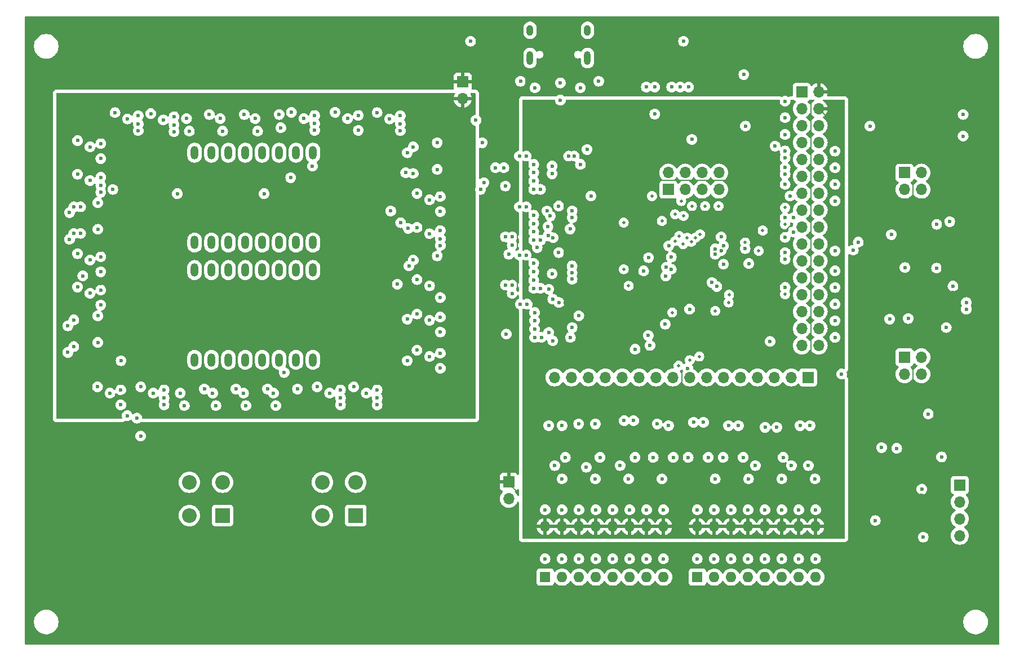
<source format=gbr>
%TF.GenerationSoftware,KiCad,Pcbnew,8.0.5*%
%TF.CreationDate,2024-11-20T12:06:12-07:00*%
%TF.ProjectId,CMPE2750,434d5045-3237-4353-902e-6b696361645f,rev?*%
%TF.SameCoordinates,Original*%
%TF.FileFunction,Copper,L3,Inr*%
%TF.FilePolarity,Positive*%
%FSLAX46Y46*%
G04 Gerber Fmt 4.6, Leading zero omitted, Abs format (unit mm)*
G04 Created by KiCad (PCBNEW 8.0.5) date 2024-11-20 12:06:12*
%MOMM*%
%LPD*%
G01*
G04 APERTURE LIST*
%TA.AperFunction,ComponentPad*%
%ADD10R,1.600000X1.600000*%
%TD*%
%TA.AperFunction,ComponentPad*%
%ADD11O,1.600000X1.600000*%
%TD*%
%TA.AperFunction,ComponentPad*%
%ADD12O,1.000000X2.100000*%
%TD*%
%TA.AperFunction,ComponentPad*%
%ADD13O,1.000000X1.600000*%
%TD*%
%TA.AperFunction,ComponentPad*%
%ADD14R,1.700000X1.700000*%
%TD*%
%TA.AperFunction,ComponentPad*%
%ADD15O,1.700000X1.700000*%
%TD*%
%TA.AperFunction,ComponentPad*%
%ADD16O,1.200000X2.000000*%
%TD*%
%TA.AperFunction,ComponentPad*%
%ADD17R,2.209800X2.209800*%
%TD*%
%TA.AperFunction,ComponentPad*%
%ADD18C,2.209800*%
%TD*%
%TA.AperFunction,ViaPad*%
%ADD19C,0.600000*%
%TD*%
%TA.AperFunction,ViaPad*%
%ADD20C,0.500000*%
%TD*%
%TA.AperFunction,Conductor*%
%ADD21C,0.200000*%
%TD*%
G04 APERTURE END LIST*
D10*
%TO.N,/b16*%
%TO.C,SW2*%
X132460000Y-130760000D03*
D11*
%TO.N,/b15*%
X135000000Y-130760000D03*
%TO.N,/b14*%
X137540000Y-130760000D03*
%TO.N,/b13*%
X140080000Y-130760000D03*
%TO.N,/b12*%
X142620000Y-130760000D03*
%TO.N,/b11*%
X145160000Y-130760000D03*
%TO.N,/b10*%
X147700000Y-130760000D03*
%TO.N,/b9*%
X150240000Y-130760000D03*
%TO.N,VDD*%
X150240000Y-123140000D03*
X147700000Y-123140000D03*
X145160000Y-123140000D03*
X142620000Y-123140000D03*
X140080000Y-123140000D03*
X137540000Y-123140000D03*
X135000000Y-123140000D03*
X132460000Y-123140000D03*
%TD*%
D12*
%TO.N,Net-(J6-SHIELD)*%
%TO.C,J6*%
X138820000Y-52780000D03*
D13*
X138820000Y-48600000D03*
D12*
X130180000Y-52780000D03*
D13*
X130180000Y-48600000D03*
%TD*%
D14*
%TO.N,/filters and amps/V_{DAC}*%
%TO.C,J8*%
X186460000Y-70000000D03*
D15*
%TO.N,/filters and amps/Ooutput_2b*%
X189000000Y-70000000D03*
%TO.N,/filters and amps/out_filt_input*%
X186460000Y-72540000D03*
%TO.N,/filters and amps/out_conditioning*%
X189000000Y-72540000D03*
%TD*%
D16*
%TO.N,/Display/t1*%
%TO.C,U10*%
X79800000Y-80500000D03*
%TO.N,/Display/t2*%
X82340000Y-80500000D03*
%TO.N,/Display/t3*%
X84880000Y-80500000D03*
%TO.N,/Display/t4*%
X87420000Y-80500000D03*
%TO.N,/Display/t5*%
X89960000Y-80500000D03*
%TO.N,/Display/t6*%
X92500000Y-80500000D03*
%TO.N,/Display/t7*%
X95040000Y-80500000D03*
%TO.N,/Display/t8*%
X97580000Y-80500000D03*
%TO.N,/Display/t9*%
X97580000Y-67000000D03*
%TO.N,/Display/t10*%
X95040000Y-67000000D03*
%TO.N,/Display/t11*%
X92500000Y-67000000D03*
%TO.N,/Display/t12*%
X89960000Y-67000000D03*
%TO.N,/Display/t13*%
X87420000Y-67000000D03*
%TO.N,/Display/t14*%
X84880000Y-67000000D03*
%TO.N,/Display/t15*%
X82340000Y-67000000D03*
%TO.N,/Display/t16*%
X79800000Y-67000000D03*
%TD*%
D14*
%TO.N,/ADC*%
%TO.C,J3*%
X171000000Y-57850000D03*
D15*
%TO.N,VBUS*%
X173540000Y-57850000D03*
%TO.N,/PC1*%
X171000000Y-60390000D03*
%TO.N,VDD*%
X173540000Y-60390000D03*
%TO.N,/PC2*%
X171000000Y-62930000D03*
%TO.N,GND*%
X173540000Y-62930000D03*
%TO.N,/PC3*%
X171000000Y-65470000D03*
%TO.N,-5V*%
X173540000Y-65470000D03*
%TO.N,/~{SRCLR}*%
X171000000Y-68010000D03*
%TO.N,/PA0*%
X173540000Y-68010000D03*
%TO.N,/~{RCL}*%
X171000000Y-70550000D03*
%TO.N,/PA1*%
X173540000Y-70550000D03*
%TO.N,/PC6*%
X171000000Y-73090000D03*
%TO.N,/PA2*%
X173540000Y-73090000D03*
%TO.N,/PC7*%
X171000000Y-75630000D03*
%TO.N,/PA3*%
X173540000Y-75630000D03*
%TO.N,/PC8*%
X171000000Y-78170000D03*
%TO.N,/DAC*%
X173540000Y-78170000D03*
%TO.N,/PC9*%
X171000000Y-80710000D03*
%TO.N,/1.25V*%
X173540000Y-80710000D03*
%TO.N,/PC13*%
X171000000Y-83250000D03*
%TO.N,/PA6*%
X173540000Y-83250000D03*
%TO.N,/NRST*%
X171000000Y-85790000D03*
%TO.N,/PA7*%
X173540000Y-85790000D03*
%TO.N,/BOOT0*%
X171000000Y-88330000D03*
%TO.N,/PA8*%
X173540000Y-88330000D03*
%TO.N,unconnected-(J3-Pin_27-Pad27)*%
X171000000Y-90870000D03*
%TO.N,/PH0*%
X173540000Y-90870000D03*
%TO.N,unconnected-(J3-Pin_29-Pad29)*%
X171000000Y-93410000D03*
%TO.N,/PH1*%
X173540000Y-93410000D03*
%TO.N,VDDA*%
X171000000Y-95950000D03*
%TO.N,/PD2*%
X173540000Y-95950000D03*
%TD*%
D10*
%TO.N,/b8*%
%TO.C,SW3*%
X155320000Y-130760000D03*
D11*
%TO.N,/b7*%
X157860000Y-130760000D03*
%TO.N,/b6*%
X160400000Y-130760000D03*
%TO.N,/b5*%
X162940000Y-130760000D03*
%TO.N,/b4*%
X165480000Y-130760000D03*
%TO.N,/b3*%
X168020000Y-130760000D03*
%TO.N,/b2*%
X170560000Y-130760000D03*
%TO.N,/b1*%
X173100000Y-130760000D03*
%TO.N,VDD*%
X173100000Y-123140000D03*
X170560000Y-123140000D03*
X168020000Y-123140000D03*
X165480000Y-123140000D03*
X162940000Y-123140000D03*
X160400000Y-123140000D03*
X157860000Y-123140000D03*
X155320000Y-123140000D03*
%TD*%
D14*
%TO.N,/SER{slash}MOSI*%
%TO.C,J2*%
X150960000Y-72540000D03*
D15*
%TO.N,/Display/SER*%
X150960000Y-70000000D03*
%TO.N,/SO{slash}MISO*%
X153500000Y-72540000D03*
%TO.N,/Display/SO*%
X153500000Y-70000000D03*
%TO.N,/SRCLK{slash}CLK*%
X156040000Y-72540000D03*
%TO.N,/Display/SRCLK*%
X156040000Y-70000000D03*
%TO.N,/RCLK{slash}CS*%
X158580000Y-72540000D03*
%TO.N,/Display/RCLK*%
X158580000Y-70000000D03*
%TD*%
D14*
%TO.N,VBUS*%
%TO.C,J9*%
X120080000Y-56345000D03*
D15*
%TO.N,/Display/V_{DISP}*%
X120080000Y-58885000D03*
%TD*%
D14*
%TO.N,OUT*%
%TO.C,J5*%
X194750000Y-116920000D03*
D15*
%TO.N,Net-(J5-Pin_2)*%
X194750000Y-119460000D03*
%TO.N,Net-(J5-Pin_3)*%
X194750000Y-122000000D03*
%TO.N,Net-(J5-Pin_4)*%
X194750000Y-124540000D03*
%TD*%
D14*
%TO.N,/b1*%
%TO.C,J4*%
X171980000Y-100750000D03*
D15*
%TO.N,/b2*%
X169440000Y-100750000D03*
%TO.N,/b3*%
X166900000Y-100750000D03*
%TO.N,/b4*%
X164360000Y-100750000D03*
%TO.N,/b5*%
X161820000Y-100750000D03*
%TO.N,/b6*%
X159280000Y-100750000D03*
%TO.N,/b7*%
X156740000Y-100750000D03*
%TO.N,/b8*%
X154200000Y-100750000D03*
%TO.N,/b9*%
X151660000Y-100750000D03*
%TO.N,/b10*%
X149120000Y-100750000D03*
%TO.N,/b11*%
X146580000Y-100750000D03*
%TO.N,/b12*%
X144040000Y-100750000D03*
%TO.N,/b13*%
X141500000Y-100750000D03*
%TO.N,/b14*%
X138960000Y-100750000D03*
%TO.N,/b15*%
X136420000Y-100750000D03*
%TO.N,/b16*%
X133880000Y-100750000D03*
%TD*%
D17*
%TO.N,/PH0*%
%TO.C,SW4*%
X84000000Y-121500000D03*
D18*
%TO.N,VDD*%
X84000000Y-116500000D03*
%TO.N,Net-(C32-Pad2)*%
X79000000Y-116500000D03*
%TO.N,Net-(C32-Pad1)*%
X79000000Y-121500000D03*
%TD*%
D14*
%TO.N,/filters and amps/conditioned_input*%
%TO.C,J7*%
X186460000Y-97725000D03*
D15*
%TO.N,/filters and amps/Output_2a*%
X189000000Y-97725000D03*
%TO.N,/filters and amps/in_filter_input*%
X186460000Y-100265000D03*
%TO.N,/ADC*%
X189000000Y-100265000D03*
%TD*%
D14*
%TO.N,VBUS*%
%TO.C,J10*%
X127000000Y-116460000D03*
D15*
%TO.N,/switches/switch_leds/sl_power*%
X127000000Y-119000000D03*
%TD*%
D17*
%TO.N,/NRST*%
%TO.C,SW1*%
X104000000Y-121500000D03*
D18*
%TO.N,GND*%
X104000000Y-116500000D03*
%TO.N,Net-(C8-Pad2)*%
X99000000Y-116500000D03*
%TO.N,Net-(C8-Pad1)*%
X99000000Y-121500000D03*
%TD*%
D16*
%TO.N,/Display/b1*%
%TO.C,U11*%
X79800000Y-98120000D03*
%TO.N,/Display/b2*%
X82340000Y-98120000D03*
%TO.N,/Display/b3*%
X84880000Y-98120000D03*
%TO.N,/Display/b4*%
X87420000Y-98120000D03*
%TO.N,/Display/b5*%
X89960000Y-98120000D03*
%TO.N,/Display/b6*%
X92500000Y-98120000D03*
%TO.N,/Display/b7*%
X95040000Y-98120000D03*
%TO.N,/Display/b8*%
X97580000Y-98120000D03*
%TO.N,/Display/b9*%
X97580000Y-84620000D03*
%TO.N,/Display/b10*%
X95040000Y-84620000D03*
%TO.N,/Display/b11*%
X92500000Y-84620000D03*
%TO.N,/Display/b12*%
X89960000Y-84620000D03*
%TO.N,/Display/b13*%
X87420000Y-84620000D03*
%TO.N,/Display/b14*%
X84880000Y-84620000D03*
%TO.N,/Display/b15*%
X82340000Y-84620000D03*
%TO.N,/Display/b16*%
X79800000Y-84620000D03*
%TD*%
D19*
%TO.N,VDD*%
X162500000Y-79520000D03*
X157250000Y-62750000D03*
X149040000Y-77250000D03*
X135500000Y-89500000D03*
X135460000Y-82000000D03*
X140000000Y-68000000D03*
X154006600Y-57124400D03*
X152500000Y-91000000D03*
X130500000Y-114000000D03*
X135460000Y-75000000D03*
X151000000Y-76250000D03*
X158020000Y-91750000D03*
X147000000Y-89287500D03*
X165500000Y-63000000D03*
%TO.N,GND*%
X148926600Y-57124400D03*
X152736600Y-57124400D03*
X157840000Y-128000000D03*
X84000000Y-63750000D03*
X130925000Y-57250000D03*
X176000000Y-87240000D03*
X60750000Y-93000000D03*
X168500000Y-66730000D03*
X176000000Y-84750000D03*
X156250000Y-107500000D03*
X129610000Y-82375000D03*
X147680000Y-128000000D03*
X94330000Y-60920000D03*
X161500000Y-108000000D03*
X172250000Y-108000000D03*
X176000000Y-66750000D03*
X193225000Y-77345000D03*
X135980000Y-67500000D03*
X111500000Y-70000000D03*
X195250000Y-61250000D03*
X137510000Y-91500000D03*
X183000000Y-111300000D03*
X98205000Y-102170000D03*
X168500000Y-71740000D03*
X145750000Y-107250000D03*
X137520000Y-128000000D03*
X150220000Y-128000000D03*
X133000000Y-108000000D03*
D20*
X150000000Y-77250000D03*
D19*
X155300000Y-128000000D03*
X176000000Y-69250000D03*
X162300000Y-55250000D03*
X165500000Y-108250000D03*
D20*
X145000000Y-87000000D03*
D19*
X134540000Y-89500000D03*
X113205000Y-73120000D03*
X168500000Y-61730000D03*
X168500000Y-69230000D03*
X134980000Y-128000000D03*
X137500000Y-107750000D03*
X78250000Y-105000000D03*
X176000000Y-92240000D03*
X113205000Y-96670000D03*
X129610000Y-67500000D03*
X176000000Y-74240000D03*
X128750000Y-56250000D03*
X168500000Y-81990000D03*
X153250000Y-50250000D03*
X140500000Y-56250000D03*
X176000000Y-71740000D03*
X131760000Y-80125000D03*
X129610000Y-75125000D03*
D20*
X162500000Y-80480000D03*
D19*
X195735000Y-90500000D03*
X62205000Y-70220000D03*
D20*
X151960000Y-76250000D03*
D19*
X136500000Y-85010000D03*
X140000000Y-107750000D03*
X168500000Y-59250000D03*
X126490000Y-72000000D03*
X168500000Y-76750000D03*
X170540000Y-128000000D03*
D20*
X151540000Y-91000000D03*
D19*
X168500000Y-79700000D03*
X122055000Y-62120000D03*
X113205000Y-91220000D03*
X73205000Y-61120000D03*
X176000000Y-94740000D03*
X160380000Y-128000000D03*
D20*
X144250000Y-84500000D03*
D19*
X65205000Y-102170000D03*
X154750000Y-107500000D03*
X176000000Y-89740000D03*
X107205000Y-60970000D03*
X113205000Y-86045000D03*
X165460000Y-128000000D03*
X61000000Y-80000000D03*
X184475000Y-79295000D03*
X134500000Y-82000000D03*
X162550000Y-63000000D03*
X127000000Y-82250000D03*
X67830000Y-60970000D03*
X134500000Y-75000000D03*
X168500000Y-64250000D03*
X160000000Y-108000000D03*
X137760000Y-68750000D03*
X131760000Y-87375000D03*
X112000000Y-84000000D03*
D20*
X144250000Y-77500000D03*
X158020000Y-90750000D03*
D19*
X61000000Y-76000000D03*
X140060000Y-128000000D03*
X121250000Y-50250000D03*
X169250000Y-73500000D03*
X167250000Y-108250000D03*
X170750000Y-108000000D03*
X62205000Y-65170000D03*
X176000000Y-81750000D03*
X137750000Y-57250000D03*
X151466600Y-57124400D03*
X113205000Y-78220000D03*
X151000000Y-108000000D03*
X144320000Y-107250000D03*
X100892500Y-60920000D03*
X136500000Y-75740000D03*
X132440000Y-128000000D03*
X103705000Y-102170000D03*
X131760000Y-72500000D03*
X181250000Y-63000000D03*
X89250000Y-63750000D03*
X162920000Y-128000000D03*
X92000000Y-105000000D03*
D20*
X156500000Y-75000000D03*
D19*
X83000000Y-105000000D03*
X129747500Y-89750000D03*
X168500000Y-87230000D03*
X145140000Y-128000000D03*
X149290000Y-107750000D03*
X173080000Y-128000000D03*
X60750000Y-97000000D03*
X126627500Y-94250000D03*
X131897500Y-94750000D03*
X111750000Y-67000000D03*
X189250000Y-124750000D03*
X62205000Y-87170000D03*
X126490000Y-86875000D03*
X87500000Y-105000000D03*
D20*
X158500000Y-75000000D03*
D19*
X79000000Y-63750000D03*
X71705000Y-102170000D03*
D20*
X148500000Y-73510000D03*
X154500000Y-75000000D03*
D19*
X168000000Y-128000000D03*
X62205000Y-82170000D03*
X135000000Y-108000000D03*
X142600000Y-128000000D03*
X126490000Y-79625000D03*
X192000000Y-112710000D03*
%TO.N,VBUS*%
X190980000Y-106250000D03*
X129750000Y-56250000D03*
X192225000Y-84345000D03*
X193725000Y-88000000D03*
X192250000Y-77750000D03*
X165250000Y-55250000D03*
X188750000Y-59250000D03*
X139000000Y-56250000D03*
X189025000Y-118475000D03*
%TO.N,-5V*%
X187000000Y-91905000D03*
X191290000Y-77750000D03*
X186500000Y-84250000D03*
X191265000Y-84345000D03*
X190020000Y-106250000D03*
X193725000Y-87040000D03*
X192715000Y-93250000D03*
X182050000Y-122270000D03*
X189050000Y-117540000D03*
X185275000Y-111405000D03*
X195250000Y-64500000D03*
%TO.N,/Display/V_{DISP}*%
X73500000Y-101250000D03*
X69750000Y-60000000D03*
X96250000Y-60000000D03*
X109250000Y-59750000D03*
X97830000Y-60360000D03*
X116705000Y-96110000D03*
X105500000Y-101000000D03*
X116705000Y-85485000D03*
X110705000Y-60410000D03*
X100000000Y-101000000D03*
X115000000Y-77250000D03*
X115000000Y-72250000D03*
X64250000Y-86250000D03*
X116705000Y-72560000D03*
X75205000Y-101610000D03*
X115000000Y-95750000D03*
X116705000Y-77660000D03*
X67000000Y-101250000D03*
X104392500Y-60360000D03*
X101705000Y-101610000D03*
X115000000Y-85250000D03*
X65705000Y-69660000D03*
X71330000Y-60410000D03*
X115000000Y-90250000D03*
X64250000Y-81250000D03*
X65705000Y-86610000D03*
X65705000Y-64610000D03*
X116705000Y-90660000D03*
X102750000Y-60000000D03*
X65705000Y-81610000D03*
X64250000Y-69250000D03*
X75000000Y-60250000D03*
X76705000Y-60560000D03*
X107205000Y-101610000D03*
X68705000Y-101610000D03*
%TO.N,Net-(D3-A)*%
X132450000Y-120650000D03*
%TO.N,Net-(D4-K)*%
X135000000Y-116000000D03*
%TO.N,Net-(D4-A)*%
X134990000Y-120650000D03*
%TO.N,Net-(D5-A)*%
X137530000Y-120650000D03*
%TO.N,Net-(D6-K)*%
X140000000Y-116000000D03*
%TO.N,Net-(D6-A)*%
X140070000Y-120650000D03*
%TO.N,Net-(D7-A)*%
X147690000Y-120650000D03*
%TO.N,Net-(D8-K)*%
X145000000Y-116000000D03*
%TO.N,Net-(D8-A)*%
X145150000Y-120650000D03*
%TO.N,Net-(D9-A)*%
X150230000Y-120650000D03*
%TO.N,Net-(D9-K)*%
X150000000Y-116000000D03*
%TO.N,Net-(D10-A)*%
X142610000Y-120650000D03*
%TO.N,Net-(D11-A)*%
X160390000Y-120650000D03*
%TO.N,Net-(D12-K)*%
X158000000Y-116000000D03*
%TO.N,Net-(D12-A)*%
X157850000Y-120650000D03*
%TO.N,Net-(D13-A)*%
X162930000Y-120650000D03*
%TO.N,Net-(D13-K)*%
X163000000Y-116000000D03*
%TO.N,Net-(D14-A)*%
X155310000Y-120650000D03*
%TO.N,Net-(D15-A)*%
X165470000Y-120650000D03*
%TO.N,Net-(D16-K)*%
X168000000Y-116000000D03*
%TO.N,Net-(D16-A)*%
X168010000Y-120650000D03*
%TO.N,Net-(D17-A)*%
X170550000Y-120650000D03*
%TO.N,Net-(D18-A)*%
X173090000Y-120650000D03*
%TO.N,Net-(D18-K)*%
X173000000Y-116000000D03*
%TO.N,VDDA*%
X148200000Y-95950000D03*
%TO.N,Net-(J1-Pin_13)*%
X147656600Y-57124400D03*
X162500000Y-81401470D03*
%TO.N,/NRST*%
X153879265Y-99381597D03*
X148000000Y-82750000D03*
X167000000Y-66000000D03*
X148926600Y-61188400D03*
%TO.N,/Display/SO*%
X136250000Y-94750000D03*
%TO.N,/Display/RCLK*%
X136200735Y-78450735D03*
X138750000Y-66515000D03*
X136500000Y-93250000D03*
X136500000Y-86000000D03*
%TO.N,/PC1*%
X154500000Y-65000000D03*
X147250000Y-84750000D03*
%TO.N,/PC2*%
X150653321Y-84212816D03*
%TO.N,/ADC*%
X145972100Y-96515072D03*
%TO.N,/~{RCL}*%
X136828529Y-67500000D03*
X132910999Y-79470545D03*
X133000000Y-94000000D03*
X168500000Y-70250000D03*
X133000000Y-87500000D03*
X133500000Y-70151472D03*
%TO.N,/PC13*%
X168500000Y-83010000D03*
X151016940Y-80983060D03*
%TO.N,/PC3*%
X150580442Y-85523362D03*
D20*
%TO.N,/PC7*%
X168500000Y-75250000D03*
X165150000Y-78678529D03*
%TO.N,/PC8*%
X168500000Y-77750000D03*
X164550000Y-81750000D03*
D19*
%TO.N,/PC9*%
X159250000Y-83750000D03*
%TO.N,/~{SRCLR}*%
X139350000Y-73500000D03*
X133655756Y-79770005D03*
X133510999Y-85190472D03*
X133600000Y-89000000D03*
X168500000Y-67750000D03*
X133600000Y-95250000D03*
X133225000Y-76500000D03*
%TO.N,/b3*%
X164040000Y-114000000D03*
D20*
X160000000Y-89500000D03*
D19*
%TO.N,/b5*%
X159190000Y-112760000D03*
D20*
X155000000Y-79750000D03*
D19*
%TO.N,/b1*%
X169460000Y-114000000D03*
D20*
X160075000Y-88344063D03*
%TO.N,/b6*%
X154400000Y-80376102D03*
D19*
X162210000Y-112760000D03*
D20*
%TO.N,/b4*%
X155750000Y-79250000D03*
D19*
X168210000Y-112760000D03*
%TO.N,/b2*%
X172000000Y-114000000D03*
%TO.N,OUT*%
X195735000Y-89500000D03*
%TO.N,/D-*%
X158892228Y-81715544D03*
X169750000Y-78900000D03*
%TO.N,/D+*%
X169750000Y-76750000D03*
X159250000Y-81000000D03*
X134750000Y-56500000D03*
X134750000Y-59091400D03*
%TO.N,Net-(Q1-G)*%
X71330000Y-61430000D03*
X69705000Y-61920000D03*
%TO.N,/Display/t1*%
X111877739Y-78372261D03*
%TO.N,Net-(Q11-D)*%
X116705000Y-78680000D03*
X115080000Y-79170000D03*
%TO.N,Net-(Q12-D)*%
X75080000Y-62070000D03*
X76705000Y-61580000D03*
%TO.N,/Display/t2*%
X109250000Y-75750000D03*
%TO.N,Net-(Q13-D)*%
X115080000Y-74070000D03*
X116705000Y-73580000D03*
%TO.N,/Display/t7*%
X77192734Y-73150000D03*
%TO.N,Net-(Q14-D)*%
X65705000Y-70680000D03*
X64080000Y-71170000D03*
%TO.N,Net-(Q15-D)*%
X96205000Y-61870000D03*
X97830000Y-61380000D03*
%TO.N,Net-(Q16-D)*%
X102767500Y-61870000D03*
X104392500Y-61380000D03*
%TO.N,Net-(Q17-D)*%
X64080000Y-66120000D03*
X65705000Y-65630000D03*
%TO.N,/Display/t8*%
X90230000Y-73150000D03*
%TO.N,Net-(Q18-D)*%
X109080000Y-61920000D03*
X110705000Y-61430000D03*
%TO.N,Net-(Q10-G)*%
X71330000Y-63680000D03*
%TO.N,Net-(Q11-G)*%
X116705000Y-80930000D03*
%TO.N,Net-(Q12-G)*%
X76705000Y-63830000D03*
%TO.N,Net-(Q13-G)*%
X116705000Y-75830000D03*
%TO.N,Net-(Q14-G)*%
X65705000Y-72930000D03*
%TO.N,Net-(Q15-G)*%
X97830000Y-63630000D03*
%TO.N,Net-(Q16-G)*%
X104392500Y-63630000D03*
%TO.N,Net-(Q17-G)*%
X65705000Y-67880000D03*
%TO.N,Net-(Q18-G)*%
X110705000Y-63680000D03*
%TO.N,Net-(Q19-G)*%
X64080000Y-83120000D03*
X65705000Y-82630000D03*
%TO.N,Net-(Q20-G)*%
X105580000Y-103120000D03*
X107205000Y-102630000D03*
%TO.N,Net-(Q21-G)*%
X65705000Y-87630000D03*
X64080000Y-88120000D03*
%TO.N,/Display/b15*%
X63000000Y-85500000D03*
%TO.N,Net-(Q22-G)*%
X101705000Y-102630000D03*
X100080000Y-103120000D03*
%TO.N,/Display/b7*%
X93250000Y-100020000D03*
%TO.N,Net-(Q23-G)*%
X73580000Y-103120000D03*
X75205000Y-102630000D03*
%TO.N,Net-(Q24-G)*%
X115080000Y-86995000D03*
%TO.N,Net-(Q25-G)*%
X116705000Y-91680000D03*
X115080000Y-92170000D03*
%TO.N,/Display/b10*%
X111750000Y-92000000D03*
%TO.N,Net-(Q26-G)*%
X67080000Y-103120000D03*
X68705000Y-102630000D03*
%TO.N,/Display/b8*%
X68750000Y-98250000D03*
%TO.N,/Display/b9*%
X111750000Y-98250000D03*
%TO.N,Net-(Q27-G)*%
X115080000Y-97620000D03*
X116705000Y-97130000D03*
%TO.N,Net-(Q28-G)*%
X65705000Y-84880000D03*
%TO.N,Net-(Q29-G)*%
X107205000Y-104880000D03*
%TO.N,Net-(Q30-G)*%
X65705000Y-89880000D03*
%TO.N,Net-(Q31-G)*%
X101705000Y-104880000D03*
%TO.N,Net-(Q32-G)*%
X75205000Y-104880000D03*
%TO.N,Net-(Q33-G)*%
X116705000Y-88755000D03*
%TO.N,Net-(Q34-G)*%
X116705000Y-93930000D03*
%TO.N,Net-(Q35-G)*%
X68705000Y-104880000D03*
%TO.N,Net-(Q36-G)*%
X116705000Y-99380000D03*
%TO.N,Net-(Q37-G)*%
X88892500Y-61870000D03*
%TO.N,Net-(Q37-D)*%
X92500000Y-61250000D03*
%TO.N,Net-(Q38-G)*%
X78580000Y-61870000D03*
%TO.N,Net-(Q38-D)*%
X82000000Y-61250000D03*
%TO.N,Net-(Q39-G)*%
X83642500Y-61870000D03*
%TO.N,Net-(Q39-D)*%
X87250000Y-61250000D03*
%TO.N,Net-(Q40-G)*%
X112642500Y-66120000D03*
%TO.N,Net-(Q40-D)*%
X116250000Y-65500000D03*
%TO.N,Net-(Q41-D)*%
X116250000Y-69500000D03*
%TO.N,Net-(Q41-G)*%
X112642500Y-70120000D03*
%TO.N,Net-(Q42-D)*%
X65250000Y-74500000D03*
%TO.N,Net-(Q42-G)*%
X61642500Y-75120000D03*
%TO.N,Net-(Q43-G)*%
X61642500Y-79120000D03*
%TO.N,Net-(Q43-D)*%
X65250000Y-78500000D03*
%TO.N,Net-(Q44-G)*%
X112642500Y-83120000D03*
%TO.N,Net-(Q44-D)*%
X116250000Y-82500000D03*
%TO.N,Net-(Q45-G)*%
X61642500Y-92120000D03*
%TO.N,Net-(Q45-D)*%
X65250000Y-91500000D03*
%TO.N,Net-(Q46-G)*%
X61642500Y-96120000D03*
%TO.N,Net-(Q46-D)*%
X65250000Y-95500000D03*
%TO.N,Net-(Q47-D)*%
X90750000Y-102500000D03*
%TO.N,Net-(Q47-G)*%
X87142500Y-103120000D03*
%TO.N,Net-(Q48-G)*%
X91642500Y-103120000D03*
%TO.N,Net-(Q48-D)*%
X95250000Y-102500000D03*
%TO.N,Net-(Q49-G)*%
X77642500Y-103120000D03*
%TO.N,Net-(Q49-D)*%
X81250000Y-102500000D03*
%TO.N,Net-(Q50-D)*%
X86000000Y-102500000D03*
%TO.N,Net-(Q50-G)*%
X82517500Y-103120000D03*
D20*
%TO.N,/BOOT0*%
X153250000Y-76500000D03*
X168500000Y-88250000D03*
D19*
%TO.N,/PA0*%
X158901471Y-79651471D03*
%TO.N,/PA1*%
X158000000Y-81449997D03*
%TO.N,/PA2*%
X158000000Y-82250000D03*
%TO.N,/PA3*%
X147950735Y-94450735D03*
%TO.N,/PA6*%
X154150000Y-90500000D03*
X166250000Y-95350000D03*
%TO.N,/PA7*%
X158250000Y-87100000D03*
%TO.N,/PA8*%
X163051472Y-83650000D03*
%TO.N,/PH0*%
X151400000Y-82669063D03*
X177000000Y-100250000D03*
%TO.N,/PH1*%
X151400000Y-84500000D03*
D20*
%TO.N,/PD2*%
X152890000Y-74250000D03*
D19*
%TO.N,/filters and amps/V_{OFF}*%
X184215000Y-92000000D03*
X179500000Y-80435000D03*
%TO.N,/Display/p16*%
X127510000Y-80875000D03*
X71330000Y-62660000D03*
%TO.N,/Display/p1*%
X133500000Y-69000000D03*
X116705000Y-79910000D03*
%TO.N,/Display/p15*%
X127510000Y-79625000D03*
X76705000Y-62810000D03*
%TO.N,/Display/p2*%
X128590000Y-67500000D03*
%TO.N,/Display/p7*%
X65705000Y-71910000D03*
X123250000Y-71500000D03*
%TO.N,/Display/p11*%
X130740000Y-76375000D03*
X110750000Y-77500000D03*
X97830000Y-62610000D03*
%TO.N,/Display/p10*%
X123000000Y-65500000D03*
X128590000Y-75125000D03*
%TO.N,/Display/p8*%
X122750000Y-72500000D03*
X67500000Y-72510000D03*
%TO.N,/Display/p9*%
X110705000Y-62660000D03*
X136500000Y-76760000D03*
%TO.N,/Display/p17*%
X107205000Y-103860000D03*
X136495000Y-83995000D03*
%TO.N,/Display/p18*%
X101705000Y-103860000D03*
X128590000Y-82375000D03*
%TO.N,/Display/p23*%
X75205000Y-103860000D03*
X127510000Y-86875000D03*
%TO.N,/Display/p27*%
X130877500Y-91000000D03*
%TO.N,/Display/p26*%
X128727500Y-89750000D03*
%TO.N,/Display/p24*%
X127510000Y-88125000D03*
X69661317Y-106500000D03*
%TO.N,/Display/t12*%
X92750000Y-63250000D03*
%TO.N,/Display/t4*%
X97500000Y-69000000D03*
%TO.N,/Display/t3*%
X94230000Y-70750000D03*
%TO.N,/Display/p12*%
X132737500Y-75737500D03*
X130740000Y-77625000D03*
%TO.N,/Display/p14*%
X131250000Y-81250000D03*
X130740000Y-80125000D03*
%TO.N,/Display/p13*%
X130740000Y-78875000D03*
X132864767Y-78114767D03*
%TO.N,/Display/p4*%
X125000000Y-69250000D03*
X130740000Y-70000000D03*
%TO.N,/Display/p3*%
X126250000Y-69250000D03*
X130740000Y-68750000D03*
%TO.N,/Display/p6*%
X130740000Y-72500000D03*
X62662500Y-75120000D03*
%TO.N,/Display/p5*%
X62662500Y-79120000D03*
X130740000Y-71250000D03*
%TO.N,/Display/p28*%
X130877500Y-92250000D03*
X110250000Y-86750000D03*
%TO.N,/Display/p30*%
X71685582Y-109564418D03*
X130877500Y-94750000D03*
%TO.N,/Display/p29*%
X71125000Y-106875000D03*
X130877500Y-93500000D03*
%TO.N,/Display/p20*%
X130740000Y-84875000D03*
%TO.N,/Display/p19*%
X130740000Y-83625000D03*
%TO.N,/Display/p22*%
X130740000Y-87375000D03*
%TO.N,/Display/p21*%
X130740000Y-86125000D03*
%TO.N,/b8*%
X156960000Y-112760000D03*
D20*
X153200000Y-80750000D03*
%TO.N,/b16*%
X155605862Y-97605862D03*
D19*
X135487500Y-112760000D03*
%TO.N,/b7*%
X153940000Y-112760000D03*
D20*
X153800000Y-79750000D03*
%TO.N,/b15*%
X154181597Y-98181597D03*
D19*
X133900000Y-114000000D03*
D20*
%TO.N,/b14*%
X152507332Y-99007332D03*
D19*
X140700000Y-112760000D03*
%TO.N,/b13*%
X138640000Y-114250000D03*
%TO.N,/b12*%
X145960000Y-112760000D03*
%TO.N,/b11*%
X143720000Y-114000000D03*
D20*
%TO.N,/b10*%
X152000000Y-80250000D03*
D19*
X151710000Y-112760000D03*
D20*
%TO.N,/b9*%
X152600000Y-79528379D03*
D19*
X148690000Y-112760000D03*
%TO.N,/1.25V*%
X178750000Y-81635000D03*
X150500000Y-92750000D03*
%TO.N,/DAC*%
X157500000Y-86500000D03*
%TD*%
D21*
%TO.N,VDD*%
X153000000Y-100000000D02*
X153000000Y-102500000D01*
X149500000Y-71000000D02*
X149650000Y-71150000D01*
X174650000Y-61500000D02*
X175250000Y-61500000D01*
X172390000Y-97360000D02*
X172250000Y-97500000D01*
X169500000Y-77750000D02*
X168750000Y-78500000D01*
X149650000Y-71150000D02*
X159650000Y-71150000D01*
X153000000Y-102500000D02*
X152750000Y-102750000D01*
X159650000Y-71150000D02*
X159750000Y-71250000D01*
X168750000Y-78500000D02*
X168750000Y-78750000D01*
X172250000Y-59250000D02*
X172390000Y-59390000D01*
X173540000Y-60390000D02*
X174650000Y-61500000D01*
X172390000Y-59390000D02*
X172390000Y-97360000D01*
%TO.N,VBUS*%
X127750000Y-86000000D02*
X128250000Y-86500000D01*
X128250000Y-78750000D02*
X128250000Y-81250000D01*
X187750000Y-99250000D02*
X187750000Y-102250000D01*
X187750000Y-71500000D02*
X187750000Y-74750000D01*
X127000000Y-116460000D02*
X127000000Y-116750000D01*
X128250000Y-86500000D02*
X128250000Y-87500000D01*
X127000000Y-116750000D02*
X128250000Y-118000000D01*
%TD*%
%TA.AperFunction,Conductor*%
%TO.N,VBUS*%
G36*
X128458182Y-117568268D02*
G01*
X128491666Y-117629591D01*
X128494500Y-117655948D01*
X128494500Y-118450081D01*
X128474815Y-118517120D01*
X128422011Y-118562875D01*
X128352853Y-118572819D01*
X128289297Y-118543794D01*
X128258118Y-118502486D01*
X128174035Y-118322171D01*
X128174034Y-118322169D01*
X128038496Y-118128600D01*
X128000434Y-118090538D01*
X127916179Y-118006283D01*
X127882696Y-117944963D01*
X127887680Y-117875271D01*
X127929551Y-117819337D01*
X127960529Y-117802422D01*
X128092086Y-117753354D01*
X128092093Y-117753350D01*
X128207187Y-117667190D01*
X128207190Y-117667187D01*
X128271234Y-117581637D01*
X128327168Y-117539766D01*
X128396859Y-117534782D01*
X128458182Y-117568268D01*
G37*
%TD.AperFunction*%
%TA.AperFunction,Conductor*%
G36*
X128427694Y-87104959D02*
G01*
X128478097Y-87153346D01*
X128494500Y-87214981D01*
X128494500Y-87785018D01*
X128474815Y-87852057D01*
X128422011Y-87897812D01*
X128352853Y-87907756D01*
X128289297Y-87878731D01*
X128253458Y-87825973D01*
X128252546Y-87823369D01*
X128235789Y-87775478D01*
X128139816Y-87622738D01*
X128104759Y-87587681D01*
X128071274Y-87526358D01*
X128076258Y-87456666D01*
X128104759Y-87412319D01*
X128139816Y-87377262D01*
X128235789Y-87224522D01*
X128253458Y-87174027D01*
X128294180Y-87117251D01*
X128359132Y-87091503D01*
X128427694Y-87104959D01*
G37*
%TD.AperFunction*%
%TA.AperFunction,Conductor*%
G36*
X128427694Y-81104959D02*
G01*
X128478097Y-81153346D01*
X128494500Y-81214981D01*
X128494500Y-81472342D01*
X128474815Y-81539381D01*
X128422011Y-81585136D01*
X128411454Y-81589384D01*
X128240477Y-81649210D01*
X128169759Y-81693646D01*
X128102522Y-81712646D01*
X128035687Y-81692278D01*
X127990473Y-81639010D01*
X127981236Y-81569754D01*
X128010907Y-81506497D01*
X128016074Y-81501003D01*
X128139816Y-81377262D01*
X128235789Y-81224522D01*
X128253458Y-81174027D01*
X128294180Y-81117251D01*
X128359132Y-81091503D01*
X128427694Y-81104959D01*
G37*
%TD.AperFunction*%
%TA.AperFunction,Conductor*%
G36*
X128427694Y-79854959D02*
G01*
X128478097Y-79903346D01*
X128494500Y-79964981D01*
X128494500Y-80535018D01*
X128474815Y-80602057D01*
X128422011Y-80647812D01*
X128352853Y-80657756D01*
X128289297Y-80628731D01*
X128253458Y-80575973D01*
X128252546Y-80573369D01*
X128235789Y-80525478D01*
X128139816Y-80372738D01*
X128104759Y-80337681D01*
X128071274Y-80276358D01*
X128076258Y-80206666D01*
X128104759Y-80162319D01*
X128139816Y-80127262D01*
X128235789Y-79974522D01*
X128253458Y-79924027D01*
X128294180Y-79867251D01*
X128359132Y-79841503D01*
X128427694Y-79854959D01*
G37*
%TD.AperFunction*%
%TA.AperFunction,Conductor*%
G36*
X187978418Y-98620417D02*
G01*
X188006673Y-98641569D01*
X188128597Y-98763493D01*
X188128603Y-98763498D01*
X188314158Y-98893425D01*
X188357783Y-98948002D01*
X188364977Y-99017500D01*
X188333454Y-99079855D01*
X188314158Y-99096575D01*
X188128597Y-99226505D01*
X187961505Y-99393597D01*
X187831575Y-99579158D01*
X187776998Y-99622783D01*
X187707500Y-99629977D01*
X187645145Y-99598454D01*
X187628425Y-99579158D01*
X187498496Y-99393600D01*
X187498493Y-99393597D01*
X187376567Y-99271671D01*
X187343084Y-99210351D01*
X187348068Y-99140659D01*
X187389939Y-99084725D01*
X187420915Y-99067810D01*
X187552331Y-99018796D01*
X187667546Y-98932546D01*
X187753796Y-98817331D01*
X187802810Y-98685916D01*
X187844681Y-98629984D01*
X187910145Y-98605566D01*
X187978418Y-98620417D01*
G37*
%TD.AperFunction*%
%TA.AperFunction,Conductor*%
G36*
X187978418Y-70895417D02*
G01*
X188006673Y-70916569D01*
X188128597Y-71038493D01*
X188128603Y-71038498D01*
X188314158Y-71168425D01*
X188357783Y-71223002D01*
X188364977Y-71292500D01*
X188333454Y-71354855D01*
X188314158Y-71371575D01*
X188128597Y-71501505D01*
X187961505Y-71668597D01*
X187831575Y-71854158D01*
X187776998Y-71897783D01*
X187707500Y-71904977D01*
X187645145Y-71873454D01*
X187628425Y-71854158D01*
X187498496Y-71668600D01*
X187480372Y-71650476D01*
X187376567Y-71546671D01*
X187343084Y-71485351D01*
X187348068Y-71415659D01*
X187389939Y-71359725D01*
X187420915Y-71342810D01*
X187552331Y-71293796D01*
X187667546Y-71207546D01*
X187753796Y-71092331D01*
X187802810Y-70960916D01*
X187844681Y-70904984D01*
X187910145Y-70880566D01*
X187978418Y-70895417D01*
G37*
%TD.AperFunction*%
%TA.AperFunction,Conductor*%
G36*
X200622539Y-46520185D02*
G01*
X200668294Y-46572989D01*
X200679500Y-46624500D01*
X200679500Y-140775500D01*
X200659815Y-140842539D01*
X200607011Y-140888294D01*
X200555500Y-140899500D01*
X54444500Y-140899500D01*
X54377461Y-140879815D01*
X54331706Y-140827011D01*
X54320500Y-140775500D01*
X54320500Y-137378711D01*
X55649500Y-137378711D01*
X55649500Y-137621288D01*
X55681161Y-137861785D01*
X55743947Y-138096104D01*
X55836773Y-138320205D01*
X55836776Y-138320212D01*
X55958064Y-138530289D01*
X55958066Y-138530292D01*
X55958067Y-138530293D01*
X56105733Y-138722736D01*
X56105739Y-138722743D01*
X56277256Y-138894260D01*
X56277262Y-138894265D01*
X56469711Y-139041936D01*
X56679788Y-139163224D01*
X56903900Y-139256054D01*
X57138211Y-139318838D01*
X57318586Y-139342584D01*
X57378711Y-139350500D01*
X57378712Y-139350500D01*
X57621289Y-139350500D01*
X57669388Y-139344167D01*
X57861789Y-139318838D01*
X58096100Y-139256054D01*
X58320212Y-139163224D01*
X58530289Y-139041936D01*
X58722738Y-138894265D01*
X58894265Y-138722738D01*
X59041936Y-138530289D01*
X59163224Y-138320212D01*
X59256054Y-138096100D01*
X59318838Y-137861789D01*
X59350500Y-137621288D01*
X59350500Y-137378712D01*
X59350500Y-137378711D01*
X195274500Y-137378711D01*
X195274500Y-137621288D01*
X195306161Y-137861785D01*
X195368947Y-138096104D01*
X195461773Y-138320205D01*
X195461776Y-138320212D01*
X195583064Y-138530289D01*
X195583066Y-138530292D01*
X195583067Y-138530293D01*
X195730733Y-138722736D01*
X195730739Y-138722743D01*
X195902256Y-138894260D01*
X195902262Y-138894265D01*
X196094711Y-139041936D01*
X196304788Y-139163224D01*
X196528900Y-139256054D01*
X196763211Y-139318838D01*
X196943586Y-139342584D01*
X197003711Y-139350500D01*
X197003712Y-139350500D01*
X197246289Y-139350500D01*
X197294388Y-139344167D01*
X197486789Y-139318838D01*
X197721100Y-139256054D01*
X197945212Y-139163224D01*
X198155289Y-139041936D01*
X198347738Y-138894265D01*
X198519265Y-138722738D01*
X198666936Y-138530289D01*
X198788224Y-138320212D01*
X198881054Y-138096100D01*
X198943838Y-137861789D01*
X198975500Y-137621288D01*
X198975500Y-137378712D01*
X198943838Y-137138211D01*
X198881054Y-136903900D01*
X198788224Y-136679788D01*
X198666936Y-136469711D01*
X198519265Y-136277262D01*
X198519260Y-136277256D01*
X198347743Y-136105739D01*
X198347736Y-136105733D01*
X198155293Y-135958067D01*
X198155292Y-135958066D01*
X198155289Y-135958064D01*
X197945212Y-135836776D01*
X197945205Y-135836773D01*
X197721104Y-135743947D01*
X197486785Y-135681161D01*
X197246289Y-135649500D01*
X197246288Y-135649500D01*
X197003712Y-135649500D01*
X197003711Y-135649500D01*
X196763214Y-135681161D01*
X196528895Y-135743947D01*
X196304794Y-135836773D01*
X196304785Y-135836777D01*
X196094706Y-135958067D01*
X195902263Y-136105733D01*
X195902256Y-136105739D01*
X195730739Y-136277256D01*
X195730733Y-136277263D01*
X195583067Y-136469706D01*
X195461777Y-136679785D01*
X195461773Y-136679794D01*
X195368947Y-136903895D01*
X195306161Y-137138214D01*
X195274500Y-137378711D01*
X59350500Y-137378711D01*
X59318838Y-137138211D01*
X59256054Y-136903900D01*
X59163224Y-136679788D01*
X59041936Y-136469711D01*
X58894265Y-136277262D01*
X58894260Y-136277256D01*
X58722743Y-136105739D01*
X58722736Y-136105733D01*
X58530293Y-135958067D01*
X58530292Y-135958066D01*
X58530289Y-135958064D01*
X58320212Y-135836776D01*
X58320205Y-135836773D01*
X58096104Y-135743947D01*
X57861785Y-135681161D01*
X57621289Y-135649500D01*
X57621288Y-135649500D01*
X57378712Y-135649500D01*
X57378711Y-135649500D01*
X57138214Y-135681161D01*
X56903895Y-135743947D01*
X56679794Y-135836773D01*
X56679785Y-135836777D01*
X56469706Y-135958067D01*
X56277263Y-136105733D01*
X56277256Y-136105739D01*
X56105739Y-136277256D01*
X56105733Y-136277263D01*
X55958067Y-136469706D01*
X55836777Y-136679785D01*
X55836773Y-136679794D01*
X55743947Y-136903895D01*
X55681161Y-137138214D01*
X55649500Y-137378711D01*
X54320500Y-137378711D01*
X54320500Y-129912135D01*
X131159500Y-129912135D01*
X131159500Y-131607870D01*
X131159501Y-131607876D01*
X131165908Y-131667483D01*
X131216202Y-131802328D01*
X131216206Y-131802335D01*
X131302452Y-131917544D01*
X131302455Y-131917547D01*
X131417664Y-132003793D01*
X131417671Y-132003797D01*
X131552517Y-132054091D01*
X131552516Y-132054091D01*
X131559444Y-132054835D01*
X131612127Y-132060500D01*
X133307872Y-132060499D01*
X133367483Y-132054091D01*
X133502331Y-132003796D01*
X133617546Y-131917546D01*
X133703796Y-131802331D01*
X133754091Y-131667483D01*
X133757862Y-131632401D01*
X133784599Y-131567855D01*
X133841990Y-131528006D01*
X133911816Y-131525511D01*
X133971905Y-131561163D01*
X133982726Y-131574536D01*
X133999956Y-131599143D01*
X134160858Y-131760045D01*
X134160861Y-131760047D01*
X134347266Y-131890568D01*
X134553504Y-131986739D01*
X134773308Y-132045635D01*
X134935230Y-132059801D01*
X134999998Y-132065468D01*
X135000000Y-132065468D01*
X135000002Y-132065468D01*
X135056807Y-132060498D01*
X135226692Y-132045635D01*
X135446496Y-131986739D01*
X135652734Y-131890568D01*
X135839139Y-131760047D01*
X136000047Y-131599139D01*
X136130568Y-131412734D01*
X136157618Y-131354724D01*
X136203790Y-131302285D01*
X136270983Y-131283133D01*
X136337865Y-131303348D01*
X136382382Y-131354725D01*
X136409429Y-131412728D01*
X136409432Y-131412734D01*
X136539954Y-131599141D01*
X136700858Y-131760045D01*
X136700861Y-131760047D01*
X136887266Y-131890568D01*
X137093504Y-131986739D01*
X137313308Y-132045635D01*
X137475230Y-132059801D01*
X137539998Y-132065468D01*
X137540000Y-132065468D01*
X137540002Y-132065468D01*
X137596807Y-132060498D01*
X137766692Y-132045635D01*
X137986496Y-131986739D01*
X138192734Y-131890568D01*
X138379139Y-131760047D01*
X138540047Y-131599139D01*
X138670568Y-131412734D01*
X138697618Y-131354724D01*
X138743790Y-131302285D01*
X138810983Y-131283133D01*
X138877865Y-131303348D01*
X138922382Y-131354725D01*
X138949429Y-131412728D01*
X138949432Y-131412734D01*
X139079954Y-131599141D01*
X139240858Y-131760045D01*
X139240861Y-131760047D01*
X139427266Y-131890568D01*
X139633504Y-131986739D01*
X139853308Y-132045635D01*
X140015230Y-132059801D01*
X140079998Y-132065468D01*
X140080000Y-132065468D01*
X140080002Y-132065468D01*
X140136807Y-132060498D01*
X140306692Y-132045635D01*
X140526496Y-131986739D01*
X140732734Y-131890568D01*
X140919139Y-131760047D01*
X141080047Y-131599139D01*
X141210568Y-131412734D01*
X141237618Y-131354724D01*
X141283790Y-131302285D01*
X141350983Y-131283133D01*
X141417865Y-131303348D01*
X141462382Y-131354725D01*
X141489429Y-131412728D01*
X141489432Y-131412734D01*
X141619954Y-131599141D01*
X141780858Y-131760045D01*
X141780861Y-131760047D01*
X141967266Y-131890568D01*
X142173504Y-131986739D01*
X142393308Y-132045635D01*
X142555230Y-132059801D01*
X142619998Y-132065468D01*
X142620000Y-132065468D01*
X142620002Y-132065468D01*
X142676807Y-132060498D01*
X142846692Y-132045635D01*
X143066496Y-131986739D01*
X143272734Y-131890568D01*
X143459139Y-131760047D01*
X143620047Y-131599139D01*
X143750568Y-131412734D01*
X143777618Y-131354724D01*
X143823790Y-131302285D01*
X143890983Y-131283133D01*
X143957865Y-131303348D01*
X144002382Y-131354725D01*
X144029429Y-131412728D01*
X144029432Y-131412734D01*
X144159954Y-131599141D01*
X144320858Y-131760045D01*
X144320861Y-131760047D01*
X144507266Y-131890568D01*
X144713504Y-131986739D01*
X144933308Y-132045635D01*
X145095230Y-132059801D01*
X145159998Y-132065468D01*
X145160000Y-132065468D01*
X145160002Y-132065468D01*
X145216807Y-132060498D01*
X145386692Y-132045635D01*
X145606496Y-131986739D01*
X145812734Y-131890568D01*
X145999139Y-131760047D01*
X146160047Y-131599139D01*
X146290568Y-131412734D01*
X146317618Y-131354724D01*
X146363790Y-131302285D01*
X146430983Y-131283133D01*
X146497865Y-131303348D01*
X146542382Y-131354725D01*
X146569429Y-131412728D01*
X146569432Y-131412734D01*
X146699954Y-131599141D01*
X146860858Y-131760045D01*
X146860861Y-131760047D01*
X147047266Y-131890568D01*
X147253504Y-131986739D01*
X147473308Y-132045635D01*
X147635230Y-132059801D01*
X147699998Y-132065468D01*
X147700000Y-132065468D01*
X147700002Y-132065468D01*
X147756807Y-132060498D01*
X147926692Y-132045635D01*
X148146496Y-131986739D01*
X148352734Y-131890568D01*
X148539139Y-131760047D01*
X148700047Y-131599139D01*
X148830568Y-131412734D01*
X148857618Y-131354724D01*
X148903790Y-131302285D01*
X148970983Y-131283133D01*
X149037865Y-131303348D01*
X149082382Y-131354725D01*
X149109429Y-131412728D01*
X149109432Y-131412734D01*
X149239954Y-131599141D01*
X149400858Y-131760045D01*
X149400861Y-131760047D01*
X149587266Y-131890568D01*
X149793504Y-131986739D01*
X150013308Y-132045635D01*
X150175230Y-132059801D01*
X150239998Y-132065468D01*
X150240000Y-132065468D01*
X150240002Y-132065468D01*
X150296807Y-132060498D01*
X150466692Y-132045635D01*
X150686496Y-131986739D01*
X150892734Y-131890568D01*
X151079139Y-131760047D01*
X151240047Y-131599139D01*
X151370568Y-131412734D01*
X151466739Y-131206496D01*
X151525635Y-130986692D01*
X151545468Y-130760000D01*
X151525635Y-130533308D01*
X151466739Y-130313504D01*
X151370568Y-130107266D01*
X151240047Y-129920861D01*
X151240045Y-129920858D01*
X151231322Y-129912135D01*
X154019500Y-129912135D01*
X154019500Y-131607870D01*
X154019501Y-131607876D01*
X154025908Y-131667483D01*
X154076202Y-131802328D01*
X154076206Y-131802335D01*
X154162452Y-131917544D01*
X154162455Y-131917547D01*
X154277664Y-132003793D01*
X154277671Y-132003797D01*
X154412517Y-132054091D01*
X154412516Y-132054091D01*
X154419444Y-132054835D01*
X154472127Y-132060500D01*
X156167872Y-132060499D01*
X156227483Y-132054091D01*
X156362331Y-132003796D01*
X156477546Y-131917546D01*
X156563796Y-131802331D01*
X156614091Y-131667483D01*
X156617862Y-131632401D01*
X156644599Y-131567855D01*
X156701990Y-131528006D01*
X156771816Y-131525511D01*
X156831905Y-131561163D01*
X156842726Y-131574536D01*
X156859956Y-131599143D01*
X157020858Y-131760045D01*
X157020861Y-131760047D01*
X157207266Y-131890568D01*
X157413504Y-131986739D01*
X157633308Y-132045635D01*
X157795230Y-132059801D01*
X157859998Y-132065468D01*
X157860000Y-132065468D01*
X157860002Y-132065468D01*
X157916807Y-132060498D01*
X158086692Y-132045635D01*
X158306496Y-131986739D01*
X158512734Y-131890568D01*
X158699139Y-131760047D01*
X158860047Y-131599139D01*
X158990568Y-131412734D01*
X159017618Y-131354724D01*
X159063790Y-131302285D01*
X159130983Y-131283133D01*
X159197865Y-131303348D01*
X159242382Y-131354725D01*
X159269429Y-131412728D01*
X159269432Y-131412734D01*
X159399954Y-131599141D01*
X159560858Y-131760045D01*
X159560861Y-131760047D01*
X159747266Y-131890568D01*
X159953504Y-131986739D01*
X160173308Y-132045635D01*
X160335230Y-132059801D01*
X160399998Y-132065468D01*
X160400000Y-132065468D01*
X160400002Y-132065468D01*
X160456807Y-132060498D01*
X160626692Y-132045635D01*
X160846496Y-131986739D01*
X161052734Y-131890568D01*
X161239139Y-131760047D01*
X161400047Y-131599139D01*
X161530568Y-131412734D01*
X161557618Y-131354724D01*
X161603790Y-131302285D01*
X161670983Y-131283133D01*
X161737865Y-131303348D01*
X161782382Y-131354725D01*
X161809429Y-131412728D01*
X161809432Y-131412734D01*
X161939954Y-131599141D01*
X162100858Y-131760045D01*
X162100861Y-131760047D01*
X162287266Y-131890568D01*
X162493504Y-131986739D01*
X162713308Y-132045635D01*
X162875230Y-132059801D01*
X162939998Y-132065468D01*
X162940000Y-132065468D01*
X162940002Y-132065468D01*
X162996807Y-132060498D01*
X163166692Y-132045635D01*
X163386496Y-131986739D01*
X163592734Y-131890568D01*
X163779139Y-131760047D01*
X163940047Y-131599139D01*
X164070568Y-131412734D01*
X164097618Y-131354724D01*
X164143790Y-131302285D01*
X164210983Y-131283133D01*
X164277865Y-131303348D01*
X164322382Y-131354725D01*
X164349429Y-131412728D01*
X164349432Y-131412734D01*
X164479954Y-131599141D01*
X164640858Y-131760045D01*
X164640861Y-131760047D01*
X164827266Y-131890568D01*
X165033504Y-131986739D01*
X165253308Y-132045635D01*
X165415230Y-132059801D01*
X165479998Y-132065468D01*
X165480000Y-132065468D01*
X165480002Y-132065468D01*
X165536807Y-132060498D01*
X165706692Y-132045635D01*
X165926496Y-131986739D01*
X166132734Y-131890568D01*
X166319139Y-131760047D01*
X166480047Y-131599139D01*
X166610568Y-131412734D01*
X166637618Y-131354724D01*
X166683790Y-131302285D01*
X166750983Y-131283133D01*
X166817865Y-131303348D01*
X166862382Y-131354725D01*
X166889429Y-131412728D01*
X166889432Y-131412734D01*
X167019954Y-131599141D01*
X167180858Y-131760045D01*
X167180861Y-131760047D01*
X167367266Y-131890568D01*
X167573504Y-131986739D01*
X167793308Y-132045635D01*
X167955230Y-132059801D01*
X168019998Y-132065468D01*
X168020000Y-132065468D01*
X168020002Y-132065468D01*
X168076807Y-132060498D01*
X168246692Y-132045635D01*
X168466496Y-131986739D01*
X168672734Y-131890568D01*
X168859139Y-131760047D01*
X169020047Y-131599139D01*
X169150568Y-131412734D01*
X169177618Y-131354724D01*
X169223790Y-131302285D01*
X169290983Y-131283133D01*
X169357865Y-131303348D01*
X169402382Y-131354725D01*
X169429429Y-131412728D01*
X169429432Y-131412734D01*
X169559954Y-131599141D01*
X169720858Y-131760045D01*
X169720861Y-131760047D01*
X169907266Y-131890568D01*
X170113504Y-131986739D01*
X170333308Y-132045635D01*
X170495230Y-132059801D01*
X170559998Y-132065468D01*
X170560000Y-132065468D01*
X170560002Y-132065468D01*
X170616807Y-132060498D01*
X170786692Y-132045635D01*
X171006496Y-131986739D01*
X171212734Y-131890568D01*
X171399139Y-131760047D01*
X171560047Y-131599139D01*
X171690568Y-131412734D01*
X171717618Y-131354724D01*
X171763790Y-131302285D01*
X171830983Y-131283133D01*
X171897865Y-131303348D01*
X171942382Y-131354725D01*
X171969429Y-131412728D01*
X171969432Y-131412734D01*
X172099954Y-131599141D01*
X172260858Y-131760045D01*
X172260861Y-131760047D01*
X172447266Y-131890568D01*
X172653504Y-131986739D01*
X172873308Y-132045635D01*
X173035230Y-132059801D01*
X173099998Y-132065468D01*
X173100000Y-132065468D01*
X173100002Y-132065468D01*
X173156807Y-132060498D01*
X173326692Y-132045635D01*
X173546496Y-131986739D01*
X173752734Y-131890568D01*
X173939139Y-131760047D01*
X174100047Y-131599139D01*
X174230568Y-131412734D01*
X174326739Y-131206496D01*
X174385635Y-130986692D01*
X174405468Y-130760000D01*
X174385635Y-130533308D01*
X174326739Y-130313504D01*
X174230568Y-130107266D01*
X174100047Y-129920861D01*
X174100045Y-129920858D01*
X173939141Y-129759954D01*
X173752734Y-129629432D01*
X173752732Y-129629431D01*
X173546497Y-129533261D01*
X173546488Y-129533258D01*
X173326697Y-129474366D01*
X173326693Y-129474365D01*
X173326692Y-129474365D01*
X173326691Y-129474364D01*
X173326686Y-129474364D01*
X173100002Y-129454532D01*
X173099998Y-129454532D01*
X172873313Y-129474364D01*
X172873302Y-129474366D01*
X172653511Y-129533258D01*
X172653502Y-129533261D01*
X172447267Y-129629431D01*
X172447265Y-129629432D01*
X172260858Y-129759954D01*
X172099954Y-129920858D01*
X171969432Y-130107265D01*
X171969431Y-130107267D01*
X171942382Y-130165275D01*
X171896209Y-130217714D01*
X171829016Y-130236866D01*
X171762135Y-130216650D01*
X171717618Y-130165275D01*
X171690568Y-130107267D01*
X171690567Y-130107265D01*
X171560045Y-129920858D01*
X171399141Y-129759954D01*
X171212734Y-129629432D01*
X171212732Y-129629431D01*
X171006497Y-129533261D01*
X171006488Y-129533258D01*
X170786697Y-129474366D01*
X170786693Y-129474365D01*
X170786692Y-129474365D01*
X170786691Y-129474364D01*
X170786686Y-129474364D01*
X170560002Y-129454532D01*
X170559998Y-129454532D01*
X170333313Y-129474364D01*
X170333302Y-129474366D01*
X170113511Y-129533258D01*
X170113502Y-129533261D01*
X169907267Y-129629431D01*
X169907265Y-129629432D01*
X169720858Y-129759954D01*
X169559954Y-129920858D01*
X169429432Y-130107265D01*
X169429431Y-130107267D01*
X169402382Y-130165275D01*
X169356209Y-130217714D01*
X169289016Y-130236866D01*
X169222135Y-130216650D01*
X169177618Y-130165275D01*
X169150568Y-130107267D01*
X169150567Y-130107265D01*
X169020045Y-129920858D01*
X168859141Y-129759954D01*
X168672734Y-129629432D01*
X168672732Y-129629431D01*
X168466497Y-129533261D01*
X168466488Y-129533258D01*
X168246697Y-129474366D01*
X168246693Y-129474365D01*
X168246692Y-129474365D01*
X168246691Y-129474364D01*
X168246686Y-129474364D01*
X168020002Y-129454532D01*
X168019998Y-129454532D01*
X167793313Y-129474364D01*
X167793302Y-129474366D01*
X167573511Y-129533258D01*
X167573502Y-129533261D01*
X167367267Y-129629431D01*
X167367265Y-129629432D01*
X167180858Y-129759954D01*
X167019954Y-129920858D01*
X166889432Y-130107265D01*
X166889431Y-130107267D01*
X166862382Y-130165275D01*
X166816209Y-130217714D01*
X166749016Y-130236866D01*
X166682135Y-130216650D01*
X166637618Y-130165275D01*
X166610568Y-130107267D01*
X166610567Y-130107265D01*
X166480045Y-129920858D01*
X166319141Y-129759954D01*
X166132734Y-129629432D01*
X166132732Y-129629431D01*
X165926497Y-129533261D01*
X165926488Y-129533258D01*
X165706697Y-129474366D01*
X165706693Y-129474365D01*
X165706692Y-129474365D01*
X165706691Y-129474364D01*
X165706686Y-129474364D01*
X165480002Y-129454532D01*
X165479998Y-129454532D01*
X165253313Y-129474364D01*
X165253302Y-129474366D01*
X165033511Y-129533258D01*
X165033502Y-129533261D01*
X164827267Y-129629431D01*
X164827265Y-129629432D01*
X164640858Y-129759954D01*
X164479954Y-129920858D01*
X164349432Y-130107265D01*
X164349431Y-130107267D01*
X164322382Y-130165275D01*
X164276209Y-130217714D01*
X164209016Y-130236866D01*
X164142135Y-130216650D01*
X164097618Y-130165275D01*
X164070568Y-130107267D01*
X164070567Y-130107265D01*
X163940045Y-129920858D01*
X163779141Y-129759954D01*
X163592734Y-129629432D01*
X163592732Y-129629431D01*
X163386497Y-129533261D01*
X163386488Y-129533258D01*
X163166697Y-129474366D01*
X163166693Y-129474365D01*
X163166692Y-129474365D01*
X163166691Y-129474364D01*
X163166686Y-129474364D01*
X162940002Y-129454532D01*
X162939998Y-129454532D01*
X162713313Y-129474364D01*
X162713302Y-129474366D01*
X162493511Y-129533258D01*
X162493502Y-129533261D01*
X162287267Y-129629431D01*
X162287265Y-129629432D01*
X162100858Y-129759954D01*
X161939954Y-129920858D01*
X161809432Y-130107265D01*
X161809431Y-130107267D01*
X161782382Y-130165275D01*
X161736209Y-130217714D01*
X161669016Y-130236866D01*
X161602135Y-130216650D01*
X161557618Y-130165275D01*
X161530568Y-130107267D01*
X161530567Y-130107265D01*
X161400045Y-129920858D01*
X161239141Y-129759954D01*
X161052734Y-129629432D01*
X161052732Y-129629431D01*
X160846497Y-129533261D01*
X160846488Y-129533258D01*
X160626697Y-129474366D01*
X160626693Y-129474365D01*
X160626692Y-129474365D01*
X160626691Y-129474364D01*
X160626686Y-129474364D01*
X160400002Y-129454532D01*
X160399998Y-129454532D01*
X160173313Y-129474364D01*
X160173302Y-129474366D01*
X159953511Y-129533258D01*
X159953502Y-129533261D01*
X159747267Y-129629431D01*
X159747265Y-129629432D01*
X159560858Y-129759954D01*
X159399954Y-129920858D01*
X159269432Y-130107265D01*
X159269431Y-130107267D01*
X159242382Y-130165275D01*
X159196209Y-130217714D01*
X159129016Y-130236866D01*
X159062135Y-130216650D01*
X159017618Y-130165275D01*
X158990568Y-130107267D01*
X158990567Y-130107265D01*
X158860045Y-129920858D01*
X158699141Y-129759954D01*
X158512734Y-129629432D01*
X158512732Y-129629431D01*
X158306497Y-129533261D01*
X158306488Y-129533258D01*
X158086697Y-129474366D01*
X158086693Y-129474365D01*
X158086692Y-129474365D01*
X158086691Y-129474364D01*
X158086686Y-129474364D01*
X157860002Y-129454532D01*
X157859998Y-129454532D01*
X157633313Y-129474364D01*
X157633302Y-129474366D01*
X157413511Y-129533258D01*
X157413502Y-129533261D01*
X157207267Y-129629431D01*
X157207265Y-129629432D01*
X157020858Y-129759954D01*
X156859954Y-129920858D01*
X156842725Y-129945464D01*
X156788147Y-129989088D01*
X156718648Y-129996280D01*
X156656294Y-129964757D01*
X156620882Y-129904526D01*
X156617861Y-129887591D01*
X156614091Y-129852516D01*
X156563797Y-129717671D01*
X156563793Y-129717664D01*
X156477547Y-129602455D01*
X156477544Y-129602452D01*
X156362335Y-129516206D01*
X156362328Y-129516202D01*
X156227482Y-129465908D01*
X156227483Y-129465908D01*
X156167883Y-129459501D01*
X156167881Y-129459500D01*
X156167873Y-129459500D01*
X156167864Y-129459500D01*
X154472129Y-129459500D01*
X154472123Y-129459501D01*
X154412516Y-129465908D01*
X154277671Y-129516202D01*
X154277664Y-129516206D01*
X154162455Y-129602452D01*
X154162452Y-129602455D01*
X154076206Y-129717664D01*
X154076202Y-129717671D01*
X154025908Y-129852517D01*
X154019501Y-129912116D01*
X154019500Y-129912135D01*
X151231322Y-129912135D01*
X151079141Y-129759954D01*
X150892734Y-129629432D01*
X150892732Y-129629431D01*
X150686497Y-129533261D01*
X150686488Y-129533258D01*
X150466697Y-129474366D01*
X150466693Y-129474365D01*
X150466692Y-129474365D01*
X150466691Y-129474364D01*
X150466686Y-129474364D01*
X150240002Y-129454532D01*
X150239998Y-129454532D01*
X150013313Y-129474364D01*
X150013302Y-129474366D01*
X149793511Y-129533258D01*
X149793502Y-129533261D01*
X149587267Y-129629431D01*
X149587265Y-129629432D01*
X149400858Y-129759954D01*
X149239954Y-129920858D01*
X149109432Y-130107265D01*
X149109431Y-130107267D01*
X149082382Y-130165275D01*
X149036209Y-130217714D01*
X148969016Y-130236866D01*
X148902135Y-130216650D01*
X148857618Y-130165275D01*
X148830568Y-130107267D01*
X148830567Y-130107265D01*
X148700045Y-129920858D01*
X148539141Y-129759954D01*
X148352734Y-129629432D01*
X148352732Y-129629431D01*
X148146497Y-129533261D01*
X148146488Y-129533258D01*
X147926697Y-129474366D01*
X147926693Y-129474365D01*
X147926692Y-129474365D01*
X147926691Y-129474364D01*
X147926686Y-129474364D01*
X147700002Y-129454532D01*
X147699998Y-129454532D01*
X147473313Y-129474364D01*
X147473302Y-129474366D01*
X147253511Y-129533258D01*
X147253502Y-129533261D01*
X147047267Y-129629431D01*
X147047265Y-129629432D01*
X146860858Y-129759954D01*
X146699954Y-129920858D01*
X146569432Y-130107265D01*
X146569431Y-130107267D01*
X146542382Y-130165275D01*
X146496209Y-130217714D01*
X146429016Y-130236866D01*
X146362135Y-130216650D01*
X146317618Y-130165275D01*
X146290568Y-130107267D01*
X146290567Y-130107265D01*
X146160045Y-129920858D01*
X145999141Y-129759954D01*
X145812734Y-129629432D01*
X145812732Y-129629431D01*
X145606497Y-129533261D01*
X145606488Y-129533258D01*
X145386697Y-129474366D01*
X145386693Y-129474365D01*
X145386692Y-129474365D01*
X145386691Y-129474364D01*
X145386686Y-129474364D01*
X145160002Y-129454532D01*
X145159998Y-129454532D01*
X144933313Y-129474364D01*
X144933302Y-129474366D01*
X144713511Y-129533258D01*
X144713502Y-129533261D01*
X144507267Y-129629431D01*
X144507265Y-129629432D01*
X144320858Y-129759954D01*
X144159954Y-129920858D01*
X144029432Y-130107265D01*
X144029431Y-130107267D01*
X144002382Y-130165275D01*
X143956209Y-130217714D01*
X143889016Y-130236866D01*
X143822135Y-130216650D01*
X143777618Y-130165275D01*
X143750568Y-130107267D01*
X143750567Y-130107265D01*
X143620045Y-129920858D01*
X143459141Y-129759954D01*
X143272734Y-129629432D01*
X143272732Y-129629431D01*
X143066497Y-129533261D01*
X143066488Y-129533258D01*
X142846697Y-129474366D01*
X142846693Y-129474365D01*
X142846692Y-129474365D01*
X142846691Y-129474364D01*
X142846686Y-129474364D01*
X142620002Y-129454532D01*
X142619998Y-129454532D01*
X142393313Y-129474364D01*
X142393302Y-129474366D01*
X142173511Y-129533258D01*
X142173502Y-129533261D01*
X141967267Y-129629431D01*
X141967265Y-129629432D01*
X141780858Y-129759954D01*
X141619954Y-129920858D01*
X141489432Y-130107265D01*
X141489431Y-130107267D01*
X141462382Y-130165275D01*
X141416209Y-130217714D01*
X141349016Y-130236866D01*
X141282135Y-130216650D01*
X141237618Y-130165275D01*
X141210568Y-130107267D01*
X141210567Y-130107265D01*
X141080045Y-129920858D01*
X140919141Y-129759954D01*
X140732734Y-129629432D01*
X140732732Y-129629431D01*
X140526497Y-129533261D01*
X140526488Y-129533258D01*
X140306697Y-129474366D01*
X140306693Y-129474365D01*
X140306692Y-129474365D01*
X140306691Y-129474364D01*
X140306686Y-129474364D01*
X140080002Y-129454532D01*
X140079998Y-129454532D01*
X139853313Y-129474364D01*
X139853302Y-129474366D01*
X139633511Y-129533258D01*
X139633502Y-129533261D01*
X139427267Y-129629431D01*
X139427265Y-129629432D01*
X139240858Y-129759954D01*
X139079954Y-129920858D01*
X138949432Y-130107265D01*
X138949431Y-130107267D01*
X138922382Y-130165275D01*
X138876209Y-130217714D01*
X138809016Y-130236866D01*
X138742135Y-130216650D01*
X138697618Y-130165275D01*
X138670568Y-130107267D01*
X138670567Y-130107265D01*
X138540045Y-129920858D01*
X138379141Y-129759954D01*
X138192734Y-129629432D01*
X138192732Y-129629431D01*
X137986497Y-129533261D01*
X137986488Y-129533258D01*
X137766697Y-129474366D01*
X137766693Y-129474365D01*
X137766692Y-129474365D01*
X137766691Y-129474364D01*
X137766686Y-129474364D01*
X137540002Y-129454532D01*
X137539998Y-129454532D01*
X137313313Y-129474364D01*
X137313302Y-129474366D01*
X137093511Y-129533258D01*
X137093502Y-129533261D01*
X136887267Y-129629431D01*
X136887265Y-129629432D01*
X136700858Y-129759954D01*
X136539954Y-129920858D01*
X136409432Y-130107265D01*
X136409431Y-130107267D01*
X136382382Y-130165275D01*
X136336209Y-130217714D01*
X136269016Y-130236866D01*
X136202135Y-130216650D01*
X136157618Y-130165275D01*
X136130568Y-130107267D01*
X136130567Y-130107265D01*
X136000045Y-129920858D01*
X135839141Y-129759954D01*
X135652734Y-129629432D01*
X135652732Y-129629431D01*
X135446497Y-129533261D01*
X135446488Y-129533258D01*
X135226697Y-129474366D01*
X135226693Y-129474365D01*
X135226692Y-129474365D01*
X135226691Y-129474364D01*
X135226686Y-129474364D01*
X135000002Y-129454532D01*
X134999998Y-129454532D01*
X134773313Y-129474364D01*
X134773302Y-129474366D01*
X134553511Y-129533258D01*
X134553502Y-129533261D01*
X134347267Y-129629431D01*
X134347265Y-129629432D01*
X134160858Y-129759954D01*
X133999954Y-129920858D01*
X133982725Y-129945464D01*
X133928147Y-129989088D01*
X133858648Y-129996280D01*
X133796294Y-129964757D01*
X133760882Y-129904526D01*
X133757861Y-129887591D01*
X133754091Y-129852516D01*
X133703797Y-129717671D01*
X133703793Y-129717664D01*
X133617547Y-129602455D01*
X133617544Y-129602452D01*
X133502335Y-129516206D01*
X133502328Y-129516202D01*
X133367482Y-129465908D01*
X133367483Y-129465908D01*
X133307883Y-129459501D01*
X133307881Y-129459500D01*
X133307873Y-129459500D01*
X133307864Y-129459500D01*
X131612129Y-129459500D01*
X131612123Y-129459501D01*
X131552516Y-129465908D01*
X131417671Y-129516202D01*
X131417664Y-129516206D01*
X131302455Y-129602452D01*
X131302452Y-129602455D01*
X131216206Y-129717664D01*
X131216202Y-129717671D01*
X131165908Y-129852517D01*
X131159501Y-129912116D01*
X131159500Y-129912135D01*
X54320500Y-129912135D01*
X54320500Y-127999996D01*
X131634435Y-127999996D01*
X131634435Y-128000003D01*
X131654630Y-128179249D01*
X131654631Y-128179254D01*
X131714211Y-128349523D01*
X131810184Y-128502262D01*
X131937738Y-128629816D01*
X132090478Y-128725789D01*
X132260745Y-128785368D01*
X132260750Y-128785369D01*
X132439996Y-128805565D01*
X132440000Y-128805565D01*
X132440004Y-128805565D01*
X132619249Y-128785369D01*
X132619252Y-128785368D01*
X132619255Y-128785368D01*
X132789522Y-128725789D01*
X132942262Y-128629816D01*
X133069816Y-128502262D01*
X133165789Y-128349522D01*
X133225368Y-128179255D01*
X133245565Y-128000000D01*
X133245565Y-127999996D01*
X134174435Y-127999996D01*
X134174435Y-128000003D01*
X134194630Y-128179249D01*
X134194631Y-128179254D01*
X134254211Y-128349523D01*
X134350184Y-128502262D01*
X134477738Y-128629816D01*
X134630478Y-128725789D01*
X134800745Y-128785368D01*
X134800750Y-128785369D01*
X134979996Y-128805565D01*
X134980000Y-128805565D01*
X134980004Y-128805565D01*
X135159249Y-128785369D01*
X135159252Y-128785368D01*
X135159255Y-128785368D01*
X135329522Y-128725789D01*
X135482262Y-128629816D01*
X135609816Y-128502262D01*
X135705789Y-128349522D01*
X135765368Y-128179255D01*
X135785565Y-128000000D01*
X135785565Y-127999996D01*
X136714435Y-127999996D01*
X136714435Y-128000003D01*
X136734630Y-128179249D01*
X136734631Y-128179254D01*
X136794211Y-128349523D01*
X136890184Y-128502262D01*
X137017738Y-128629816D01*
X137170478Y-128725789D01*
X137340745Y-128785368D01*
X137340750Y-128785369D01*
X137519996Y-128805565D01*
X137520000Y-128805565D01*
X137520004Y-128805565D01*
X137699249Y-128785369D01*
X137699252Y-128785368D01*
X137699255Y-128785368D01*
X137869522Y-128725789D01*
X138022262Y-128629816D01*
X138149816Y-128502262D01*
X138245789Y-128349522D01*
X138305368Y-128179255D01*
X138325565Y-128000000D01*
X138325565Y-127999996D01*
X139254435Y-127999996D01*
X139254435Y-128000003D01*
X139274630Y-128179249D01*
X139274631Y-128179254D01*
X139334211Y-128349523D01*
X139430184Y-128502262D01*
X139557738Y-128629816D01*
X139710478Y-128725789D01*
X139880745Y-128785368D01*
X139880750Y-128785369D01*
X140059996Y-128805565D01*
X140060000Y-128805565D01*
X140060004Y-128805565D01*
X140239249Y-128785369D01*
X140239252Y-128785368D01*
X140239255Y-128785368D01*
X140409522Y-128725789D01*
X140562262Y-128629816D01*
X140689816Y-128502262D01*
X140785789Y-128349522D01*
X140845368Y-128179255D01*
X140865565Y-128000000D01*
X140865565Y-127999996D01*
X141794435Y-127999996D01*
X141794435Y-128000003D01*
X141814630Y-128179249D01*
X141814631Y-128179254D01*
X141874211Y-128349523D01*
X141970184Y-128502262D01*
X142097738Y-128629816D01*
X142250478Y-128725789D01*
X142420745Y-128785368D01*
X142420750Y-128785369D01*
X142599996Y-128805565D01*
X142600000Y-128805565D01*
X142600004Y-128805565D01*
X142779249Y-128785369D01*
X142779252Y-128785368D01*
X142779255Y-128785368D01*
X142949522Y-128725789D01*
X143102262Y-128629816D01*
X143229816Y-128502262D01*
X143325789Y-128349522D01*
X143385368Y-128179255D01*
X143405565Y-128000000D01*
X143405565Y-127999996D01*
X144334435Y-127999996D01*
X144334435Y-128000003D01*
X144354630Y-128179249D01*
X144354631Y-128179254D01*
X144414211Y-128349523D01*
X144510184Y-128502262D01*
X144637738Y-128629816D01*
X144790478Y-128725789D01*
X144960745Y-128785368D01*
X144960750Y-128785369D01*
X145139996Y-128805565D01*
X145140000Y-128805565D01*
X145140004Y-128805565D01*
X145319249Y-128785369D01*
X145319252Y-128785368D01*
X145319255Y-128785368D01*
X145489522Y-128725789D01*
X145642262Y-128629816D01*
X145769816Y-128502262D01*
X145865789Y-128349522D01*
X145925368Y-128179255D01*
X145945565Y-128000000D01*
X145945565Y-127999996D01*
X146874435Y-127999996D01*
X146874435Y-128000003D01*
X146894630Y-128179249D01*
X146894631Y-128179254D01*
X146954211Y-128349523D01*
X147050184Y-128502262D01*
X147177738Y-128629816D01*
X147330478Y-128725789D01*
X147500745Y-128785368D01*
X147500750Y-128785369D01*
X147679996Y-128805565D01*
X147680000Y-128805565D01*
X147680004Y-128805565D01*
X147859249Y-128785369D01*
X147859252Y-128785368D01*
X147859255Y-128785368D01*
X148029522Y-128725789D01*
X148182262Y-128629816D01*
X148309816Y-128502262D01*
X148405789Y-128349522D01*
X148465368Y-128179255D01*
X148485565Y-128000000D01*
X148485565Y-127999996D01*
X149414435Y-127999996D01*
X149414435Y-128000003D01*
X149434630Y-128179249D01*
X149434631Y-128179254D01*
X149494211Y-128349523D01*
X149590184Y-128502262D01*
X149717738Y-128629816D01*
X149870478Y-128725789D01*
X150040745Y-128785368D01*
X150040750Y-128785369D01*
X150219996Y-128805565D01*
X150220000Y-128805565D01*
X150220004Y-128805565D01*
X150399249Y-128785369D01*
X150399252Y-128785368D01*
X150399255Y-128785368D01*
X150569522Y-128725789D01*
X150722262Y-128629816D01*
X150849816Y-128502262D01*
X150945789Y-128349522D01*
X151005368Y-128179255D01*
X151025565Y-128000000D01*
X151025565Y-127999996D01*
X154494435Y-127999996D01*
X154494435Y-128000003D01*
X154514630Y-128179249D01*
X154514631Y-128179254D01*
X154574211Y-128349523D01*
X154670184Y-128502262D01*
X154797738Y-128629816D01*
X154950478Y-128725789D01*
X155120745Y-128785368D01*
X155120750Y-128785369D01*
X155299996Y-128805565D01*
X155300000Y-128805565D01*
X155300004Y-128805565D01*
X155479249Y-128785369D01*
X155479252Y-128785368D01*
X155479255Y-128785368D01*
X155649522Y-128725789D01*
X155802262Y-128629816D01*
X155929816Y-128502262D01*
X156025789Y-128349522D01*
X156085368Y-128179255D01*
X156105565Y-128000000D01*
X156105565Y-127999996D01*
X157034435Y-127999996D01*
X157034435Y-128000003D01*
X157054630Y-128179249D01*
X157054631Y-128179254D01*
X157114211Y-128349523D01*
X157210184Y-128502262D01*
X157337738Y-128629816D01*
X157490478Y-128725789D01*
X157660745Y-128785368D01*
X157660750Y-128785369D01*
X157839996Y-128805565D01*
X157840000Y-128805565D01*
X157840004Y-128805565D01*
X158019249Y-128785369D01*
X158019252Y-128785368D01*
X158019255Y-128785368D01*
X158189522Y-128725789D01*
X158342262Y-128629816D01*
X158469816Y-128502262D01*
X158565789Y-128349522D01*
X158625368Y-128179255D01*
X158645565Y-128000000D01*
X158645565Y-127999996D01*
X159574435Y-127999996D01*
X159574435Y-128000003D01*
X159594630Y-128179249D01*
X159594631Y-128179254D01*
X159654211Y-128349523D01*
X159750184Y-128502262D01*
X159877738Y-128629816D01*
X160030478Y-128725789D01*
X160200745Y-128785368D01*
X160200750Y-128785369D01*
X160379996Y-128805565D01*
X160380000Y-128805565D01*
X160380004Y-128805565D01*
X160559249Y-128785369D01*
X160559252Y-128785368D01*
X160559255Y-128785368D01*
X160729522Y-128725789D01*
X160882262Y-128629816D01*
X161009816Y-128502262D01*
X161105789Y-128349522D01*
X161165368Y-128179255D01*
X161185565Y-128000000D01*
X161185565Y-127999996D01*
X162114435Y-127999996D01*
X162114435Y-128000003D01*
X162134630Y-128179249D01*
X162134631Y-128179254D01*
X162194211Y-128349523D01*
X162290184Y-128502262D01*
X162417738Y-128629816D01*
X162570478Y-128725789D01*
X162740745Y-128785368D01*
X162740750Y-128785369D01*
X162919996Y-128805565D01*
X162920000Y-128805565D01*
X162920004Y-128805565D01*
X163099249Y-128785369D01*
X163099252Y-128785368D01*
X163099255Y-128785368D01*
X163269522Y-128725789D01*
X163422262Y-128629816D01*
X163549816Y-128502262D01*
X163645789Y-128349522D01*
X163705368Y-128179255D01*
X163725565Y-128000000D01*
X163725565Y-127999996D01*
X164654435Y-127999996D01*
X164654435Y-128000003D01*
X164674630Y-128179249D01*
X164674631Y-128179254D01*
X164734211Y-128349523D01*
X164830184Y-128502262D01*
X164957738Y-128629816D01*
X165110478Y-128725789D01*
X165280745Y-128785368D01*
X165280750Y-128785369D01*
X165459996Y-128805565D01*
X165460000Y-128805565D01*
X165460004Y-128805565D01*
X165639249Y-128785369D01*
X165639252Y-128785368D01*
X165639255Y-128785368D01*
X165809522Y-128725789D01*
X165962262Y-128629816D01*
X166089816Y-128502262D01*
X166185789Y-128349522D01*
X166245368Y-128179255D01*
X166265565Y-128000000D01*
X166265565Y-127999996D01*
X167194435Y-127999996D01*
X167194435Y-128000003D01*
X167214630Y-128179249D01*
X167214631Y-128179254D01*
X167274211Y-128349523D01*
X167370184Y-128502262D01*
X167497738Y-128629816D01*
X167650478Y-128725789D01*
X167820745Y-128785368D01*
X167820750Y-128785369D01*
X167999996Y-128805565D01*
X168000000Y-128805565D01*
X168000004Y-128805565D01*
X168179249Y-128785369D01*
X168179252Y-128785368D01*
X168179255Y-128785368D01*
X168349522Y-128725789D01*
X168502262Y-128629816D01*
X168629816Y-128502262D01*
X168725789Y-128349522D01*
X168785368Y-128179255D01*
X168805565Y-128000000D01*
X168805565Y-127999996D01*
X169734435Y-127999996D01*
X169734435Y-128000003D01*
X169754630Y-128179249D01*
X169754631Y-128179254D01*
X169814211Y-128349523D01*
X169910184Y-128502262D01*
X170037738Y-128629816D01*
X170190478Y-128725789D01*
X170360745Y-128785368D01*
X170360750Y-128785369D01*
X170539996Y-128805565D01*
X170540000Y-128805565D01*
X170540004Y-128805565D01*
X170719249Y-128785369D01*
X170719252Y-128785368D01*
X170719255Y-128785368D01*
X170889522Y-128725789D01*
X171042262Y-128629816D01*
X171169816Y-128502262D01*
X171265789Y-128349522D01*
X171325368Y-128179255D01*
X171345565Y-128000000D01*
X171345565Y-127999996D01*
X172274435Y-127999996D01*
X172274435Y-128000003D01*
X172294630Y-128179249D01*
X172294631Y-128179254D01*
X172354211Y-128349523D01*
X172450184Y-128502262D01*
X172577738Y-128629816D01*
X172730478Y-128725789D01*
X172900745Y-128785368D01*
X172900750Y-128785369D01*
X173079996Y-128805565D01*
X173080000Y-128805565D01*
X173080004Y-128805565D01*
X173259249Y-128785369D01*
X173259252Y-128785368D01*
X173259255Y-128785368D01*
X173429522Y-128725789D01*
X173582262Y-128629816D01*
X173709816Y-128502262D01*
X173805789Y-128349522D01*
X173865368Y-128179255D01*
X173885565Y-128000000D01*
X173865368Y-127820745D01*
X173805789Y-127650478D01*
X173709816Y-127497738D01*
X173582262Y-127370184D01*
X173429523Y-127274211D01*
X173259254Y-127214631D01*
X173259249Y-127214630D01*
X173080004Y-127194435D01*
X173079996Y-127194435D01*
X172900750Y-127214630D01*
X172900745Y-127214631D01*
X172730476Y-127274211D01*
X172577737Y-127370184D01*
X172450184Y-127497737D01*
X172354211Y-127650476D01*
X172294631Y-127820745D01*
X172294630Y-127820750D01*
X172274435Y-127999996D01*
X171345565Y-127999996D01*
X171325368Y-127820745D01*
X171265789Y-127650478D01*
X171169816Y-127497738D01*
X171042262Y-127370184D01*
X170889523Y-127274211D01*
X170719254Y-127214631D01*
X170719249Y-127214630D01*
X170540004Y-127194435D01*
X170539996Y-127194435D01*
X170360750Y-127214630D01*
X170360745Y-127214631D01*
X170190476Y-127274211D01*
X170037737Y-127370184D01*
X169910184Y-127497737D01*
X169814211Y-127650476D01*
X169754631Y-127820745D01*
X169754630Y-127820750D01*
X169734435Y-127999996D01*
X168805565Y-127999996D01*
X168785368Y-127820745D01*
X168725789Y-127650478D01*
X168629816Y-127497738D01*
X168502262Y-127370184D01*
X168349523Y-127274211D01*
X168179254Y-127214631D01*
X168179249Y-127214630D01*
X168000004Y-127194435D01*
X167999996Y-127194435D01*
X167820750Y-127214630D01*
X167820745Y-127214631D01*
X167650476Y-127274211D01*
X167497737Y-127370184D01*
X167370184Y-127497737D01*
X167274211Y-127650476D01*
X167214631Y-127820745D01*
X167214630Y-127820750D01*
X167194435Y-127999996D01*
X166265565Y-127999996D01*
X166245368Y-127820745D01*
X166185789Y-127650478D01*
X166089816Y-127497738D01*
X165962262Y-127370184D01*
X165809523Y-127274211D01*
X165639254Y-127214631D01*
X165639249Y-127214630D01*
X165460004Y-127194435D01*
X165459996Y-127194435D01*
X165280750Y-127214630D01*
X165280745Y-127214631D01*
X165110476Y-127274211D01*
X164957737Y-127370184D01*
X164830184Y-127497737D01*
X164734211Y-127650476D01*
X164674631Y-127820745D01*
X164674630Y-127820750D01*
X164654435Y-127999996D01*
X163725565Y-127999996D01*
X163705368Y-127820745D01*
X163645789Y-127650478D01*
X163549816Y-127497738D01*
X163422262Y-127370184D01*
X163269523Y-127274211D01*
X163099254Y-127214631D01*
X163099249Y-127214630D01*
X162920004Y-127194435D01*
X162919996Y-127194435D01*
X162740750Y-127214630D01*
X162740745Y-127214631D01*
X162570476Y-127274211D01*
X162417737Y-127370184D01*
X162290184Y-127497737D01*
X162194211Y-127650476D01*
X162134631Y-127820745D01*
X162134630Y-127820750D01*
X162114435Y-127999996D01*
X161185565Y-127999996D01*
X161165368Y-127820745D01*
X161105789Y-127650478D01*
X161009816Y-127497738D01*
X160882262Y-127370184D01*
X160729523Y-127274211D01*
X160559254Y-127214631D01*
X160559249Y-127214630D01*
X160380004Y-127194435D01*
X160379996Y-127194435D01*
X160200750Y-127214630D01*
X160200745Y-127214631D01*
X160030476Y-127274211D01*
X159877737Y-127370184D01*
X159750184Y-127497737D01*
X159654211Y-127650476D01*
X159594631Y-127820745D01*
X159594630Y-127820750D01*
X159574435Y-127999996D01*
X158645565Y-127999996D01*
X158625368Y-127820745D01*
X158565789Y-127650478D01*
X158469816Y-127497738D01*
X158342262Y-127370184D01*
X158189523Y-127274211D01*
X158019254Y-127214631D01*
X158019249Y-127214630D01*
X157840004Y-127194435D01*
X157839996Y-127194435D01*
X157660750Y-127214630D01*
X157660745Y-127214631D01*
X157490476Y-127274211D01*
X157337737Y-127370184D01*
X157210184Y-127497737D01*
X157114211Y-127650476D01*
X157054631Y-127820745D01*
X157054630Y-127820750D01*
X157034435Y-127999996D01*
X156105565Y-127999996D01*
X156085368Y-127820745D01*
X156025789Y-127650478D01*
X155929816Y-127497738D01*
X155802262Y-127370184D01*
X155649523Y-127274211D01*
X155479254Y-127214631D01*
X155479249Y-127214630D01*
X155300004Y-127194435D01*
X155299996Y-127194435D01*
X155120750Y-127214630D01*
X155120745Y-127214631D01*
X154950476Y-127274211D01*
X154797737Y-127370184D01*
X154670184Y-127497737D01*
X154574211Y-127650476D01*
X154514631Y-127820745D01*
X154514630Y-127820750D01*
X154494435Y-127999996D01*
X151025565Y-127999996D01*
X151005368Y-127820745D01*
X150945789Y-127650478D01*
X150849816Y-127497738D01*
X150722262Y-127370184D01*
X150569523Y-127274211D01*
X150399254Y-127214631D01*
X150399249Y-127214630D01*
X150220004Y-127194435D01*
X150219996Y-127194435D01*
X150040750Y-127214630D01*
X150040745Y-127214631D01*
X149870476Y-127274211D01*
X149717737Y-127370184D01*
X149590184Y-127497737D01*
X149494211Y-127650476D01*
X149434631Y-127820745D01*
X149434630Y-127820750D01*
X149414435Y-127999996D01*
X148485565Y-127999996D01*
X148465368Y-127820745D01*
X148405789Y-127650478D01*
X148309816Y-127497738D01*
X148182262Y-127370184D01*
X148029523Y-127274211D01*
X147859254Y-127214631D01*
X147859249Y-127214630D01*
X147680004Y-127194435D01*
X147679996Y-127194435D01*
X147500750Y-127214630D01*
X147500745Y-127214631D01*
X147330476Y-127274211D01*
X147177737Y-127370184D01*
X147050184Y-127497737D01*
X146954211Y-127650476D01*
X146894631Y-127820745D01*
X146894630Y-127820750D01*
X146874435Y-127999996D01*
X145945565Y-127999996D01*
X145925368Y-127820745D01*
X145865789Y-127650478D01*
X145769816Y-127497738D01*
X145642262Y-127370184D01*
X145489523Y-127274211D01*
X145319254Y-127214631D01*
X145319249Y-127214630D01*
X145140004Y-127194435D01*
X145139996Y-127194435D01*
X144960750Y-127214630D01*
X144960745Y-127214631D01*
X144790476Y-127274211D01*
X144637737Y-127370184D01*
X144510184Y-127497737D01*
X144414211Y-127650476D01*
X144354631Y-127820745D01*
X144354630Y-127820750D01*
X144334435Y-127999996D01*
X143405565Y-127999996D01*
X143385368Y-127820745D01*
X143325789Y-127650478D01*
X143229816Y-127497738D01*
X143102262Y-127370184D01*
X142949523Y-127274211D01*
X142779254Y-127214631D01*
X142779249Y-127214630D01*
X142600004Y-127194435D01*
X142599996Y-127194435D01*
X142420750Y-127214630D01*
X142420745Y-127214631D01*
X142250476Y-127274211D01*
X142097737Y-127370184D01*
X141970184Y-127497737D01*
X141874211Y-127650476D01*
X141814631Y-127820745D01*
X141814630Y-127820750D01*
X141794435Y-127999996D01*
X140865565Y-127999996D01*
X140845368Y-127820745D01*
X140785789Y-127650478D01*
X140689816Y-127497738D01*
X140562262Y-127370184D01*
X140409523Y-127274211D01*
X140239254Y-127214631D01*
X140239249Y-127214630D01*
X140060004Y-127194435D01*
X140059996Y-127194435D01*
X139880750Y-127214630D01*
X139880745Y-127214631D01*
X139710476Y-127274211D01*
X139557737Y-127370184D01*
X139430184Y-127497737D01*
X139334211Y-127650476D01*
X139274631Y-127820745D01*
X139274630Y-127820750D01*
X139254435Y-127999996D01*
X138325565Y-127999996D01*
X138305368Y-127820745D01*
X138245789Y-127650478D01*
X138149816Y-127497738D01*
X138022262Y-127370184D01*
X137869523Y-127274211D01*
X137699254Y-127214631D01*
X137699249Y-127214630D01*
X137520004Y-127194435D01*
X137519996Y-127194435D01*
X137340750Y-127214630D01*
X137340745Y-127214631D01*
X137170476Y-127274211D01*
X137017737Y-127370184D01*
X136890184Y-127497737D01*
X136794211Y-127650476D01*
X136734631Y-127820745D01*
X136734630Y-127820750D01*
X136714435Y-127999996D01*
X135785565Y-127999996D01*
X135765368Y-127820745D01*
X135705789Y-127650478D01*
X135609816Y-127497738D01*
X135482262Y-127370184D01*
X135329523Y-127274211D01*
X135159254Y-127214631D01*
X135159249Y-127214630D01*
X134980004Y-127194435D01*
X134979996Y-127194435D01*
X134800750Y-127214630D01*
X134800745Y-127214631D01*
X134630476Y-127274211D01*
X134477737Y-127370184D01*
X134350184Y-127497737D01*
X134254211Y-127650476D01*
X134194631Y-127820745D01*
X134194630Y-127820750D01*
X134174435Y-127999996D01*
X133245565Y-127999996D01*
X133225368Y-127820745D01*
X133165789Y-127650478D01*
X133069816Y-127497738D01*
X132942262Y-127370184D01*
X132789523Y-127274211D01*
X132619254Y-127214631D01*
X132619249Y-127214630D01*
X132440004Y-127194435D01*
X132439996Y-127194435D01*
X132260750Y-127214630D01*
X132260745Y-127214631D01*
X132090476Y-127274211D01*
X131937737Y-127370184D01*
X131810184Y-127497737D01*
X131714211Y-127650476D01*
X131654631Y-127820745D01*
X131654630Y-127820750D01*
X131634435Y-127999996D01*
X54320500Y-127999996D01*
X54320500Y-121500000D01*
X77389636Y-121500000D01*
X77409461Y-121751912D01*
X77468452Y-121997630D01*
X77565154Y-122231090D01*
X77697184Y-122446542D01*
X77697185Y-122446544D01*
X77697186Y-122446546D01*
X77697188Y-122446548D01*
X77861301Y-122638699D01*
X78053452Y-122802812D01*
X78053454Y-122802813D01*
X78053455Y-122802814D01*
X78053457Y-122802815D01*
X78268909Y-122934845D01*
X78502369Y-123031547D01*
X78563798Y-123046294D01*
X78748084Y-123090538D01*
X79000000Y-123110364D01*
X79251916Y-123090538D01*
X79497630Y-123031547D01*
X79731090Y-122934845D01*
X79946548Y-122802812D01*
X80138699Y-122638699D01*
X80302812Y-122446548D01*
X80434845Y-122231090D01*
X80531547Y-121997630D01*
X80590538Y-121751916D01*
X80610364Y-121500000D01*
X80590538Y-121248084D01*
X80531547Y-121002370D01*
X80514621Y-120961505D01*
X80434845Y-120768909D01*
X80302815Y-120553457D01*
X80302814Y-120553455D01*
X80302813Y-120553454D01*
X80302812Y-120553452D01*
X80138699Y-120361301D01*
X80122230Y-120347235D01*
X82394600Y-120347235D01*
X82394600Y-122652770D01*
X82394601Y-122652776D01*
X82401008Y-122712383D01*
X82451302Y-122847228D01*
X82451306Y-122847235D01*
X82537552Y-122962444D01*
X82537555Y-122962447D01*
X82652764Y-123048693D01*
X82652771Y-123048697D01*
X82787617Y-123098991D01*
X82787616Y-123098991D01*
X82794544Y-123099735D01*
X82847227Y-123105400D01*
X85152772Y-123105399D01*
X85212383Y-123098991D01*
X85347231Y-123048696D01*
X85462446Y-122962446D01*
X85548696Y-122847231D01*
X85598991Y-122712383D01*
X85605400Y-122652773D01*
X85605399Y-121500000D01*
X97389636Y-121500000D01*
X97409461Y-121751912D01*
X97468452Y-121997630D01*
X97565154Y-122231090D01*
X97697184Y-122446542D01*
X97697185Y-122446544D01*
X97697186Y-122446546D01*
X97697188Y-122446548D01*
X97861301Y-122638699D01*
X98053452Y-122802812D01*
X98053454Y-122802813D01*
X98053455Y-122802814D01*
X98053457Y-122802815D01*
X98268909Y-122934845D01*
X98502369Y-123031547D01*
X98563798Y-123046294D01*
X98748084Y-123090538D01*
X99000000Y-123110364D01*
X99251916Y-123090538D01*
X99497630Y-123031547D01*
X99731090Y-122934845D01*
X99946548Y-122802812D01*
X100138699Y-122638699D01*
X100302812Y-122446548D01*
X100434845Y-122231090D01*
X100531547Y-121997630D01*
X100590538Y-121751916D01*
X100610364Y-121500000D01*
X100590538Y-121248084D01*
X100531547Y-121002370D01*
X100514621Y-120961505D01*
X100434845Y-120768909D01*
X100302815Y-120553457D01*
X100302814Y-120553455D01*
X100302813Y-120553454D01*
X100302812Y-120553452D01*
X100138699Y-120361301D01*
X100122230Y-120347235D01*
X102394600Y-120347235D01*
X102394600Y-122652770D01*
X102394601Y-122652776D01*
X102401008Y-122712383D01*
X102451302Y-122847228D01*
X102451306Y-122847235D01*
X102537552Y-122962444D01*
X102537555Y-122962447D01*
X102652764Y-123048693D01*
X102652771Y-123048697D01*
X102787617Y-123098991D01*
X102787616Y-123098991D01*
X102794544Y-123099735D01*
X102847227Y-123105400D01*
X105152772Y-123105399D01*
X105212383Y-123098991D01*
X105347231Y-123048696D01*
X105462446Y-122962446D01*
X105548696Y-122847231D01*
X105598991Y-122712383D01*
X105605400Y-122652773D01*
X105605399Y-120347228D01*
X105598991Y-120287617D01*
X105593875Y-120273901D01*
X105548697Y-120152771D01*
X105548693Y-120152764D01*
X105462447Y-120037555D01*
X105462444Y-120037552D01*
X105347235Y-119951306D01*
X105347228Y-119951302D01*
X105212382Y-119901008D01*
X105212383Y-119901008D01*
X105152783Y-119894601D01*
X105152781Y-119894600D01*
X105152773Y-119894600D01*
X105152764Y-119894600D01*
X102847229Y-119894600D01*
X102847223Y-119894601D01*
X102787616Y-119901008D01*
X102652771Y-119951302D01*
X102652764Y-119951306D01*
X102537555Y-120037552D01*
X102537552Y-120037555D01*
X102451306Y-120152764D01*
X102451302Y-120152771D01*
X102401008Y-120287617D01*
X102394601Y-120347216D01*
X102394601Y-120347223D01*
X102394600Y-120347235D01*
X100122230Y-120347235D01*
X99946548Y-120197188D01*
X99946546Y-120197186D01*
X99946544Y-120197185D01*
X99946542Y-120197184D01*
X99731090Y-120065154D01*
X99497630Y-119968452D01*
X99251912Y-119909461D01*
X99251913Y-119909461D01*
X99000000Y-119889636D01*
X98748087Y-119909461D01*
X98502369Y-119968452D01*
X98268909Y-120065154D01*
X98053457Y-120197184D01*
X98053455Y-120197185D01*
X97861301Y-120361301D01*
X97697185Y-120553455D01*
X97697184Y-120553457D01*
X97565154Y-120768909D01*
X97468452Y-121002369D01*
X97409461Y-121248087D01*
X97389636Y-121500000D01*
X85605399Y-121500000D01*
X85605399Y-120347228D01*
X85598991Y-120287617D01*
X85593875Y-120273901D01*
X85548697Y-120152771D01*
X85548693Y-120152764D01*
X85462447Y-120037555D01*
X85462444Y-120037552D01*
X85347235Y-119951306D01*
X85347228Y-119951302D01*
X85212382Y-119901008D01*
X85212383Y-119901008D01*
X85152783Y-119894601D01*
X85152781Y-119894600D01*
X85152773Y-119894600D01*
X85152764Y-119894600D01*
X82847229Y-119894600D01*
X82847223Y-119894601D01*
X82787616Y-119901008D01*
X82652771Y-119951302D01*
X82652764Y-119951306D01*
X82537555Y-120037552D01*
X82537552Y-120037555D01*
X82451306Y-120152764D01*
X82451302Y-120152771D01*
X82401008Y-120287617D01*
X82394601Y-120347216D01*
X82394601Y-120347223D01*
X82394600Y-120347235D01*
X80122230Y-120347235D01*
X79946548Y-120197188D01*
X79946546Y-120197186D01*
X79946544Y-120197185D01*
X79946542Y-120197184D01*
X79731090Y-120065154D01*
X79497630Y-119968452D01*
X79251912Y-119909461D01*
X79251913Y-119909461D01*
X79000000Y-119889636D01*
X78748087Y-119909461D01*
X78502369Y-119968452D01*
X78268909Y-120065154D01*
X78053457Y-120197184D01*
X78053455Y-120197185D01*
X77861301Y-120361301D01*
X77697185Y-120553455D01*
X77697184Y-120553457D01*
X77565154Y-120768909D01*
X77468452Y-121002369D01*
X77409461Y-121248087D01*
X77389636Y-121500000D01*
X54320500Y-121500000D01*
X54320500Y-118999999D01*
X125644341Y-118999999D01*
X125644341Y-119000000D01*
X125664936Y-119235403D01*
X125664938Y-119235413D01*
X125726094Y-119463655D01*
X125726096Y-119463659D01*
X125726097Y-119463663D01*
X125825965Y-119677830D01*
X125825967Y-119677834D01*
X125934281Y-119832521D01*
X125961505Y-119871401D01*
X126128599Y-120038495D01*
X126225384Y-120106265D01*
X126322165Y-120174032D01*
X126322167Y-120174033D01*
X126322170Y-120174035D01*
X126536337Y-120273903D01*
X126764592Y-120335063D01*
X126952918Y-120351539D01*
X126999999Y-120355659D01*
X127000000Y-120355659D01*
X127000001Y-120355659D01*
X127039234Y-120352226D01*
X127235408Y-120335063D01*
X127463663Y-120273903D01*
X127677830Y-120174035D01*
X127871401Y-120038495D01*
X128038495Y-119871401D01*
X128174035Y-119677830D01*
X128258118Y-119497511D01*
X128304290Y-119445074D01*
X128371484Y-119425922D01*
X128438365Y-119446138D01*
X128483699Y-119499303D01*
X128494500Y-119549918D01*
X128494500Y-120649996D01*
X128494500Y-124876000D01*
X128494501Y-124876009D01*
X128506052Y-124983450D01*
X128506054Y-124983462D01*
X128517260Y-125034972D01*
X128551383Y-125137497D01*
X128551386Y-125137503D01*
X128629171Y-125258537D01*
X128629179Y-125258548D01*
X128674923Y-125311340D01*
X128674926Y-125311343D01*
X128674930Y-125311347D01*
X128783664Y-125405567D01*
X128783667Y-125405568D01*
X128783668Y-125405569D01*
X128877925Y-125448616D01*
X128914541Y-125465338D01*
X128981580Y-125485023D01*
X128981584Y-125485024D01*
X129124000Y-125505500D01*
X129124003Y-125505500D01*
X177375990Y-125505500D01*
X177376000Y-125505500D01*
X177483456Y-125493947D01*
X177534967Y-125482741D01*
X177569197Y-125471347D01*
X177637497Y-125448616D01*
X177637501Y-125448613D01*
X177637504Y-125448613D01*
X177758543Y-125370825D01*
X177811347Y-125325070D01*
X177905567Y-125216336D01*
X177965338Y-125085459D01*
X177985023Y-125018420D01*
X177985024Y-125018416D01*
X178005500Y-124876000D01*
X178005500Y-124749996D01*
X188444435Y-124749996D01*
X188444435Y-124750003D01*
X188464630Y-124929249D01*
X188464631Y-124929254D01*
X188524211Y-125099523D01*
X188597610Y-125216336D01*
X188620184Y-125252262D01*
X188747738Y-125379816D01*
X188788724Y-125405569D01*
X188883840Y-125465335D01*
X188900478Y-125475789D01*
X189070745Y-125535368D01*
X189070750Y-125535369D01*
X189249996Y-125555565D01*
X189250000Y-125555565D01*
X189250004Y-125555565D01*
X189429249Y-125535369D01*
X189429252Y-125535368D01*
X189429255Y-125535368D01*
X189599522Y-125475789D01*
X189752262Y-125379816D01*
X189879816Y-125252262D01*
X189975789Y-125099522D01*
X190035368Y-124929255D01*
X190035369Y-124929249D01*
X190055565Y-124750003D01*
X190055565Y-124749996D01*
X190035369Y-124570750D01*
X190035368Y-124570745D01*
X190024610Y-124540000D01*
X189975789Y-124400478D01*
X189879816Y-124247738D01*
X189752262Y-124120184D01*
X189599523Y-124024211D01*
X189429254Y-123964631D01*
X189429249Y-123964630D01*
X189250004Y-123944435D01*
X189249996Y-123944435D01*
X189070750Y-123964630D01*
X189070745Y-123964631D01*
X188900476Y-124024211D01*
X188747737Y-124120184D01*
X188620184Y-124247737D01*
X188524211Y-124400476D01*
X188464631Y-124570745D01*
X188464630Y-124570750D01*
X188444435Y-124749996D01*
X178005500Y-124749996D01*
X178005500Y-122269996D01*
X181244435Y-122269996D01*
X181244435Y-122270003D01*
X181264630Y-122449249D01*
X181264631Y-122449254D01*
X181324211Y-122619523D01*
X181345110Y-122652783D01*
X181420184Y-122772262D01*
X181547738Y-122899816D01*
X181700478Y-122995789D01*
X181851669Y-123048693D01*
X181870745Y-123055368D01*
X181870750Y-123055369D01*
X182049996Y-123075565D01*
X182050000Y-123075565D01*
X182050004Y-123075565D01*
X182229249Y-123055369D01*
X182229252Y-123055368D01*
X182229255Y-123055368D01*
X182399522Y-122995789D01*
X182552262Y-122899816D01*
X182679816Y-122772262D01*
X182775789Y-122619522D01*
X182835368Y-122449255D01*
X182835673Y-122446548D01*
X182855565Y-122270003D01*
X182855565Y-122269996D01*
X182835369Y-122090750D01*
X182835368Y-122090745D01*
X182803615Y-122000000D01*
X182775789Y-121920478D01*
X182679816Y-121767738D01*
X182552262Y-121640184D01*
X182399523Y-121544211D01*
X182229254Y-121484631D01*
X182229249Y-121484630D01*
X182050004Y-121464435D01*
X182049996Y-121464435D01*
X181870750Y-121484630D01*
X181870745Y-121484631D01*
X181700476Y-121544211D01*
X181547737Y-121640184D01*
X181420184Y-121767737D01*
X181324211Y-121920476D01*
X181264631Y-122090745D01*
X181264630Y-122090750D01*
X181244435Y-122269996D01*
X178005500Y-122269996D01*
X178005500Y-119459999D01*
X193394341Y-119459999D01*
X193394341Y-119460000D01*
X193414936Y-119695403D01*
X193414938Y-119695413D01*
X193476094Y-119923655D01*
X193476096Y-119923659D01*
X193476097Y-119923663D01*
X193529644Y-120038495D01*
X193575965Y-120137830D01*
X193575967Y-120137834D01*
X193711501Y-120331395D01*
X193711506Y-120331402D01*
X193878597Y-120498493D01*
X193878603Y-120498498D01*
X194064158Y-120628425D01*
X194107783Y-120683002D01*
X194114977Y-120752500D01*
X194083454Y-120814855D01*
X194064158Y-120831575D01*
X193878597Y-120961505D01*
X193711505Y-121128597D01*
X193575965Y-121322169D01*
X193575964Y-121322171D01*
X193476098Y-121536335D01*
X193476094Y-121536344D01*
X193414938Y-121764586D01*
X193414936Y-121764596D01*
X193394341Y-121999999D01*
X193394341Y-122000000D01*
X193414936Y-122235403D01*
X193414938Y-122235413D01*
X193476094Y-122463655D01*
X193476096Y-122463659D01*
X193476097Y-122463663D01*
X193564279Y-122652770D01*
X193575965Y-122677830D01*
X193575967Y-122677834D01*
X193711501Y-122871395D01*
X193711506Y-122871402D01*
X193878597Y-123038493D01*
X193878603Y-123038498D01*
X194064158Y-123168425D01*
X194107783Y-123223002D01*
X194114977Y-123292500D01*
X194083454Y-123354855D01*
X194064158Y-123371575D01*
X193878597Y-123501505D01*
X193711505Y-123668597D01*
X193575965Y-123862169D01*
X193575964Y-123862171D01*
X193476098Y-124076335D01*
X193476094Y-124076344D01*
X193414938Y-124304586D01*
X193414936Y-124304596D01*
X193394341Y-124539999D01*
X193394341Y-124540000D01*
X193414936Y-124775403D01*
X193414938Y-124775413D01*
X193476094Y-125003655D01*
X193476096Y-125003659D01*
X193476097Y-125003663D01*
X193538505Y-125137497D01*
X193575965Y-125217830D01*
X193575967Y-125217834D01*
X193683090Y-125370820D01*
X193711505Y-125411401D01*
X193878599Y-125578495D01*
X193975384Y-125646265D01*
X194072165Y-125714032D01*
X194072167Y-125714033D01*
X194072170Y-125714035D01*
X194286337Y-125813903D01*
X194514592Y-125875063D01*
X194702918Y-125891539D01*
X194749999Y-125895659D01*
X194750000Y-125895659D01*
X194750001Y-125895659D01*
X194789234Y-125892226D01*
X194985408Y-125875063D01*
X195213663Y-125813903D01*
X195427830Y-125714035D01*
X195621401Y-125578495D01*
X195788495Y-125411401D01*
X195924035Y-125217830D01*
X196023903Y-125003663D01*
X196085063Y-124775408D01*
X196105659Y-124540000D01*
X196085063Y-124304592D01*
X196023903Y-124076337D01*
X195924035Y-123862171D01*
X195788495Y-123668599D01*
X195788494Y-123668597D01*
X195621402Y-123501506D01*
X195621396Y-123501501D01*
X195435842Y-123371575D01*
X195392217Y-123316998D01*
X195385023Y-123247500D01*
X195416546Y-123185145D01*
X195435842Y-123168425D01*
X195458026Y-123152891D01*
X195621401Y-123038495D01*
X195788495Y-122871401D01*
X195924035Y-122677830D01*
X196023903Y-122463663D01*
X196085063Y-122235408D01*
X196105659Y-122000000D01*
X196085063Y-121764592D01*
X196023903Y-121536337D01*
X195924035Y-121322171D01*
X195788495Y-121128599D01*
X195788494Y-121128597D01*
X195621402Y-120961506D01*
X195621396Y-120961501D01*
X195435842Y-120831575D01*
X195392217Y-120776998D01*
X195385023Y-120707500D01*
X195416546Y-120645145D01*
X195435842Y-120628425D01*
X195542914Y-120553452D01*
X195621401Y-120498495D01*
X195788495Y-120331401D01*
X195924035Y-120137830D01*
X196023903Y-119923663D01*
X196085063Y-119695408D01*
X196105659Y-119460000D01*
X196102677Y-119425922D01*
X196101539Y-119412918D01*
X196085063Y-119224592D01*
X196038626Y-119051285D01*
X196023905Y-118996344D01*
X196023904Y-118996343D01*
X196023903Y-118996337D01*
X195924035Y-118782171D01*
X195788495Y-118588599D01*
X195666567Y-118466671D01*
X195633084Y-118405351D01*
X195638068Y-118335659D01*
X195679939Y-118279725D01*
X195710915Y-118262810D01*
X195842331Y-118213796D01*
X195957546Y-118127546D01*
X196043796Y-118012331D01*
X196094091Y-117877483D01*
X196100500Y-117817873D01*
X196100499Y-116022128D01*
X196094091Y-115962517D01*
X196093152Y-115960000D01*
X196043797Y-115827671D01*
X196043793Y-115827664D01*
X195957547Y-115712455D01*
X195957544Y-115712452D01*
X195842335Y-115626206D01*
X195842328Y-115626202D01*
X195707482Y-115575908D01*
X195707483Y-115575908D01*
X195647883Y-115569501D01*
X195647881Y-115569500D01*
X195647873Y-115569500D01*
X195647864Y-115569500D01*
X193852129Y-115569500D01*
X193852123Y-115569501D01*
X193792516Y-115575908D01*
X193657671Y-115626202D01*
X193657664Y-115626206D01*
X193542455Y-115712452D01*
X193542452Y-115712455D01*
X193456206Y-115827664D01*
X193456202Y-115827671D01*
X193405908Y-115962517D01*
X193401879Y-115999996D01*
X193399501Y-116022123D01*
X193399500Y-116022135D01*
X193399500Y-117817870D01*
X193399501Y-117817876D01*
X193405908Y-117877483D01*
X193456202Y-118012328D01*
X193456206Y-118012335D01*
X193542452Y-118127544D01*
X193542455Y-118127547D01*
X193657664Y-118213793D01*
X193657671Y-118213797D01*
X193789081Y-118262810D01*
X193845015Y-118304681D01*
X193869432Y-118370145D01*
X193854580Y-118438418D01*
X193833430Y-118466673D01*
X193711503Y-118588600D01*
X193575965Y-118782169D01*
X193575964Y-118782171D01*
X193476098Y-118996335D01*
X193476094Y-118996344D01*
X193414938Y-119224586D01*
X193414936Y-119224596D01*
X193394341Y-119459999D01*
X178005500Y-119459999D01*
X178005500Y-117539996D01*
X188244435Y-117539996D01*
X188244435Y-117540003D01*
X188264630Y-117719249D01*
X188264631Y-117719254D01*
X188324211Y-117889523D01*
X188413451Y-118031547D01*
X188420184Y-118042262D01*
X188547738Y-118169816D01*
X188617727Y-118213793D01*
X188697775Y-118264091D01*
X188700478Y-118265789D01*
X188870745Y-118325368D01*
X188870750Y-118325369D01*
X189049996Y-118345565D01*
X189050000Y-118345565D01*
X189050004Y-118345565D01*
X189229249Y-118325369D01*
X189229252Y-118325368D01*
X189229255Y-118325368D01*
X189399522Y-118265789D01*
X189552262Y-118169816D01*
X189679816Y-118042262D01*
X189775789Y-117889522D01*
X189835368Y-117719255D01*
X189835369Y-117719249D01*
X189855565Y-117540003D01*
X189855565Y-117539996D01*
X189835369Y-117360750D01*
X189835368Y-117360745D01*
X189775788Y-117190476D01*
X189679815Y-117037737D01*
X189552262Y-116910184D01*
X189399523Y-116814211D01*
X189229254Y-116754631D01*
X189229249Y-116754630D01*
X189050004Y-116734435D01*
X189049996Y-116734435D01*
X188870750Y-116754630D01*
X188870745Y-116754631D01*
X188700476Y-116814211D01*
X188547737Y-116910184D01*
X188420184Y-117037737D01*
X188324211Y-117190476D01*
X188264631Y-117360745D01*
X188264630Y-117360750D01*
X188244435Y-117539996D01*
X178005500Y-117539996D01*
X178005500Y-112709996D01*
X191194435Y-112709996D01*
X191194435Y-112710003D01*
X191214630Y-112889249D01*
X191214631Y-112889254D01*
X191274211Y-113059523D01*
X191370184Y-113212262D01*
X191497738Y-113339816D01*
X191650478Y-113435789D01*
X191820745Y-113495368D01*
X191820750Y-113495369D01*
X191999996Y-113515565D01*
X192000000Y-113515565D01*
X192000004Y-113515565D01*
X192179249Y-113495369D01*
X192179252Y-113495368D01*
X192179255Y-113495368D01*
X192349522Y-113435789D01*
X192502262Y-113339816D01*
X192629816Y-113212262D01*
X192725789Y-113059522D01*
X192785368Y-112889255D01*
X192805565Y-112710000D01*
X192785368Y-112530745D01*
X192725789Y-112360478D01*
X192629816Y-112207738D01*
X192502262Y-112080184D01*
X192349523Y-111984211D01*
X192179254Y-111924631D01*
X192179249Y-111924630D01*
X192000004Y-111904435D01*
X191999996Y-111904435D01*
X191820750Y-111924630D01*
X191820745Y-111924631D01*
X191650476Y-111984211D01*
X191497737Y-112080184D01*
X191370184Y-112207737D01*
X191274211Y-112360476D01*
X191214631Y-112530745D01*
X191214630Y-112530750D01*
X191194435Y-112709996D01*
X178005500Y-112709996D01*
X178005500Y-111299996D01*
X182194435Y-111299996D01*
X182194435Y-111300003D01*
X182214630Y-111479249D01*
X182214631Y-111479254D01*
X182274211Y-111649523D01*
X182370184Y-111802262D01*
X182497738Y-111929816D01*
X182650478Y-112025789D01*
X182676276Y-112034816D01*
X182820745Y-112085368D01*
X182820750Y-112085369D01*
X182999996Y-112105565D01*
X183000000Y-112105565D01*
X183000004Y-112105565D01*
X183179249Y-112085369D01*
X183179252Y-112085368D01*
X183179255Y-112085368D01*
X183349522Y-112025789D01*
X183502262Y-111929816D01*
X183629816Y-111802262D01*
X183725789Y-111649522D01*
X183785368Y-111479255D01*
X183793734Y-111405003D01*
X183793735Y-111404996D01*
X184469435Y-111404996D01*
X184469435Y-111405003D01*
X184489630Y-111584249D01*
X184489631Y-111584254D01*
X184549211Y-111754523D01*
X184579208Y-111802262D01*
X184645184Y-111907262D01*
X184772738Y-112034816D01*
X184925478Y-112130789D01*
X185095745Y-112190368D01*
X185095750Y-112190369D01*
X185274996Y-112210565D01*
X185275000Y-112210565D01*
X185275004Y-112210565D01*
X185454249Y-112190369D01*
X185454252Y-112190368D01*
X185454255Y-112190368D01*
X185624522Y-112130789D01*
X185777262Y-112034816D01*
X185904816Y-111907262D01*
X186000789Y-111754522D01*
X186060368Y-111584255D01*
X186072199Y-111479254D01*
X186080565Y-111405003D01*
X186080565Y-111404996D01*
X186060369Y-111225750D01*
X186060368Y-111225745D01*
X186000789Y-111055478D01*
X185904816Y-110902738D01*
X185777262Y-110775184D01*
X185624523Y-110679211D01*
X185454254Y-110619631D01*
X185454249Y-110619630D01*
X185275004Y-110599435D01*
X185274996Y-110599435D01*
X185095750Y-110619630D01*
X185095745Y-110619631D01*
X184925476Y-110679211D01*
X184772737Y-110775184D01*
X184645184Y-110902737D01*
X184549211Y-111055476D01*
X184489631Y-111225745D01*
X184489630Y-111225750D01*
X184469435Y-111404996D01*
X183793735Y-111404996D01*
X183805565Y-111300003D01*
X183805565Y-111299996D01*
X183785369Y-111120750D01*
X183785368Y-111120745D01*
X183725788Y-110950476D01*
X183629815Y-110797737D01*
X183502262Y-110670184D01*
X183349523Y-110574211D01*
X183179254Y-110514631D01*
X183179249Y-110514630D01*
X183000004Y-110494435D01*
X182999996Y-110494435D01*
X182820750Y-110514630D01*
X182820745Y-110514631D01*
X182650476Y-110574211D01*
X182497737Y-110670184D01*
X182370184Y-110797737D01*
X182274211Y-110950476D01*
X182214631Y-111120745D01*
X182214630Y-111120750D01*
X182194435Y-111299996D01*
X178005500Y-111299996D01*
X178005500Y-106249996D01*
X189214435Y-106249996D01*
X189214435Y-106250003D01*
X189234630Y-106429249D01*
X189234631Y-106429254D01*
X189294211Y-106599523D01*
X189390184Y-106752262D01*
X189517738Y-106879816D01*
X189670478Y-106975789D01*
X189839599Y-107034967D01*
X189840745Y-107035368D01*
X189840750Y-107035369D01*
X190019996Y-107055565D01*
X190020000Y-107055565D01*
X190020004Y-107055565D01*
X190199249Y-107035369D01*
X190199252Y-107035368D01*
X190199255Y-107035368D01*
X190369522Y-106975789D01*
X190522262Y-106879816D01*
X190649816Y-106752262D01*
X190745789Y-106599522D01*
X190805368Y-106429255D01*
X190825565Y-106250000D01*
X190805368Y-106070745D01*
X190745789Y-105900478D01*
X190649816Y-105747738D01*
X190522262Y-105620184D01*
X190369523Y-105524211D01*
X190199254Y-105464631D01*
X190199249Y-105464630D01*
X190020004Y-105444435D01*
X190019996Y-105444435D01*
X189840750Y-105464630D01*
X189840745Y-105464631D01*
X189670476Y-105524211D01*
X189517737Y-105620184D01*
X189390184Y-105747737D01*
X189294211Y-105900476D01*
X189234631Y-106070745D01*
X189234630Y-106070750D01*
X189214435Y-106249996D01*
X178005500Y-106249996D01*
X178005500Y-101097896D01*
X178003129Y-101048997D01*
X178000808Y-101025116D01*
X177993715Y-100976658D01*
X177946193Y-100840852D01*
X177918785Y-100788130D01*
X177916240Y-100782029D01*
X177830108Y-100661942D01*
X177830107Y-100661941D01*
X177801116Y-100639302D01*
X177760396Y-100582528D01*
X177756833Y-100512749D01*
X177760388Y-100500640D01*
X177785368Y-100429255D01*
X177803875Y-100264999D01*
X185104341Y-100264999D01*
X185104341Y-100265000D01*
X185124936Y-100500403D01*
X185124938Y-100500413D01*
X185186094Y-100728655D01*
X185186096Y-100728659D01*
X185186097Y-100728663D01*
X185210982Y-100782029D01*
X185285965Y-100942830D01*
X185285967Y-100942834D01*
X185343591Y-101025129D01*
X185421505Y-101136401D01*
X185588599Y-101303495D01*
X185685384Y-101371265D01*
X185782165Y-101439032D01*
X185782167Y-101439033D01*
X185782170Y-101439035D01*
X185996337Y-101538903D01*
X186224592Y-101600063D01*
X186412918Y-101616539D01*
X186459999Y-101620659D01*
X186460000Y-101620659D01*
X186460001Y-101620659D01*
X186499234Y-101617226D01*
X186695408Y-101600063D01*
X186923663Y-101538903D01*
X187137830Y-101439035D01*
X187331401Y-101303495D01*
X187498495Y-101136401D01*
X187628425Y-100950842D01*
X187683002Y-100907217D01*
X187752500Y-100900023D01*
X187814855Y-100931546D01*
X187831575Y-100950842D01*
X187961500Y-101136395D01*
X187961505Y-101136401D01*
X188128599Y-101303495D01*
X188225384Y-101371265D01*
X188322165Y-101439032D01*
X188322167Y-101439033D01*
X188322170Y-101439035D01*
X188536337Y-101538903D01*
X188764592Y-101600063D01*
X188952918Y-101616539D01*
X188999999Y-101620659D01*
X189000000Y-101620659D01*
X189000001Y-101620659D01*
X189039234Y-101617226D01*
X189235408Y-101600063D01*
X189463663Y-101538903D01*
X189677830Y-101439035D01*
X189871401Y-101303495D01*
X190038495Y-101136401D01*
X190174035Y-100942830D01*
X190273903Y-100728663D01*
X190335063Y-100500408D01*
X190355659Y-100265000D01*
X190335063Y-100029592D01*
X190273903Y-99801337D01*
X190174035Y-99587171D01*
X190168425Y-99579158D01*
X190038494Y-99393597D01*
X189871402Y-99226506D01*
X189871396Y-99226501D01*
X189685842Y-99096575D01*
X189642217Y-99041998D01*
X189635023Y-98972500D01*
X189666546Y-98910145D01*
X189685842Y-98893425D01*
X189708026Y-98877891D01*
X189871401Y-98763495D01*
X190038495Y-98596401D01*
X190174035Y-98402830D01*
X190273903Y-98188663D01*
X190335063Y-97960408D01*
X190355659Y-97725000D01*
X190335063Y-97489592D01*
X190273903Y-97261337D01*
X190174035Y-97047171D01*
X190038495Y-96853599D01*
X190038494Y-96853597D01*
X189871402Y-96686506D01*
X189871395Y-96686501D01*
X189677834Y-96550967D01*
X189677830Y-96550965D01*
X189677828Y-96550964D01*
X189463663Y-96451097D01*
X189463659Y-96451096D01*
X189463655Y-96451094D01*
X189235413Y-96389938D01*
X189235403Y-96389936D01*
X189000001Y-96369341D01*
X188999999Y-96369341D01*
X188764596Y-96389936D01*
X188764586Y-96389938D01*
X188536344Y-96451094D01*
X188536335Y-96451098D01*
X188322171Y-96550964D01*
X188322169Y-96550965D01*
X188128600Y-96686503D01*
X188006673Y-96808430D01*
X187945350Y-96841914D01*
X187875658Y-96836930D01*
X187819725Y-96795058D01*
X187802810Y-96764081D01*
X187753797Y-96632671D01*
X187753793Y-96632664D01*
X187667547Y-96517455D01*
X187667544Y-96517452D01*
X187552335Y-96431206D01*
X187552328Y-96431202D01*
X187417482Y-96380908D01*
X187417483Y-96380908D01*
X187357883Y-96374501D01*
X187357881Y-96374500D01*
X187357873Y-96374500D01*
X187357864Y-96374500D01*
X185562129Y-96374500D01*
X185562123Y-96374501D01*
X185502516Y-96380908D01*
X185367671Y-96431202D01*
X185367664Y-96431206D01*
X185252455Y-96517452D01*
X185252452Y-96517455D01*
X185166206Y-96632664D01*
X185166202Y-96632671D01*
X185115908Y-96767517D01*
X185109501Y-96827116D01*
X185109500Y-96827135D01*
X185109500Y-98622870D01*
X185109501Y-98622876D01*
X185115908Y-98682483D01*
X185166202Y-98817328D01*
X185166206Y-98817335D01*
X185252452Y-98932544D01*
X185252455Y-98932547D01*
X185367664Y-99018793D01*
X185367671Y-99018797D01*
X185499081Y-99067810D01*
X185555015Y-99109681D01*
X185579432Y-99175145D01*
X185564580Y-99243418D01*
X185543430Y-99271673D01*
X185421503Y-99393600D01*
X185285965Y-99587169D01*
X185285964Y-99587171D01*
X185186098Y-99801335D01*
X185186094Y-99801344D01*
X185124938Y-100029586D01*
X185124936Y-100029596D01*
X185104341Y-100264999D01*
X177803875Y-100264999D01*
X177805565Y-100250000D01*
X177785368Y-100070745D01*
X177760275Y-99999036D01*
X177756715Y-99929260D01*
X177791444Y-99868632D01*
X177796118Y-99864369D01*
X177811342Y-99851177D01*
X177811347Y-99851173D01*
X177905567Y-99742439D01*
X177965338Y-99611562D01*
X177985023Y-99544523D01*
X177985024Y-99544519D01*
X178005500Y-99402103D01*
X178005500Y-93249996D01*
X191909435Y-93249996D01*
X191909435Y-93250003D01*
X191929630Y-93429249D01*
X191929631Y-93429254D01*
X191989211Y-93599523D01*
X192082341Y-93747737D01*
X192085184Y-93752262D01*
X192212738Y-93879816D01*
X192365478Y-93975789D01*
X192535745Y-94035368D01*
X192535750Y-94035369D01*
X192714996Y-94055565D01*
X192715000Y-94055565D01*
X192715004Y-94055565D01*
X192894249Y-94035369D01*
X192894252Y-94035368D01*
X192894255Y-94035368D01*
X193064522Y-93975789D01*
X193217262Y-93879816D01*
X193344816Y-93752262D01*
X193440789Y-93599522D01*
X193500368Y-93429255D01*
X193520565Y-93250000D01*
X193500368Y-93070745D01*
X193440789Y-92900478D01*
X193344816Y-92747738D01*
X193217262Y-92620184D01*
X193064523Y-92524211D01*
X192894254Y-92464631D01*
X192894249Y-92464630D01*
X192715004Y-92444435D01*
X192714996Y-92444435D01*
X192535750Y-92464630D01*
X192535745Y-92464631D01*
X192365476Y-92524211D01*
X192212737Y-92620184D01*
X192085184Y-92747737D01*
X191989211Y-92900476D01*
X191929631Y-93070745D01*
X191929630Y-93070750D01*
X191909435Y-93249996D01*
X178005500Y-93249996D01*
X178005500Y-91999996D01*
X183409435Y-91999996D01*
X183409435Y-92000003D01*
X183429630Y-92179249D01*
X183429631Y-92179254D01*
X183489211Y-92349523D01*
X183525491Y-92407262D01*
X183585184Y-92502262D01*
X183712738Y-92629816D01*
X183865478Y-92725789D01*
X183928202Y-92747737D01*
X184035745Y-92785368D01*
X184035750Y-92785369D01*
X184214996Y-92805565D01*
X184215000Y-92805565D01*
X184215004Y-92805565D01*
X184394249Y-92785369D01*
X184394252Y-92785368D01*
X184394255Y-92785368D01*
X184564522Y-92725789D01*
X184717262Y-92629816D01*
X184844816Y-92502262D01*
X184940789Y-92349522D01*
X185000368Y-92179255D01*
X185020565Y-92000000D01*
X185009861Y-91905000D01*
X185009861Y-91904996D01*
X186194435Y-91904996D01*
X186194435Y-91905003D01*
X186214630Y-92084249D01*
X186214631Y-92084254D01*
X186274211Y-92254523D01*
X186333904Y-92349523D01*
X186370184Y-92407262D01*
X186497738Y-92534816D01*
X186588080Y-92591582D01*
X186648927Y-92629815D01*
X186650478Y-92630789D01*
X186820745Y-92690368D01*
X186820750Y-92690369D01*
X186999996Y-92710565D01*
X187000000Y-92710565D01*
X187000004Y-92710565D01*
X187179249Y-92690369D01*
X187179252Y-92690368D01*
X187179255Y-92690368D01*
X187349522Y-92630789D01*
X187502262Y-92534816D01*
X187629816Y-92407262D01*
X187725789Y-92254522D01*
X187785368Y-92084255D01*
X187794861Y-92000003D01*
X187805565Y-91905003D01*
X187805565Y-91904996D01*
X187785369Y-91725750D01*
X187785368Y-91725745D01*
X187725788Y-91555476D01*
X187629815Y-91402737D01*
X187502262Y-91275184D01*
X187349523Y-91179211D01*
X187179254Y-91119631D01*
X187179249Y-91119630D01*
X187000004Y-91099435D01*
X186999996Y-91099435D01*
X186820750Y-91119630D01*
X186820745Y-91119631D01*
X186650476Y-91179211D01*
X186497737Y-91275184D01*
X186370184Y-91402737D01*
X186274211Y-91555476D01*
X186214631Y-91725745D01*
X186214630Y-91725750D01*
X186194435Y-91904996D01*
X185009861Y-91904996D01*
X185000369Y-91820750D01*
X185000368Y-91820745D01*
X184940788Y-91650476D01*
X184881095Y-91555476D01*
X184844816Y-91497738D01*
X184717262Y-91370184D01*
X184614422Y-91305565D01*
X184564523Y-91274211D01*
X184394254Y-91214631D01*
X184394249Y-91214630D01*
X184215004Y-91194435D01*
X184214996Y-91194435D01*
X184035750Y-91214630D01*
X184035745Y-91214631D01*
X183865476Y-91274211D01*
X183712737Y-91370184D01*
X183585184Y-91497737D01*
X183489211Y-91650476D01*
X183429631Y-91820745D01*
X183429630Y-91820750D01*
X183409435Y-91999996D01*
X178005500Y-91999996D01*
X178005500Y-89499996D01*
X194929435Y-89499996D01*
X194929435Y-89500003D01*
X194949630Y-89679249D01*
X194949633Y-89679262D01*
X195009209Y-89849520D01*
X195062309Y-89934029D01*
X195081309Y-90001266D01*
X195062309Y-90065971D01*
X195009209Y-90150479D01*
X194949633Y-90320737D01*
X194949630Y-90320750D01*
X194929435Y-90499996D01*
X194929435Y-90500003D01*
X194949630Y-90679249D01*
X194949631Y-90679254D01*
X195009211Y-90849523D01*
X195103760Y-90999996D01*
X195105184Y-91002262D01*
X195232738Y-91129816D01*
X195311350Y-91179211D01*
X195367721Y-91214632D01*
X195385478Y-91225789D01*
X195523860Y-91274211D01*
X195555745Y-91285368D01*
X195555750Y-91285369D01*
X195734996Y-91305565D01*
X195735000Y-91305565D01*
X195735004Y-91305565D01*
X195914249Y-91285369D01*
X195914252Y-91285368D01*
X195914255Y-91285368D01*
X196084522Y-91225789D01*
X196237262Y-91129816D01*
X196364816Y-91002262D01*
X196460789Y-90849522D01*
X196520368Y-90679255D01*
X196530343Y-90590723D01*
X196540565Y-90500003D01*
X196540565Y-90499996D01*
X196520369Y-90320750D01*
X196520368Y-90320745D01*
X196460788Y-90150475D01*
X196407691Y-90065973D01*
X196388690Y-89998736D01*
X196407691Y-89934027D01*
X196460788Y-89849524D01*
X196460789Y-89849522D01*
X196520368Y-89679255D01*
X196520369Y-89679249D01*
X196540565Y-89500003D01*
X196540565Y-89499996D01*
X196520369Y-89320750D01*
X196520368Y-89320745D01*
X196460788Y-89150476D01*
X196421582Y-89088080D01*
X196364816Y-88997738D01*
X196237262Y-88870184D01*
X196206395Y-88850789D01*
X196084523Y-88774211D01*
X195914254Y-88714631D01*
X195914249Y-88714630D01*
X195735004Y-88694435D01*
X195734996Y-88694435D01*
X195555750Y-88714630D01*
X195555745Y-88714631D01*
X195385476Y-88774211D01*
X195232737Y-88870184D01*
X195105184Y-88997737D01*
X195009211Y-89150476D01*
X194949631Y-89320745D01*
X194949630Y-89320750D01*
X194929435Y-89499996D01*
X178005500Y-89499996D01*
X178005500Y-87039996D01*
X192919435Y-87039996D01*
X192919435Y-87040003D01*
X192939630Y-87219249D01*
X192939631Y-87219254D01*
X192999211Y-87389523D01*
X193013535Y-87412319D01*
X193095184Y-87542262D01*
X193222738Y-87669816D01*
X193375478Y-87765789D01*
X193448296Y-87791269D01*
X193545745Y-87825368D01*
X193545750Y-87825369D01*
X193724996Y-87845565D01*
X193725000Y-87845565D01*
X193725004Y-87845565D01*
X193904249Y-87825369D01*
X193904252Y-87825368D01*
X193904255Y-87825368D01*
X194074522Y-87765789D01*
X194227262Y-87669816D01*
X194354816Y-87542262D01*
X194450789Y-87389522D01*
X194510368Y-87219255D01*
X194530565Y-87040000D01*
X194511974Y-86875003D01*
X194510369Y-86860750D01*
X194510368Y-86860745D01*
X194471615Y-86749996D01*
X194450789Y-86690478D01*
X194430228Y-86657756D01*
X194395230Y-86602057D01*
X194354816Y-86537738D01*
X194227262Y-86410184D01*
X194167666Y-86372737D01*
X194074523Y-86314211D01*
X193904254Y-86254631D01*
X193904249Y-86254630D01*
X193725004Y-86234435D01*
X193724996Y-86234435D01*
X193545750Y-86254630D01*
X193545745Y-86254631D01*
X193375476Y-86314211D01*
X193222737Y-86410184D01*
X193095184Y-86537737D01*
X192999211Y-86690476D01*
X192939631Y-86860745D01*
X192939630Y-86860750D01*
X192919435Y-87039996D01*
X178005500Y-87039996D01*
X178005500Y-84249996D01*
X185694435Y-84249996D01*
X185694435Y-84250003D01*
X185714630Y-84429249D01*
X185714631Y-84429254D01*
X185774211Y-84599523D01*
X185833904Y-84694523D01*
X185870184Y-84752262D01*
X185997738Y-84879816D01*
X186088080Y-84936582D01*
X186148927Y-84974815D01*
X186150478Y-84975789D01*
X186320745Y-85035368D01*
X186320750Y-85035369D01*
X186499996Y-85055565D01*
X186500000Y-85055565D01*
X186500004Y-85055565D01*
X186679249Y-85035369D01*
X186679252Y-85035368D01*
X186679255Y-85035368D01*
X186849522Y-84975789D01*
X187002262Y-84879816D01*
X187129816Y-84752262D01*
X187225789Y-84599522D01*
X187285368Y-84429255D01*
X187294861Y-84345003D01*
X187294862Y-84344996D01*
X190459435Y-84344996D01*
X190459435Y-84345003D01*
X190479630Y-84524249D01*
X190479631Y-84524254D01*
X190539211Y-84694523D01*
X190575491Y-84752262D01*
X190635184Y-84847262D01*
X190762738Y-84974816D01*
X190915478Y-85070789D01*
X191085745Y-85130368D01*
X191085750Y-85130369D01*
X191264996Y-85150565D01*
X191265000Y-85150565D01*
X191265004Y-85150565D01*
X191444249Y-85130369D01*
X191444252Y-85130368D01*
X191444255Y-85130368D01*
X191614522Y-85070789D01*
X191767262Y-84974816D01*
X191894816Y-84847262D01*
X191990789Y-84694522D01*
X192050368Y-84524255D01*
X192070565Y-84345000D01*
X192059861Y-84250000D01*
X192050369Y-84165750D01*
X192050368Y-84165745D01*
X191990788Y-83995476D01*
X191894815Y-83842737D01*
X191767262Y-83715184D01*
X191614523Y-83619211D01*
X191444254Y-83559631D01*
X191444249Y-83559630D01*
X191265004Y-83539435D01*
X191264996Y-83539435D01*
X191085750Y-83559630D01*
X191085745Y-83559631D01*
X190915476Y-83619211D01*
X190762737Y-83715184D01*
X190635184Y-83842737D01*
X190539211Y-83995476D01*
X190479631Y-84165745D01*
X190479630Y-84165750D01*
X190459435Y-84344996D01*
X187294862Y-84344996D01*
X187305565Y-84250003D01*
X187305565Y-84249996D01*
X187285369Y-84070750D01*
X187285368Y-84070745D01*
X187225788Y-83900476D01*
X187129815Y-83747737D01*
X187002262Y-83620184D01*
X186849523Y-83524211D01*
X186679254Y-83464631D01*
X186679249Y-83464630D01*
X186500004Y-83444435D01*
X186499996Y-83444435D01*
X186320750Y-83464630D01*
X186320745Y-83464631D01*
X186150476Y-83524211D01*
X185997737Y-83620184D01*
X185870184Y-83747737D01*
X185774211Y-83900476D01*
X185714631Y-84070745D01*
X185714630Y-84070750D01*
X185694435Y-84249996D01*
X178005500Y-84249996D01*
X178005500Y-82321940D01*
X178025185Y-82254901D01*
X178077989Y-82209146D01*
X178147147Y-82199202D01*
X178210703Y-82228227D01*
X178217181Y-82234259D01*
X178247738Y-82264816D01*
X178400478Y-82360789D01*
X178530447Y-82406267D01*
X178570745Y-82420368D01*
X178570750Y-82420369D01*
X178749996Y-82440565D01*
X178750000Y-82440565D01*
X178750004Y-82440565D01*
X178929249Y-82420369D01*
X178929252Y-82420368D01*
X178929255Y-82420368D01*
X179099522Y-82360789D01*
X179252262Y-82264816D01*
X179379816Y-82137262D01*
X179475789Y-81984522D01*
X179535368Y-81814255D01*
X179542863Y-81747737D01*
X179555565Y-81635003D01*
X179555565Y-81634996D01*
X179535369Y-81455750D01*
X179535366Y-81455737D01*
X179512944Y-81391659D01*
X179509382Y-81321880D01*
X179544110Y-81261253D01*
X179606103Y-81229025D01*
X179616102Y-81227484D01*
X179679249Y-81220369D01*
X179679252Y-81220368D01*
X179679255Y-81220368D01*
X179849522Y-81160789D01*
X180002262Y-81064816D01*
X180129816Y-80937262D01*
X180225789Y-80784522D01*
X180285368Y-80614255D01*
X180285369Y-80614249D01*
X180305565Y-80435003D01*
X180305565Y-80434996D01*
X180285369Y-80255750D01*
X180285368Y-80255745D01*
X180282335Y-80247078D01*
X180225789Y-80085478D01*
X180129816Y-79932738D01*
X180002262Y-79805184D01*
X179989654Y-79797262D01*
X179849523Y-79709211D01*
X179679254Y-79649631D01*
X179679249Y-79649630D01*
X179500004Y-79629435D01*
X179499996Y-79629435D01*
X179320750Y-79649630D01*
X179320745Y-79649631D01*
X179150476Y-79709211D01*
X178997737Y-79805184D01*
X178870184Y-79932737D01*
X178774211Y-80085476D01*
X178714631Y-80255745D01*
X178714630Y-80255750D01*
X178694435Y-80434996D01*
X178694435Y-80435003D01*
X178714630Y-80614249D01*
X178714632Y-80614257D01*
X178737056Y-80678341D01*
X178740617Y-80748120D01*
X178705888Y-80808747D01*
X178643895Y-80840974D01*
X178633899Y-80842515D01*
X178570749Y-80849630D01*
X178570745Y-80849631D01*
X178400476Y-80909211D01*
X178247737Y-81005184D01*
X178217181Y-81035741D01*
X178155858Y-81069226D01*
X178086166Y-81064242D01*
X178030233Y-81022370D01*
X178005816Y-80956906D01*
X178005500Y-80948060D01*
X178005500Y-79294996D01*
X183669435Y-79294996D01*
X183669435Y-79295003D01*
X183689630Y-79474249D01*
X183689631Y-79474254D01*
X183749211Y-79644523D01*
X183845184Y-79797262D01*
X183972738Y-79924816D01*
X184125478Y-80020789D01*
X184295745Y-80080368D01*
X184295750Y-80080369D01*
X184474996Y-80100565D01*
X184475000Y-80100565D01*
X184475004Y-80100565D01*
X184654249Y-80080369D01*
X184654252Y-80080368D01*
X184654255Y-80080368D01*
X184824522Y-80020789D01*
X184977262Y-79924816D01*
X185104816Y-79797262D01*
X185200789Y-79644522D01*
X185260368Y-79474255D01*
X185260369Y-79474249D01*
X185280565Y-79295003D01*
X185280565Y-79294996D01*
X185260369Y-79115750D01*
X185260368Y-79115745D01*
X185200789Y-78945478D01*
X185171717Y-78899211D01*
X185104815Y-78792737D01*
X184977262Y-78665184D01*
X184824523Y-78569211D01*
X184654254Y-78509631D01*
X184654249Y-78509630D01*
X184475004Y-78489435D01*
X184474996Y-78489435D01*
X184295750Y-78509630D01*
X184295745Y-78509631D01*
X184125476Y-78569211D01*
X183972737Y-78665184D01*
X183845184Y-78792737D01*
X183749211Y-78945476D01*
X183689631Y-79115745D01*
X183689630Y-79115750D01*
X183669435Y-79294996D01*
X178005500Y-79294996D01*
X178005500Y-77749996D01*
X190484435Y-77749996D01*
X190484435Y-77750003D01*
X190504630Y-77929249D01*
X190504631Y-77929254D01*
X190564211Y-78099523D01*
X190583593Y-78130369D01*
X190660184Y-78252262D01*
X190787738Y-78379816D01*
X190940478Y-78475789D01*
X191009658Y-78499996D01*
X191110745Y-78535368D01*
X191110750Y-78535369D01*
X191289996Y-78555565D01*
X191290000Y-78555565D01*
X191290004Y-78555565D01*
X191469249Y-78535369D01*
X191469252Y-78535368D01*
X191469255Y-78535368D01*
X191639522Y-78475789D01*
X191792262Y-78379816D01*
X191919816Y-78252262D01*
X192015789Y-78099522D01*
X192075368Y-77929255D01*
X192075369Y-77929249D01*
X192095565Y-77750003D01*
X192095565Y-77749996D01*
X192075369Y-77570750D01*
X192075368Y-77570745D01*
X192015788Y-77400476D01*
X191980927Y-77344996D01*
X192419435Y-77344996D01*
X192419435Y-77345003D01*
X192439630Y-77524249D01*
X192439631Y-77524254D01*
X192499211Y-77694523D01*
X192534070Y-77750000D01*
X192595184Y-77847262D01*
X192722738Y-77974816D01*
X192813080Y-78031582D01*
X192855711Y-78058369D01*
X192875478Y-78070789D01*
X192957595Y-78099523D01*
X193045745Y-78130368D01*
X193045750Y-78130369D01*
X193224996Y-78150565D01*
X193225000Y-78150565D01*
X193225004Y-78150565D01*
X193404249Y-78130369D01*
X193404252Y-78130368D01*
X193404255Y-78130368D01*
X193574522Y-78070789D01*
X193727262Y-77974816D01*
X193854816Y-77847262D01*
X193950789Y-77694522D01*
X194010368Y-77524255D01*
X194010369Y-77524249D01*
X194030565Y-77345003D01*
X194030565Y-77344996D01*
X194010369Y-77165750D01*
X194010368Y-77165745D01*
X193950789Y-76995478D01*
X193854816Y-76842738D01*
X193727262Y-76715184D01*
X193574523Y-76619211D01*
X193404254Y-76559631D01*
X193404249Y-76559630D01*
X193225004Y-76539435D01*
X193224996Y-76539435D01*
X193045750Y-76559630D01*
X193045745Y-76559631D01*
X192875476Y-76619211D01*
X192722737Y-76715184D01*
X192595184Y-76842737D01*
X192499211Y-76995476D01*
X192439631Y-77165745D01*
X192439630Y-77165750D01*
X192419435Y-77344996D01*
X191980927Y-77344996D01*
X191919815Y-77247737D01*
X191792262Y-77120184D01*
X191639523Y-77024211D01*
X191469254Y-76964631D01*
X191469249Y-76964630D01*
X191290004Y-76944435D01*
X191289996Y-76944435D01*
X191110750Y-76964630D01*
X191110745Y-76964631D01*
X190940476Y-77024211D01*
X190787737Y-77120184D01*
X190660184Y-77247737D01*
X190564211Y-77400476D01*
X190504631Y-77570745D01*
X190504630Y-77570750D01*
X190484435Y-77749996D01*
X178005500Y-77749996D01*
X178005500Y-72539999D01*
X185104341Y-72539999D01*
X185104341Y-72540000D01*
X185124936Y-72775403D01*
X185124938Y-72775413D01*
X185186094Y-73003655D01*
X185186096Y-73003659D01*
X185186097Y-73003663D01*
X185190000Y-73012032D01*
X185285965Y-73217830D01*
X185285967Y-73217834D01*
X185394281Y-73372521D01*
X185421505Y-73411401D01*
X185588599Y-73578495D01*
X185685384Y-73646265D01*
X185782165Y-73714032D01*
X185782167Y-73714033D01*
X185782170Y-73714035D01*
X185996337Y-73813903D01*
X186224592Y-73875063D01*
X186412918Y-73891539D01*
X186459999Y-73895659D01*
X186460000Y-73895659D01*
X186460001Y-73895659D01*
X186499234Y-73892226D01*
X186695408Y-73875063D01*
X186923663Y-73813903D01*
X187137830Y-73714035D01*
X187331401Y-73578495D01*
X187498495Y-73411401D01*
X187628425Y-73225842D01*
X187683002Y-73182217D01*
X187752500Y-73175023D01*
X187814855Y-73206546D01*
X187831575Y-73225842D01*
X187961500Y-73411395D01*
X187961505Y-73411401D01*
X188128599Y-73578495D01*
X188225384Y-73646265D01*
X188322165Y-73714032D01*
X188322167Y-73714033D01*
X188322170Y-73714035D01*
X188536337Y-73813903D01*
X188764592Y-73875063D01*
X188952918Y-73891539D01*
X188999999Y-73895659D01*
X189000000Y-73895659D01*
X189000001Y-73895659D01*
X189039234Y-73892226D01*
X189235408Y-73875063D01*
X189463663Y-73813903D01*
X189677830Y-73714035D01*
X189871401Y-73578495D01*
X190038495Y-73411401D01*
X190174035Y-73217830D01*
X190273903Y-73003663D01*
X190335063Y-72775408D01*
X190355659Y-72540000D01*
X190335063Y-72304592D01*
X190273903Y-72076337D01*
X190174035Y-71862171D01*
X190168425Y-71854158D01*
X190038494Y-71668597D01*
X189871402Y-71501506D01*
X189871396Y-71501501D01*
X189685842Y-71371575D01*
X189642217Y-71316998D01*
X189635023Y-71247500D01*
X189666546Y-71185145D01*
X189685842Y-71168425D01*
X189731430Y-71136504D01*
X189871401Y-71038495D01*
X190038495Y-70871401D01*
X190174035Y-70677830D01*
X190273903Y-70463663D01*
X190335063Y-70235408D01*
X190355659Y-70000000D01*
X190335063Y-69764592D01*
X190273903Y-69536337D01*
X190174035Y-69322171D01*
X190038495Y-69128599D01*
X190038494Y-69128597D01*
X189871402Y-68961506D01*
X189871395Y-68961501D01*
X189677834Y-68825967D01*
X189677830Y-68825965D01*
X189677828Y-68825964D01*
X189463663Y-68726097D01*
X189463659Y-68726096D01*
X189463655Y-68726094D01*
X189235413Y-68664938D01*
X189235403Y-68664936D01*
X189000001Y-68644341D01*
X188999999Y-68644341D01*
X188764596Y-68664936D01*
X188764586Y-68664938D01*
X188536344Y-68726094D01*
X188536335Y-68726098D01*
X188322171Y-68825964D01*
X188322169Y-68825965D01*
X188128600Y-68961503D01*
X188006673Y-69083430D01*
X187945350Y-69116914D01*
X187875658Y-69111930D01*
X187819725Y-69070058D01*
X187802810Y-69039081D01*
X187753797Y-68907671D01*
X187753793Y-68907664D01*
X187667547Y-68792455D01*
X187667544Y-68792452D01*
X187552335Y-68706206D01*
X187552328Y-68706202D01*
X187417482Y-68655908D01*
X187417483Y-68655908D01*
X187357883Y-68649501D01*
X187357881Y-68649500D01*
X187357873Y-68649500D01*
X187357864Y-68649500D01*
X185562129Y-68649500D01*
X185562123Y-68649501D01*
X185502516Y-68655908D01*
X185367671Y-68706202D01*
X185367664Y-68706206D01*
X185252455Y-68792452D01*
X185252452Y-68792455D01*
X185166206Y-68907664D01*
X185166202Y-68907671D01*
X185115908Y-69042517D01*
X185109501Y-69102116D01*
X185109500Y-69102135D01*
X185109500Y-70897870D01*
X185109501Y-70897876D01*
X185115908Y-70957483D01*
X185166202Y-71092328D01*
X185166206Y-71092335D01*
X185252452Y-71207544D01*
X185252455Y-71207547D01*
X185367664Y-71293793D01*
X185367671Y-71293797D01*
X185499081Y-71342810D01*
X185555015Y-71384681D01*
X185579432Y-71450145D01*
X185564580Y-71518418D01*
X185543430Y-71546673D01*
X185421503Y-71668600D01*
X185285965Y-71862169D01*
X185285964Y-71862171D01*
X185186098Y-72076335D01*
X185186094Y-72076344D01*
X185124938Y-72304586D01*
X185124936Y-72304596D01*
X185104341Y-72539999D01*
X178005500Y-72539999D01*
X178005500Y-64499996D01*
X194444435Y-64499996D01*
X194444435Y-64500003D01*
X194464630Y-64679249D01*
X194464631Y-64679254D01*
X194524211Y-64849523D01*
X194617341Y-64997737D01*
X194620184Y-65002262D01*
X194747738Y-65129816D01*
X194900478Y-65225789D01*
X195070745Y-65285368D01*
X195070750Y-65285369D01*
X195249996Y-65305565D01*
X195250000Y-65305565D01*
X195250004Y-65305565D01*
X195429249Y-65285369D01*
X195429252Y-65285368D01*
X195429255Y-65285368D01*
X195599522Y-65225789D01*
X195752262Y-65129816D01*
X195879816Y-65002262D01*
X195975789Y-64849522D01*
X196035368Y-64679255D01*
X196035369Y-64679249D01*
X196055565Y-64500003D01*
X196055565Y-64499996D01*
X196035369Y-64320750D01*
X196035368Y-64320745D01*
X195975788Y-64150476D01*
X195879815Y-63997737D01*
X195752262Y-63870184D01*
X195599523Y-63774211D01*
X195429254Y-63714631D01*
X195429249Y-63714630D01*
X195250004Y-63694435D01*
X195249996Y-63694435D01*
X195070750Y-63714630D01*
X195070745Y-63714631D01*
X194900476Y-63774211D01*
X194747737Y-63870184D01*
X194620184Y-63997737D01*
X194524211Y-64150476D01*
X194464631Y-64320745D01*
X194464630Y-64320750D01*
X194444435Y-64499996D01*
X178005500Y-64499996D01*
X178005500Y-62999996D01*
X180444435Y-62999996D01*
X180444435Y-63000003D01*
X180464630Y-63179249D01*
X180464631Y-63179254D01*
X180524211Y-63349523D01*
X180620184Y-63502262D01*
X180747738Y-63629816D01*
X180838080Y-63686582D01*
X180882721Y-63714632D01*
X180900478Y-63725789D01*
X181038860Y-63774211D01*
X181070745Y-63785368D01*
X181070750Y-63785369D01*
X181249996Y-63805565D01*
X181250000Y-63805565D01*
X181250004Y-63805565D01*
X181429249Y-63785369D01*
X181429252Y-63785368D01*
X181429255Y-63785368D01*
X181599522Y-63725789D01*
X181752262Y-63629816D01*
X181879816Y-63502262D01*
X181975789Y-63349522D01*
X182035368Y-63179255D01*
X182052164Y-63030189D01*
X182055565Y-63000003D01*
X182055565Y-62999996D01*
X182035369Y-62820750D01*
X182035368Y-62820745D01*
X181975788Y-62650476D01*
X181879815Y-62497737D01*
X181752262Y-62370184D01*
X181599523Y-62274211D01*
X181429254Y-62214631D01*
X181429249Y-62214630D01*
X181250004Y-62194435D01*
X181249996Y-62194435D01*
X181070750Y-62214630D01*
X181070745Y-62214631D01*
X180900476Y-62274211D01*
X180747737Y-62370184D01*
X180620184Y-62497737D01*
X180524211Y-62650476D01*
X180464631Y-62820745D01*
X180464630Y-62820750D01*
X180444435Y-62999996D01*
X178005500Y-62999996D01*
X178005500Y-61249996D01*
X194444435Y-61249996D01*
X194444435Y-61250003D01*
X194464630Y-61429249D01*
X194464631Y-61429254D01*
X194524211Y-61599523D01*
X194606193Y-61729996D01*
X194620184Y-61752262D01*
X194747738Y-61879816D01*
X194900478Y-61975789D01*
X194971490Y-62000637D01*
X195070745Y-62035368D01*
X195070750Y-62035369D01*
X195249996Y-62055565D01*
X195250000Y-62055565D01*
X195250004Y-62055565D01*
X195429249Y-62035369D01*
X195429252Y-62035368D01*
X195429255Y-62035368D01*
X195599522Y-61975789D01*
X195752262Y-61879816D01*
X195879816Y-61752262D01*
X195975789Y-61599522D01*
X196035368Y-61429255D01*
X196035554Y-61427604D01*
X196055565Y-61250003D01*
X196055565Y-61249996D01*
X196035369Y-61070750D01*
X196035368Y-61070745D01*
X195975788Y-60900476D01*
X195879815Y-60747737D01*
X195752262Y-60620184D01*
X195599523Y-60524211D01*
X195429254Y-60464631D01*
X195429249Y-60464630D01*
X195250004Y-60444435D01*
X195249996Y-60444435D01*
X195070750Y-60464630D01*
X195070745Y-60464631D01*
X194900476Y-60524211D01*
X194747737Y-60620184D01*
X194620184Y-60747737D01*
X194524211Y-60900476D01*
X194464631Y-61070745D01*
X194464630Y-61070750D01*
X194444435Y-61249996D01*
X178005500Y-61249996D01*
X178005500Y-59124010D01*
X178005500Y-59124000D01*
X177993947Y-59016544D01*
X177982741Y-58965033D01*
X177982637Y-58964722D01*
X177948616Y-58862502D01*
X177948613Y-58862496D01*
X177870828Y-58741462D01*
X177870825Y-58741457D01*
X177870820Y-58741451D01*
X177825076Y-58688659D01*
X177825072Y-58688656D01*
X177825070Y-58688653D01*
X177716336Y-58594433D01*
X177716333Y-58594431D01*
X177716331Y-58594430D01*
X177585465Y-58534664D01*
X177585460Y-58534662D01*
X177585459Y-58534662D01*
X177526192Y-58517259D01*
X177518417Y-58514976D01*
X177456347Y-58506052D01*
X177376000Y-58494500D01*
X174923666Y-58494500D01*
X174856627Y-58474815D01*
X174810872Y-58422011D01*
X174800928Y-58352853D01*
X174811284Y-58318096D01*
X174813428Y-58313497D01*
X174813432Y-58313486D01*
X174870636Y-58100000D01*
X173973012Y-58100000D01*
X174005925Y-58042993D01*
X174040000Y-57915826D01*
X174040000Y-57784174D01*
X174005925Y-57657007D01*
X173973012Y-57600000D01*
X174870636Y-57600000D01*
X174870635Y-57599999D01*
X174813432Y-57386513D01*
X174813429Y-57386507D01*
X174713600Y-57172422D01*
X174713599Y-57172420D01*
X174578113Y-56978926D01*
X174578108Y-56978920D01*
X174411082Y-56811894D01*
X174217578Y-56676399D01*
X174003492Y-56576570D01*
X174003486Y-56576567D01*
X173790000Y-56519364D01*
X173790000Y-57416988D01*
X173732993Y-57384075D01*
X173605826Y-57350000D01*
X173474174Y-57350000D01*
X173347007Y-57384075D01*
X173290000Y-57416988D01*
X173290000Y-56519364D01*
X173289999Y-56519364D01*
X173076513Y-56576567D01*
X173076507Y-56576570D01*
X172862422Y-56676399D01*
X172862420Y-56676400D01*
X172668926Y-56811886D01*
X172546865Y-56933947D01*
X172485542Y-56967431D01*
X172415850Y-56962447D01*
X172359917Y-56920575D01*
X172343002Y-56889598D01*
X172293797Y-56757671D01*
X172293793Y-56757664D01*
X172207547Y-56642455D01*
X172207544Y-56642452D01*
X172092335Y-56556206D01*
X172092328Y-56556202D01*
X171957482Y-56505908D01*
X171957483Y-56505908D01*
X171897883Y-56499501D01*
X171897881Y-56499500D01*
X171897873Y-56499500D01*
X171897864Y-56499500D01*
X170102129Y-56499500D01*
X170102123Y-56499501D01*
X170042516Y-56505908D01*
X169907671Y-56556202D01*
X169907664Y-56556206D01*
X169792455Y-56642452D01*
X169792452Y-56642455D01*
X169706206Y-56757664D01*
X169706202Y-56757671D01*
X169655908Y-56892517D01*
X169650250Y-56945150D01*
X169649500Y-56952127D01*
X169649500Y-57710965D01*
X169649501Y-58370500D01*
X169629816Y-58437539D01*
X169577013Y-58483294D01*
X169525501Y-58494500D01*
X169416147Y-58494500D01*
X169281182Y-58512852D01*
X169217360Y-58530535D01*
X169092186Y-58584264D01*
X169084800Y-58588736D01*
X169083210Y-58586110D01*
X169032628Y-58607345D01*
X168963810Y-58595266D01*
X168952815Y-58589114D01*
X168849523Y-58524211D01*
X168679254Y-58464631D01*
X168679249Y-58464630D01*
X168500004Y-58444435D01*
X168499996Y-58444435D01*
X168320750Y-58464630D01*
X168320745Y-58464631D01*
X168150476Y-58524211D01*
X168047150Y-58589136D01*
X167979913Y-58608136D01*
X167929666Y-58596936D01*
X167793312Y-58534664D01*
X167793307Y-58534662D01*
X167793306Y-58534662D01*
X167734039Y-58517259D01*
X167726264Y-58514976D01*
X167664194Y-58506052D01*
X167583847Y-58494500D01*
X135676677Y-58494500D01*
X135643518Y-58497126D01*
X135597089Y-58500804D01*
X135558543Y-58506950D01*
X135558537Y-58506951D01*
X135480926Y-58525709D01*
X135480923Y-58525710D01*
X135480920Y-58525711D01*
X135450537Y-58540726D01*
X135381715Y-58552780D01*
X135317301Y-58525713D01*
X135307919Y-58517241D01*
X135252262Y-58461584D01*
X135099523Y-58365611D01*
X134929254Y-58306031D01*
X134929249Y-58306030D01*
X134750004Y-58285835D01*
X134749996Y-58285835D01*
X134570750Y-58306030D01*
X134570745Y-58306031D01*
X134400476Y-58365611D01*
X134247736Y-58461585D01*
X134191055Y-58518265D01*
X134129731Y-58551749D01*
X134060040Y-58546763D01*
X134051863Y-58543376D01*
X134032788Y-58534664D01*
X134032783Y-58534662D01*
X133965740Y-58514976D01*
X133903670Y-58506052D01*
X133823323Y-58494500D01*
X129124000Y-58494500D01*
X129123991Y-58494500D01*
X129123990Y-58494501D01*
X129016549Y-58506052D01*
X129016537Y-58506054D01*
X128965027Y-58517260D01*
X128862502Y-58551383D01*
X128862496Y-58551386D01*
X128741462Y-58629171D01*
X128741451Y-58629179D01*
X128688659Y-58674923D01*
X128594433Y-58783664D01*
X128594430Y-58783668D01*
X128534664Y-58914534D01*
X128514976Y-58981582D01*
X128501325Y-59076528D01*
X128494502Y-59123990D01*
X128494500Y-59124001D01*
X128494500Y-66597342D01*
X128474815Y-66664381D01*
X128422011Y-66710136D01*
X128411454Y-66714384D01*
X128240478Y-66774210D01*
X128087737Y-66870184D01*
X127960184Y-66997737D01*
X127864211Y-67150476D01*
X127804631Y-67320745D01*
X127804630Y-67320750D01*
X127784435Y-67499996D01*
X127784435Y-67500003D01*
X127804630Y-67679249D01*
X127804631Y-67679254D01*
X127864211Y-67849523D01*
X127883359Y-67879996D01*
X127960184Y-68002262D01*
X128087738Y-68129816D01*
X128240478Y-68225789D01*
X128411454Y-68285616D01*
X128468230Y-68326338D01*
X128493978Y-68391291D01*
X128494500Y-68402658D01*
X128494500Y-74222342D01*
X128474815Y-74289381D01*
X128422011Y-74335136D01*
X128411454Y-74339384D01*
X128240478Y-74399210D01*
X128087737Y-74495184D01*
X127960184Y-74622737D01*
X127864211Y-74775476D01*
X127804631Y-74945745D01*
X127804630Y-74945750D01*
X127784435Y-75124996D01*
X127784435Y-75125003D01*
X127804630Y-75304249D01*
X127804631Y-75304254D01*
X127864211Y-75474523D01*
X127960184Y-75627262D01*
X128087738Y-75754816D01*
X128240478Y-75850789D01*
X128411454Y-75910616D01*
X128468230Y-75951338D01*
X128493978Y-76016291D01*
X128494500Y-76027658D01*
X128494500Y-79285018D01*
X128474815Y-79352057D01*
X128422011Y-79397812D01*
X128352853Y-79407756D01*
X128289297Y-79378731D01*
X128253458Y-79325973D01*
X128242620Y-79295000D01*
X128235789Y-79275478D01*
X128139816Y-79122738D01*
X128012262Y-78995184D01*
X127954028Y-78958593D01*
X127859523Y-78899211D01*
X127689254Y-78839631D01*
X127689249Y-78839630D01*
X127510004Y-78819435D01*
X127509996Y-78819435D01*
X127330750Y-78839630D01*
X127330745Y-78839631D01*
X127160476Y-78899211D01*
X127065972Y-78958593D01*
X126998735Y-78977593D01*
X126934028Y-78958593D01*
X126839523Y-78899211D01*
X126669254Y-78839631D01*
X126669249Y-78839630D01*
X126490004Y-78819435D01*
X126489996Y-78819435D01*
X126310750Y-78839630D01*
X126310745Y-78839631D01*
X126140476Y-78899211D01*
X125987737Y-78995184D01*
X125860184Y-79122737D01*
X125764211Y-79275476D01*
X125704631Y-79445745D01*
X125704630Y-79445750D01*
X125684435Y-79624996D01*
X125684435Y-79625003D01*
X125704630Y-79804249D01*
X125704631Y-79804254D01*
X125764211Y-79974523D01*
X125830719Y-80080369D01*
X125860184Y-80127262D01*
X125987738Y-80254816D01*
X126022022Y-80276358D01*
X126119616Y-80337681D01*
X126140478Y-80350789D01*
X126203202Y-80372737D01*
X126310745Y-80410368D01*
X126310750Y-80410369D01*
X126489996Y-80430565D01*
X126490000Y-80430565D01*
X126490003Y-80430565D01*
X126610630Y-80416973D01*
X126634756Y-80414255D01*
X126703578Y-80426309D01*
X126754958Y-80473658D01*
X126772582Y-80541269D01*
X126765682Y-80578429D01*
X126724632Y-80695742D01*
X126724630Y-80695750D01*
X126704435Y-80874996D01*
X126704435Y-80875003D01*
X126724630Y-81054249D01*
X126724631Y-81054254D01*
X126784211Y-81224524D01*
X126831747Y-81300175D01*
X126850748Y-81367412D01*
X126830381Y-81434247D01*
X126777113Y-81479462D01*
X126767709Y-81483190D01*
X126650477Y-81524211D01*
X126497737Y-81620184D01*
X126370184Y-81747737D01*
X126274211Y-81900476D01*
X126214631Y-82070745D01*
X126214630Y-82070750D01*
X126194435Y-82249996D01*
X126194435Y-82250003D01*
X126214630Y-82429249D01*
X126214631Y-82429254D01*
X126274211Y-82599523D01*
X126349265Y-82718970D01*
X126370184Y-82752262D01*
X126497738Y-82879816D01*
X126650478Y-82975789D01*
X126820745Y-83035368D01*
X126820750Y-83035369D01*
X126999996Y-83055565D01*
X127000000Y-83055565D01*
X127000004Y-83055565D01*
X127179249Y-83035369D01*
X127179252Y-83035368D01*
X127179255Y-83035368D01*
X127349522Y-82975789D01*
X127502262Y-82879816D01*
X127629816Y-82752262D01*
X127650734Y-82718970D01*
X127703068Y-82672679D01*
X127772121Y-82662030D01*
X127835970Y-82690405D01*
X127860722Y-82718970D01*
X127881639Y-82752259D01*
X127960184Y-82877262D01*
X128087738Y-83004816D01*
X128240478Y-83100789D01*
X128295368Y-83119996D01*
X128411454Y-83160616D01*
X128468230Y-83201338D01*
X128493978Y-83266291D01*
X128494500Y-83277658D01*
X128494500Y-86535018D01*
X128474815Y-86602057D01*
X128422011Y-86647812D01*
X128352853Y-86657756D01*
X128289297Y-86628731D01*
X128253458Y-86575973D01*
X128252546Y-86573369D01*
X128235789Y-86525478D01*
X128139816Y-86372738D01*
X128012262Y-86245184D01*
X127954028Y-86208593D01*
X127859523Y-86149211D01*
X127689254Y-86089631D01*
X127689249Y-86089630D01*
X127510004Y-86069435D01*
X127509996Y-86069435D01*
X127330750Y-86089630D01*
X127330745Y-86089631D01*
X127160476Y-86149211D01*
X127065972Y-86208593D01*
X126998735Y-86227593D01*
X126934028Y-86208593D01*
X126839523Y-86149211D01*
X126669254Y-86089631D01*
X126669249Y-86089630D01*
X126490004Y-86069435D01*
X126489996Y-86069435D01*
X126310750Y-86089630D01*
X126310745Y-86089631D01*
X126140476Y-86149211D01*
X125987737Y-86245184D01*
X125860184Y-86372737D01*
X125764211Y-86525476D01*
X125704631Y-86695745D01*
X125704630Y-86695750D01*
X125684435Y-86874996D01*
X125684435Y-86875003D01*
X125704630Y-87054249D01*
X125704631Y-87054254D01*
X125764211Y-87224523D01*
X125860184Y-87377262D01*
X125987738Y-87504816D01*
X126022022Y-87526358D01*
X126119616Y-87587681D01*
X126140478Y-87600789D01*
X126203202Y-87622737D01*
X126310745Y-87660368D01*
X126310750Y-87660369D01*
X126489996Y-87680565D01*
X126490000Y-87680565D01*
X126490003Y-87680565D01*
X126610630Y-87666973D01*
X126634756Y-87664255D01*
X126703578Y-87676309D01*
X126754958Y-87723658D01*
X126772582Y-87791269D01*
X126765682Y-87828429D01*
X126724632Y-87945742D01*
X126724630Y-87945750D01*
X126704435Y-88124996D01*
X126704435Y-88125003D01*
X126724630Y-88304249D01*
X126724631Y-88304254D01*
X126784211Y-88474523D01*
X126880184Y-88627262D01*
X127007738Y-88754816D01*
X127160478Y-88850789D01*
X127215906Y-88870184D01*
X127330745Y-88910368D01*
X127330750Y-88910369D01*
X127509996Y-88930565D01*
X127510000Y-88930565D01*
X127510004Y-88930565D01*
X127689249Y-88910369D01*
X127689252Y-88910368D01*
X127689255Y-88910368D01*
X127859522Y-88850789D01*
X128012262Y-88754816D01*
X128139816Y-88627262D01*
X128235789Y-88474522D01*
X128253458Y-88424027D01*
X128294180Y-88367251D01*
X128359132Y-88341503D01*
X128427694Y-88354959D01*
X128478097Y-88403346D01*
X128494500Y-88464981D01*
X128494500Y-88895455D01*
X128474815Y-88962494D01*
X128422011Y-89008249D01*
X128411457Y-89012496D01*
X128377975Y-89024212D01*
X128225237Y-89120184D01*
X128097684Y-89247737D01*
X128001711Y-89400476D01*
X127942131Y-89570745D01*
X127942130Y-89570750D01*
X127921935Y-89749996D01*
X127921935Y-89750003D01*
X127942130Y-89929249D01*
X127942131Y-89929254D01*
X128001711Y-90099523D01*
X128033729Y-90150479D01*
X128097684Y-90252262D01*
X128225238Y-90379816D01*
X128377978Y-90475789D01*
X128411455Y-90487503D01*
X128468229Y-90528222D01*
X128493978Y-90593174D01*
X128494500Y-90604544D01*
X128494500Y-115264051D01*
X128474815Y-115331090D01*
X128422011Y-115376845D01*
X128352853Y-115386789D01*
X128289297Y-115357764D01*
X128271234Y-115338363D01*
X128207187Y-115252809D01*
X128092093Y-115166649D01*
X128092086Y-115166645D01*
X127957379Y-115116403D01*
X127957372Y-115116401D01*
X127897844Y-115110000D01*
X127250000Y-115110000D01*
X127250000Y-116026988D01*
X127192993Y-115994075D01*
X127065826Y-115960000D01*
X126934174Y-115960000D01*
X126807007Y-115994075D01*
X126750000Y-116026988D01*
X126750000Y-115110000D01*
X126102155Y-115110000D01*
X126042627Y-115116401D01*
X126042620Y-115116403D01*
X125907913Y-115166645D01*
X125907906Y-115166649D01*
X125792812Y-115252809D01*
X125792809Y-115252812D01*
X125706649Y-115367906D01*
X125706645Y-115367913D01*
X125656403Y-115502620D01*
X125656401Y-115502627D01*
X125650000Y-115562155D01*
X125650000Y-116210000D01*
X126566988Y-116210000D01*
X126534075Y-116267007D01*
X126500000Y-116394174D01*
X126500000Y-116525826D01*
X126534075Y-116652993D01*
X126566988Y-116710000D01*
X125650000Y-116710000D01*
X125650000Y-117357844D01*
X125656401Y-117417372D01*
X125656403Y-117417379D01*
X125706645Y-117552086D01*
X125706649Y-117552093D01*
X125792809Y-117667187D01*
X125792812Y-117667190D01*
X125907906Y-117753350D01*
X125907913Y-117753354D01*
X126039470Y-117802421D01*
X126095403Y-117844292D01*
X126119821Y-117909756D01*
X126104970Y-117978029D01*
X126083819Y-118006284D01*
X125961503Y-118128600D01*
X125825965Y-118322169D01*
X125825964Y-118322171D01*
X125726098Y-118536335D01*
X125726094Y-118536344D01*
X125664938Y-118764586D01*
X125664936Y-118764596D01*
X125644341Y-118999999D01*
X54320500Y-118999999D01*
X54320500Y-116500000D01*
X77389636Y-116500000D01*
X77409461Y-116751912D01*
X77468452Y-116997630D01*
X77565154Y-117231090D01*
X77697184Y-117446542D01*
X77697185Y-117446544D01*
X77697186Y-117446546D01*
X77697188Y-117446548D01*
X77861301Y-117638699D01*
X78053452Y-117802812D01*
X78053454Y-117802813D01*
X78053455Y-117802814D01*
X78053457Y-117802815D01*
X78268909Y-117934845D01*
X78502369Y-118031547D01*
X78547001Y-118042262D01*
X78748084Y-118090538D01*
X79000000Y-118110364D01*
X79251916Y-118090538D01*
X79497630Y-118031547D01*
X79731090Y-117934845D01*
X79946548Y-117802812D01*
X80138699Y-117638699D01*
X80302812Y-117446548D01*
X80434845Y-117231090D01*
X80531547Y-116997630D01*
X80590538Y-116751916D01*
X80610364Y-116500000D01*
X82389636Y-116500000D01*
X82409461Y-116751912D01*
X82468452Y-116997630D01*
X82565154Y-117231090D01*
X82697184Y-117446542D01*
X82697185Y-117446544D01*
X82697186Y-117446546D01*
X82697188Y-117446548D01*
X82861301Y-117638699D01*
X83053452Y-117802812D01*
X83053454Y-117802813D01*
X83053455Y-117802814D01*
X83053457Y-117802815D01*
X83268909Y-117934845D01*
X83502369Y-118031547D01*
X83547001Y-118042262D01*
X83748084Y-118090538D01*
X84000000Y-118110364D01*
X84251916Y-118090538D01*
X84497630Y-118031547D01*
X84731090Y-117934845D01*
X84946548Y-117802812D01*
X85138699Y-117638699D01*
X85302812Y-117446548D01*
X85434845Y-117231090D01*
X85531547Y-116997630D01*
X85590538Y-116751916D01*
X85610364Y-116500000D01*
X97389636Y-116500000D01*
X97409461Y-116751912D01*
X97468452Y-116997630D01*
X97565154Y-117231090D01*
X97697184Y-117446542D01*
X97697185Y-117446544D01*
X97697186Y-117446546D01*
X97697188Y-117446548D01*
X97861301Y-117638699D01*
X98053452Y-117802812D01*
X98053454Y-117802813D01*
X98053455Y-117802814D01*
X98053457Y-117802815D01*
X98268909Y-117934845D01*
X98502369Y-118031547D01*
X98547001Y-118042262D01*
X98748084Y-118090538D01*
X99000000Y-118110364D01*
X99251916Y-118090538D01*
X99497630Y-118031547D01*
X99731090Y-117934845D01*
X99946548Y-117802812D01*
X100138699Y-117638699D01*
X100302812Y-117446548D01*
X100434845Y-117231090D01*
X100531547Y-116997630D01*
X100590538Y-116751916D01*
X100610364Y-116500000D01*
X102389636Y-116500000D01*
X102409461Y-116751912D01*
X102468452Y-116997630D01*
X102565154Y-117231090D01*
X102697184Y-117446542D01*
X102697185Y-117446544D01*
X102697186Y-117446546D01*
X102697188Y-117446548D01*
X102861301Y-117638699D01*
X103053452Y-117802812D01*
X103053454Y-117802813D01*
X103053455Y-117802814D01*
X103053457Y-117802815D01*
X103268909Y-117934845D01*
X103502369Y-118031547D01*
X103547001Y-118042262D01*
X103748084Y-118090538D01*
X104000000Y-118110364D01*
X104251916Y-118090538D01*
X104497630Y-118031547D01*
X104731090Y-117934845D01*
X104946548Y-117802812D01*
X105138699Y-117638699D01*
X105302812Y-117446548D01*
X105434845Y-117231090D01*
X105531547Y-116997630D01*
X105590538Y-116751916D01*
X105610364Y-116500000D01*
X105590538Y-116248084D01*
X105536291Y-116022129D01*
X105531547Y-116002369D01*
X105434845Y-115768909D01*
X105302815Y-115553457D01*
X105302814Y-115553455D01*
X105302813Y-115553454D01*
X105302812Y-115553452D01*
X105138699Y-115361301D01*
X104946548Y-115197188D01*
X104946546Y-115197186D01*
X104946544Y-115197185D01*
X104946542Y-115197184D01*
X104731090Y-115065154D01*
X104497630Y-114968452D01*
X104251912Y-114909461D01*
X104251913Y-114909461D01*
X104000000Y-114889636D01*
X103748087Y-114909461D01*
X103502369Y-114968452D01*
X103268909Y-115065154D01*
X103053457Y-115197184D01*
X103053455Y-115197185D01*
X102861301Y-115361301D01*
X102697185Y-115553455D01*
X102697184Y-115553457D01*
X102565154Y-115768909D01*
X102468452Y-116002369D01*
X102409461Y-116248087D01*
X102389636Y-116500000D01*
X100610364Y-116500000D01*
X100590538Y-116248084D01*
X100536291Y-116022129D01*
X100531547Y-116002369D01*
X100434845Y-115768909D01*
X100302815Y-115553457D01*
X100302814Y-115553455D01*
X100302813Y-115553454D01*
X100302812Y-115553452D01*
X100138699Y-115361301D01*
X99946548Y-115197188D01*
X99946546Y-115197186D01*
X99946544Y-115197185D01*
X99946542Y-115197184D01*
X99731090Y-115065154D01*
X99497630Y-114968452D01*
X99251912Y-114909461D01*
X99251913Y-114909461D01*
X99000000Y-114889636D01*
X98748087Y-114909461D01*
X98502369Y-114968452D01*
X98268909Y-115065154D01*
X98053457Y-115197184D01*
X98053455Y-115197185D01*
X97861301Y-115361301D01*
X97697185Y-115553455D01*
X97697184Y-115553457D01*
X97565154Y-115768909D01*
X97468452Y-116002369D01*
X97409461Y-116248087D01*
X97389636Y-116500000D01*
X85610364Y-116500000D01*
X85590538Y-116248084D01*
X85536291Y-116022129D01*
X85531547Y-116002369D01*
X85434845Y-115768909D01*
X85302815Y-115553457D01*
X85302814Y-115553455D01*
X85302813Y-115553454D01*
X85302812Y-115553452D01*
X85138699Y-115361301D01*
X84946548Y-115197188D01*
X84946546Y-115197186D01*
X84946544Y-115197185D01*
X84946542Y-115197184D01*
X84731090Y-115065154D01*
X84497630Y-114968452D01*
X84251912Y-114909461D01*
X84251913Y-114909461D01*
X84000000Y-114889636D01*
X83748087Y-114909461D01*
X83502369Y-114968452D01*
X83268909Y-115065154D01*
X83053457Y-115197184D01*
X83053455Y-115197185D01*
X82861301Y-115361301D01*
X82697185Y-115553455D01*
X82697184Y-115553457D01*
X82565154Y-115768909D01*
X82468452Y-116002369D01*
X82409461Y-116248087D01*
X82389636Y-116500000D01*
X80610364Y-116500000D01*
X80590538Y-116248084D01*
X80536291Y-116022129D01*
X80531547Y-116002369D01*
X80434845Y-115768909D01*
X80302815Y-115553457D01*
X80302814Y-115553455D01*
X80302813Y-115553454D01*
X80302812Y-115553452D01*
X80138699Y-115361301D01*
X79946548Y-115197188D01*
X79946546Y-115197186D01*
X79946544Y-115197185D01*
X79946542Y-115197184D01*
X79731090Y-115065154D01*
X79497630Y-114968452D01*
X79251912Y-114909461D01*
X79251913Y-114909461D01*
X79000000Y-114889636D01*
X78748087Y-114909461D01*
X78502369Y-114968452D01*
X78268909Y-115065154D01*
X78053457Y-115197184D01*
X78053455Y-115197185D01*
X77861301Y-115361301D01*
X77697185Y-115553455D01*
X77697184Y-115553457D01*
X77565154Y-115768909D01*
X77468452Y-116002369D01*
X77409461Y-116248087D01*
X77389636Y-116500000D01*
X54320500Y-116500000D01*
X54320500Y-109564414D01*
X70880017Y-109564414D01*
X70880017Y-109564421D01*
X70900212Y-109743667D01*
X70900213Y-109743672D01*
X70959793Y-109913941D01*
X71055766Y-110066680D01*
X71183320Y-110194234D01*
X71336060Y-110290207D01*
X71506327Y-110349786D01*
X71506332Y-110349787D01*
X71685578Y-110369983D01*
X71685582Y-110369983D01*
X71685586Y-110369983D01*
X71864831Y-110349787D01*
X71864834Y-110349786D01*
X71864837Y-110349786D01*
X72035104Y-110290207D01*
X72187844Y-110194234D01*
X72315398Y-110066680D01*
X72411371Y-109913940D01*
X72470950Y-109743673D01*
X72491147Y-109564418D01*
X72470950Y-109385163D01*
X72411371Y-109214896D01*
X72315398Y-109062156D01*
X72187844Y-108934602D01*
X72035105Y-108838629D01*
X71864836Y-108779049D01*
X71864831Y-108779048D01*
X71685586Y-108758853D01*
X71685578Y-108758853D01*
X71506332Y-108779048D01*
X71506327Y-108779049D01*
X71336058Y-108838629D01*
X71183319Y-108934602D01*
X71055766Y-109062155D01*
X70959793Y-109214894D01*
X70900213Y-109385163D01*
X70900212Y-109385168D01*
X70880017Y-109564414D01*
X54320500Y-109564414D01*
X54320500Y-58124000D01*
X58494500Y-58124000D01*
X58494500Y-60969996D01*
X58494500Y-61919996D01*
X58494500Y-65169996D01*
X58494500Y-65733041D01*
X58494500Y-66119996D01*
X58494500Y-66553173D01*
X58494500Y-67879996D01*
X58494500Y-69499996D01*
X58494500Y-70219996D01*
X58494500Y-71169996D01*
X58494500Y-73683041D01*
X58494500Y-74069996D01*
X58494500Y-74499996D01*
X58494500Y-75999996D01*
X58494500Y-77499996D01*
X58494500Y-78058369D01*
X58494500Y-78499996D01*
X58494500Y-79999996D01*
X58494500Y-82169996D01*
X58494500Y-82733041D01*
X58494500Y-83119996D01*
X58494500Y-84173173D01*
X58494500Y-84879996D01*
X58494500Y-85499996D01*
X58494500Y-86044996D01*
X58494500Y-86749996D01*
X58494500Y-87169996D01*
X58494500Y-87733041D01*
X58494500Y-88119996D01*
X58494500Y-88754996D01*
X58494500Y-89879996D01*
X58494500Y-91499996D01*
X58494500Y-92999996D01*
X58494500Y-93929996D01*
X58494500Y-95499996D01*
X58494500Y-96999996D01*
X58494500Y-97673173D01*
X58494500Y-98249996D01*
X58494500Y-102169996D01*
X58494500Y-102733041D01*
X58494500Y-103119996D01*
X58494500Y-104879996D01*
X58494500Y-106876000D01*
X58494501Y-106876009D01*
X58506052Y-106983450D01*
X58506054Y-106983462D01*
X58517260Y-107034972D01*
X58551383Y-107137497D01*
X58551386Y-107137503D01*
X58629171Y-107258537D01*
X58629179Y-107258548D01*
X58674923Y-107311340D01*
X58674926Y-107311343D01*
X58674930Y-107311347D01*
X58783664Y-107405567D01*
X58783667Y-107405568D01*
X58783668Y-107405569D01*
X58877925Y-107448616D01*
X58914541Y-107465338D01*
X58981580Y-107485023D01*
X58981584Y-107485024D01*
X59124000Y-107505500D01*
X59124003Y-107505500D01*
X68813406Y-107505500D01*
X68813420Y-107505500D01*
X68862319Y-107503129D01*
X68886200Y-107500808D01*
X68934655Y-107493716D01*
X69070462Y-107446195D01*
X69132455Y-107413968D01*
X69132455Y-107413967D01*
X69132456Y-107413966D01*
X69145774Y-107407043D01*
X69153031Y-107399208D01*
X69249372Y-107330110D01*
X69272011Y-107301118D01*
X69328786Y-107260396D01*
X69398565Y-107256833D01*
X69410689Y-107260393D01*
X69482062Y-107285368D01*
X69482068Y-107285368D01*
X69482070Y-107285369D01*
X69661313Y-107305565D01*
X69661317Y-107305565D01*
X69661321Y-107305565D01*
X69840566Y-107285369D01*
X69840569Y-107285368D01*
X69840572Y-107285368D01*
X70010839Y-107225789D01*
X70163579Y-107129816D01*
X70174038Y-107119356D01*
X70235358Y-107085871D01*
X70305050Y-107090853D01*
X70360985Y-107132722D01*
X70378762Y-107166082D01*
X70399210Y-107224521D01*
X70462393Y-107325076D01*
X70495184Y-107377262D01*
X70622738Y-107504816D01*
X70775478Y-107600789D01*
X70945745Y-107660368D01*
X70945750Y-107660369D01*
X71124996Y-107680565D01*
X71125000Y-107680565D01*
X71125004Y-107680565D01*
X71304249Y-107660369D01*
X71304252Y-107660368D01*
X71304255Y-107660368D01*
X71474522Y-107600789D01*
X71627262Y-107504816D01*
X71661780Y-107470297D01*
X71723101Y-107436811D01*
X71792793Y-107441794D01*
X71800976Y-107445184D01*
X71808484Y-107448613D01*
X71845106Y-107465338D01*
X71912145Y-107485023D01*
X71912149Y-107485024D01*
X72054565Y-107505500D01*
X72054568Y-107505500D01*
X121875990Y-107505500D01*
X121876000Y-107505500D01*
X121983456Y-107493947D01*
X122034967Y-107482741D01*
X122072352Y-107470298D01*
X122137497Y-107448616D01*
X122137501Y-107448613D01*
X122137504Y-107448613D01*
X122258543Y-107370825D01*
X122311347Y-107325070D01*
X122405567Y-107216336D01*
X122465338Y-107085459D01*
X122485023Y-107018420D01*
X122485024Y-107018416D01*
X122505500Y-106876000D01*
X122505500Y-94249996D01*
X125821935Y-94249996D01*
X125821935Y-94250003D01*
X125842130Y-94429249D01*
X125842131Y-94429254D01*
X125901711Y-94599523D01*
X125997684Y-94752262D01*
X126125238Y-94879816D01*
X126277978Y-94975789D01*
X126448245Y-95035368D01*
X126448250Y-95035369D01*
X126627496Y-95055565D01*
X126627500Y-95055565D01*
X126627504Y-95055565D01*
X126806749Y-95035369D01*
X126806752Y-95035368D01*
X126806755Y-95035368D01*
X126977022Y-94975789D01*
X127129762Y-94879816D01*
X127257316Y-94752262D01*
X127353289Y-94599522D01*
X127412868Y-94429255D01*
X127433065Y-94250000D01*
X127412868Y-94070745D01*
X127353289Y-93900478D01*
X127257316Y-93747738D01*
X127129762Y-93620184D01*
X127096879Y-93599522D01*
X126977023Y-93524211D01*
X126806754Y-93464631D01*
X126806749Y-93464630D01*
X126627504Y-93444435D01*
X126627496Y-93444435D01*
X126448250Y-93464630D01*
X126448245Y-93464631D01*
X126277976Y-93524211D01*
X126125237Y-93620184D01*
X125997684Y-93747737D01*
X125901711Y-93900476D01*
X125842131Y-94070745D01*
X125842130Y-94070750D01*
X125821935Y-94249996D01*
X122505500Y-94249996D01*
X122505500Y-73416772D01*
X122525185Y-73349733D01*
X122577989Y-73303978D01*
X122643382Y-73293552D01*
X122709883Y-73301045D01*
X122749998Y-73305565D01*
X122750000Y-73305565D01*
X122750004Y-73305565D01*
X122929249Y-73285369D01*
X122929252Y-73285368D01*
X122929255Y-73285368D01*
X123099522Y-73225789D01*
X123252262Y-73129816D01*
X123379816Y-73002262D01*
X123475789Y-72849522D01*
X123535368Y-72679255D01*
X123535369Y-72679249D01*
X123555565Y-72500003D01*
X123555565Y-72499996D01*
X123538342Y-72347136D01*
X123550397Y-72278315D01*
X123595590Y-72228259D01*
X123599519Y-72225789D01*
X123599522Y-72225789D01*
X123752262Y-72129816D01*
X123879816Y-72002262D01*
X123881240Y-71999996D01*
X125684435Y-71999996D01*
X125684435Y-72000003D01*
X125704630Y-72179249D01*
X125704631Y-72179254D01*
X125764211Y-72349523D01*
X125858760Y-72499996D01*
X125860184Y-72502262D01*
X125987738Y-72629816D01*
X126140478Y-72725789D01*
X126282267Y-72775403D01*
X126310745Y-72785368D01*
X126310750Y-72785369D01*
X126489996Y-72805565D01*
X126490000Y-72805565D01*
X126490004Y-72805565D01*
X126669249Y-72785369D01*
X126669252Y-72785368D01*
X126669255Y-72785368D01*
X126839522Y-72725789D01*
X126992262Y-72629816D01*
X127119816Y-72502262D01*
X127215789Y-72349522D01*
X127275368Y-72179255D01*
X127275369Y-72179249D01*
X127295565Y-72000003D01*
X127295565Y-71999996D01*
X127275369Y-71820750D01*
X127275368Y-71820745D01*
X127215789Y-71650478D01*
X127119816Y-71497738D01*
X126992262Y-71370184D01*
X126960934Y-71350499D01*
X126839523Y-71274211D01*
X126669254Y-71214631D01*
X126669249Y-71214630D01*
X126490004Y-71194435D01*
X126489996Y-71194435D01*
X126310750Y-71214630D01*
X126310745Y-71214631D01*
X126140476Y-71274211D01*
X125987737Y-71370184D01*
X125860184Y-71497737D01*
X125764211Y-71650476D01*
X125704631Y-71820745D01*
X125704630Y-71820750D01*
X125684435Y-71999996D01*
X123881240Y-71999996D01*
X123975789Y-71849522D01*
X124035368Y-71679255D01*
X124036569Y-71668597D01*
X124055565Y-71500003D01*
X124055565Y-71499996D01*
X124035369Y-71320750D01*
X124035368Y-71320745D01*
X124019085Y-71274211D01*
X123975789Y-71150478D01*
X123879816Y-70997738D01*
X123752262Y-70870184D01*
X123599523Y-70774211D01*
X123429254Y-70714631D01*
X123429249Y-70714630D01*
X123250004Y-70694435D01*
X123249996Y-70694435D01*
X123070750Y-70714630D01*
X123070745Y-70714631D01*
X122900476Y-70774211D01*
X122747737Y-70870184D01*
X122717181Y-70900741D01*
X122655858Y-70934226D01*
X122586166Y-70929242D01*
X122530233Y-70887370D01*
X122505816Y-70821906D01*
X122505500Y-70813060D01*
X122505500Y-69249996D01*
X124194435Y-69249996D01*
X124194435Y-69250003D01*
X124214630Y-69429249D01*
X124214631Y-69429254D01*
X124274211Y-69599523D01*
X124370184Y-69752262D01*
X124497738Y-69879816D01*
X124650478Y-69975789D01*
X124820745Y-70035368D01*
X124820750Y-70035369D01*
X124999996Y-70055565D01*
X125000000Y-70055565D01*
X125000004Y-70055565D01*
X125179249Y-70035369D01*
X125179252Y-70035368D01*
X125179255Y-70035368D01*
X125349522Y-69975789D01*
X125502262Y-69879816D01*
X125537319Y-69844759D01*
X125598642Y-69811274D01*
X125668334Y-69816258D01*
X125712681Y-69844759D01*
X125747738Y-69879816D01*
X125900478Y-69975789D01*
X126070745Y-70035368D01*
X126070750Y-70035369D01*
X126249996Y-70055565D01*
X126250000Y-70055565D01*
X126250004Y-70055565D01*
X126429249Y-70035369D01*
X126429252Y-70035368D01*
X126429255Y-70035368D01*
X126599522Y-69975789D01*
X126752262Y-69879816D01*
X126879816Y-69752262D01*
X126975789Y-69599522D01*
X127035368Y-69429255D01*
X127035369Y-69429249D01*
X127055565Y-69250003D01*
X127055565Y-69249996D01*
X127035369Y-69070750D01*
X127035368Y-69070745D01*
X127024288Y-69039081D01*
X126975789Y-68900478D01*
X126879816Y-68747738D01*
X126752262Y-68620184D01*
X126599523Y-68524211D01*
X126429254Y-68464631D01*
X126429249Y-68464630D01*
X126250004Y-68444435D01*
X126249996Y-68444435D01*
X126070750Y-68464630D01*
X126070745Y-68464631D01*
X125900476Y-68524211D01*
X125747737Y-68620184D01*
X125712681Y-68655241D01*
X125651358Y-68688726D01*
X125581666Y-68683742D01*
X125537319Y-68655241D01*
X125502262Y-68620184D01*
X125349523Y-68524211D01*
X125179254Y-68464631D01*
X125179249Y-68464630D01*
X125000004Y-68444435D01*
X124999996Y-68444435D01*
X124820750Y-68464630D01*
X124820745Y-68464631D01*
X124650476Y-68524211D01*
X124497737Y-68620184D01*
X124370184Y-68747737D01*
X124274211Y-68900476D01*
X124214631Y-69070745D01*
X124214630Y-69070750D01*
X124194435Y-69249996D01*
X122505500Y-69249996D01*
X122505500Y-66349821D01*
X122525185Y-66282782D01*
X122577989Y-66237027D01*
X122647147Y-66227083D01*
X122670455Y-66232780D01*
X122820737Y-66285366D01*
X122820743Y-66285367D01*
X122820745Y-66285368D01*
X122820746Y-66285368D01*
X122820750Y-66285369D01*
X122999996Y-66305565D01*
X123000000Y-66305565D01*
X123000004Y-66305565D01*
X123179249Y-66285369D01*
X123179252Y-66285368D01*
X123179255Y-66285368D01*
X123349522Y-66225789D01*
X123502262Y-66129816D01*
X123629816Y-66002262D01*
X123725789Y-65849522D01*
X123785368Y-65679255D01*
X123805565Y-65500000D01*
X123785368Y-65320745D01*
X123725789Y-65150478D01*
X123629816Y-64997738D01*
X123502262Y-64870184D01*
X123469379Y-64849522D01*
X123349523Y-64774211D01*
X123179254Y-64714631D01*
X123179249Y-64714630D01*
X123000004Y-64694435D01*
X122999996Y-64694435D01*
X122820750Y-64714630D01*
X122820737Y-64714633D01*
X122670455Y-64767220D01*
X122600676Y-64770782D01*
X122540049Y-64736054D01*
X122507821Y-64674060D01*
X122505500Y-64650179D01*
X122505500Y-63030189D01*
X122505500Y-63030181D01*
X122499193Y-62950581D01*
X122493044Y-62912019D01*
X122488426Y-62892913D01*
X122491808Y-62823128D01*
X122532383Y-62766247D01*
X122542970Y-62758796D01*
X122557262Y-62749816D01*
X122684816Y-62622262D01*
X122780789Y-62469522D01*
X122840368Y-62299255D01*
X122849903Y-62214630D01*
X122860565Y-62120003D01*
X122860565Y-62119996D01*
X122840369Y-61940750D01*
X122840368Y-61940745D01*
X122780788Y-61770476D01*
X122684815Y-61617737D01*
X122557258Y-61490180D01*
X122540959Y-61479939D01*
X122494668Y-61427604D01*
X122484021Y-61358550D01*
X122484766Y-61354022D01*
X122485022Y-61352241D01*
X122485023Y-61352238D01*
X122485024Y-61352234D01*
X122505500Y-61209818D01*
X122505500Y-58124000D01*
X122493947Y-58016544D01*
X122482741Y-57965033D01*
X122471069Y-57929965D01*
X122448616Y-57862502D01*
X122448613Y-57862496D01*
X122370828Y-57741462D01*
X122370825Y-57741457D01*
X122370820Y-57741451D01*
X122325076Y-57688659D01*
X122325072Y-57688656D01*
X122325070Y-57688653D01*
X122216336Y-57594433D01*
X122216333Y-57594431D01*
X122216331Y-57594430D01*
X122085465Y-57534664D01*
X122085460Y-57534662D01*
X122085459Y-57534662D01*
X122018420Y-57514977D01*
X122018422Y-57514977D01*
X122018417Y-57514976D01*
X121956347Y-57506052D01*
X121876000Y-57494500D01*
X121530534Y-57494500D01*
X121463495Y-57474815D01*
X121417740Y-57422011D01*
X121407796Y-57352853D01*
X121414352Y-57327168D01*
X121423596Y-57302382D01*
X121423598Y-57302372D01*
X121429230Y-57249996D01*
X130119435Y-57249996D01*
X130119435Y-57250003D01*
X130139630Y-57429249D01*
X130139631Y-57429254D01*
X130199211Y-57599523D01*
X130269235Y-57710965D01*
X130295184Y-57752262D01*
X130422738Y-57879816D01*
X130575478Y-57975789D01*
X130723291Y-58027511D01*
X130745745Y-58035368D01*
X130745750Y-58035369D01*
X130924996Y-58055565D01*
X130925000Y-58055565D01*
X130925004Y-58055565D01*
X131104249Y-58035369D01*
X131104252Y-58035368D01*
X131104255Y-58035368D01*
X131274522Y-57975789D01*
X131427262Y-57879816D01*
X131554816Y-57752262D01*
X131650789Y-57599522D01*
X131710368Y-57429255D01*
X131710369Y-57429249D01*
X131730565Y-57250003D01*
X131730565Y-57249996D01*
X131710369Y-57070750D01*
X131710368Y-57070745D01*
X131672473Y-56962447D01*
X131650789Y-56900478D01*
X131554816Y-56747738D01*
X131427262Y-56620184D01*
X131357846Y-56576567D01*
X131274523Y-56524211D01*
X131205321Y-56499996D01*
X133944435Y-56499996D01*
X133944435Y-56500003D01*
X133964630Y-56679249D01*
X133964631Y-56679254D01*
X134024211Y-56849523D01*
X134098298Y-56967431D01*
X134120184Y-57002262D01*
X134247738Y-57129816D01*
X134400478Y-57225789D01*
X134469678Y-57250003D01*
X134570745Y-57285368D01*
X134570750Y-57285369D01*
X134749996Y-57305565D01*
X134750000Y-57305565D01*
X134750004Y-57305565D01*
X134929249Y-57285369D01*
X134929252Y-57285368D01*
X134929255Y-57285368D01*
X135030342Y-57249996D01*
X136944435Y-57249996D01*
X136944435Y-57250003D01*
X136964630Y-57429249D01*
X136964631Y-57429254D01*
X137024211Y-57599523D01*
X137094235Y-57710965D01*
X137120184Y-57752262D01*
X137247738Y-57879816D01*
X137400478Y-57975789D01*
X137548291Y-58027511D01*
X137570745Y-58035368D01*
X137570750Y-58035369D01*
X137749996Y-58055565D01*
X137750000Y-58055565D01*
X137750004Y-58055565D01*
X137929249Y-58035369D01*
X137929252Y-58035368D01*
X137929255Y-58035368D01*
X138099522Y-57975789D01*
X138252262Y-57879816D01*
X138379816Y-57752262D01*
X138475789Y-57599522D01*
X138535368Y-57429255D01*
X138535369Y-57429249D01*
X138555565Y-57250003D01*
X138555565Y-57249996D01*
X138541413Y-57124396D01*
X146851035Y-57124396D01*
X146851035Y-57124403D01*
X146871230Y-57303649D01*
X146871231Y-57303654D01*
X146930811Y-57473923D01*
X147010031Y-57600000D01*
X147026784Y-57626662D01*
X147154338Y-57754216D01*
X147307078Y-57850189D01*
X147477345Y-57909768D01*
X147477350Y-57909769D01*
X147656596Y-57929965D01*
X147656600Y-57929965D01*
X147656604Y-57929965D01*
X147835849Y-57909769D01*
X147835852Y-57909768D01*
X147835855Y-57909768D01*
X148006122Y-57850189D01*
X148158862Y-57754216D01*
X148203919Y-57709159D01*
X148265242Y-57675674D01*
X148334934Y-57680658D01*
X148379281Y-57709159D01*
X148424338Y-57754216D01*
X148577078Y-57850189D01*
X148747345Y-57909768D01*
X148747350Y-57909769D01*
X148926596Y-57929965D01*
X148926600Y-57929965D01*
X148926604Y-57929965D01*
X149105849Y-57909769D01*
X149105852Y-57909768D01*
X149105855Y-57909768D01*
X149276122Y-57850189D01*
X149428862Y-57754216D01*
X149556416Y-57626662D01*
X149652389Y-57473922D01*
X149711968Y-57303655D01*
X149711969Y-57303649D01*
X149732165Y-57124403D01*
X149732165Y-57124396D01*
X150661035Y-57124396D01*
X150661035Y-57124403D01*
X150681230Y-57303649D01*
X150681231Y-57303654D01*
X150740811Y-57473923D01*
X150820031Y-57600000D01*
X150836784Y-57626662D01*
X150964338Y-57754216D01*
X151117078Y-57850189D01*
X151287345Y-57909768D01*
X151287350Y-57909769D01*
X151466596Y-57929965D01*
X151466600Y-57929965D01*
X151466604Y-57929965D01*
X151645849Y-57909769D01*
X151645852Y-57909768D01*
X151645855Y-57909768D01*
X151816122Y-57850189D01*
X151968862Y-57754216D01*
X152013919Y-57709159D01*
X152075242Y-57675674D01*
X152144934Y-57680658D01*
X152189281Y-57709159D01*
X152234338Y-57754216D01*
X152387078Y-57850189D01*
X152557345Y-57909768D01*
X152557350Y-57909769D01*
X152736596Y-57929965D01*
X152736600Y-57929965D01*
X152736604Y-57929965D01*
X152915849Y-57909769D01*
X152915852Y-57909768D01*
X152915855Y-57909768D01*
X153086122Y-57850189D01*
X153238862Y-57754216D01*
X153283919Y-57709159D01*
X153345242Y-57675674D01*
X153414934Y-57680658D01*
X153459281Y-57709159D01*
X153504338Y-57754216D01*
X153657078Y-57850189D01*
X153827345Y-57909768D01*
X153827350Y-57909769D01*
X154006596Y-57929965D01*
X154006600Y-57929965D01*
X154006604Y-57929965D01*
X154185849Y-57909769D01*
X154185852Y-57909768D01*
X154185855Y-57909768D01*
X154356122Y-57850189D01*
X154508862Y-57754216D01*
X154636416Y-57626662D01*
X154732389Y-57473922D01*
X154791968Y-57303655D01*
X154791969Y-57303649D01*
X154812165Y-57124403D01*
X154812165Y-57124396D01*
X154791969Y-56945150D01*
X154791968Y-56945145D01*
X154745341Y-56811894D01*
X154732389Y-56774878D01*
X154718178Y-56752262D01*
X154649180Y-56642452D01*
X154636416Y-56622138D01*
X154508862Y-56494584D01*
X154461191Y-56464630D01*
X154356123Y-56398611D01*
X154185854Y-56339031D01*
X154185849Y-56339030D01*
X154006604Y-56318835D01*
X154006596Y-56318835D01*
X153827350Y-56339030D01*
X153827345Y-56339031D01*
X153657076Y-56398611D01*
X153504337Y-56494584D01*
X153459280Y-56539641D01*
X153397957Y-56573125D01*
X153328265Y-56568140D01*
X153283920Y-56539641D01*
X153238863Y-56494585D01*
X153238862Y-56494584D01*
X153086123Y-56398611D01*
X152915854Y-56339031D01*
X152915849Y-56339030D01*
X152736604Y-56318835D01*
X152736596Y-56318835D01*
X152557350Y-56339030D01*
X152557345Y-56339031D01*
X152387076Y-56398611D01*
X152234337Y-56494584D01*
X152189280Y-56539641D01*
X152127957Y-56573125D01*
X152058265Y-56568140D01*
X152013920Y-56539641D01*
X151968863Y-56494585D01*
X151968862Y-56494584D01*
X151816123Y-56398611D01*
X151645854Y-56339031D01*
X151645849Y-56339030D01*
X151466604Y-56318835D01*
X151466596Y-56318835D01*
X151287350Y-56339030D01*
X151287345Y-56339031D01*
X151117076Y-56398611D01*
X150964337Y-56494584D01*
X150836784Y-56622137D01*
X150740811Y-56774876D01*
X150681231Y-56945145D01*
X150681230Y-56945150D01*
X150661035Y-57124396D01*
X149732165Y-57124396D01*
X149711969Y-56945150D01*
X149711968Y-56945145D01*
X149665341Y-56811894D01*
X149652389Y-56774878D01*
X149638178Y-56752262D01*
X149569180Y-56642452D01*
X149556416Y-56622138D01*
X149428862Y-56494584D01*
X149381191Y-56464630D01*
X149276123Y-56398611D01*
X149105854Y-56339031D01*
X149105849Y-56339030D01*
X148926604Y-56318835D01*
X148926596Y-56318835D01*
X148747350Y-56339030D01*
X148747345Y-56339031D01*
X148577076Y-56398611D01*
X148424337Y-56494584D01*
X148379280Y-56539641D01*
X148317957Y-56573125D01*
X148248265Y-56568140D01*
X148203920Y-56539641D01*
X148158863Y-56494585D01*
X148158862Y-56494584D01*
X148006123Y-56398611D01*
X147835854Y-56339031D01*
X147835849Y-56339030D01*
X147656604Y-56318835D01*
X147656596Y-56318835D01*
X147477350Y-56339030D01*
X147477345Y-56339031D01*
X147307076Y-56398611D01*
X147154337Y-56494584D01*
X147026784Y-56622137D01*
X146930811Y-56774876D01*
X146871231Y-56945145D01*
X146871230Y-56945150D01*
X146851035Y-57124396D01*
X138541413Y-57124396D01*
X138535369Y-57070750D01*
X138535368Y-57070745D01*
X138497473Y-56962447D01*
X138475789Y-56900478D01*
X138379816Y-56747738D01*
X138252262Y-56620184D01*
X138182846Y-56576567D01*
X138099523Y-56524211D01*
X137929254Y-56464631D01*
X137929249Y-56464630D01*
X137750004Y-56444435D01*
X137749996Y-56444435D01*
X137570750Y-56464630D01*
X137570745Y-56464631D01*
X137400476Y-56524211D01*
X137247737Y-56620184D01*
X137120184Y-56747737D01*
X137024211Y-56900476D01*
X136964631Y-57070745D01*
X136964630Y-57070750D01*
X136944435Y-57249996D01*
X135030342Y-57249996D01*
X135099522Y-57225789D01*
X135252262Y-57129816D01*
X135379816Y-57002262D01*
X135475789Y-56849522D01*
X135535368Y-56679255D01*
X135538438Y-56652007D01*
X135555565Y-56500003D01*
X135555565Y-56499996D01*
X135535369Y-56320750D01*
X135535368Y-56320745D01*
X135510612Y-56249996D01*
X139694435Y-56249996D01*
X139694435Y-56250003D01*
X139714630Y-56429249D01*
X139714631Y-56429254D01*
X139774211Y-56599523D01*
X139865683Y-56745099D01*
X139870184Y-56752262D01*
X139997738Y-56879816D01*
X140150478Y-56975789D01*
X140320745Y-57035368D01*
X140320750Y-57035369D01*
X140499996Y-57055565D01*
X140500000Y-57055565D01*
X140500004Y-57055565D01*
X140679249Y-57035369D01*
X140679252Y-57035368D01*
X140679255Y-57035368D01*
X140849522Y-56975789D01*
X141002262Y-56879816D01*
X141129816Y-56752262D01*
X141225789Y-56599522D01*
X141285368Y-56429255D01*
X141285369Y-56429249D01*
X141305565Y-56250003D01*
X141305565Y-56249996D01*
X141285369Y-56070750D01*
X141285368Y-56070745D01*
X141225788Y-55900476D01*
X141146450Y-55774211D01*
X141129816Y-55747738D01*
X141002262Y-55620184D01*
X140969379Y-55599522D01*
X140849523Y-55524211D01*
X140679254Y-55464631D01*
X140679249Y-55464630D01*
X140500004Y-55444435D01*
X140499996Y-55444435D01*
X140320750Y-55464630D01*
X140320745Y-55464631D01*
X140150476Y-55524211D01*
X139997737Y-55620184D01*
X139870184Y-55747737D01*
X139774211Y-55900476D01*
X139714631Y-56070745D01*
X139714630Y-56070750D01*
X139694435Y-56249996D01*
X135510612Y-56249996D01*
X135475788Y-56150476D01*
X135436582Y-56088080D01*
X135379816Y-55997738D01*
X135252262Y-55870184D01*
X135212182Y-55845000D01*
X135099523Y-55774211D01*
X134929254Y-55714631D01*
X134929249Y-55714630D01*
X134750004Y-55694435D01*
X134749996Y-55694435D01*
X134570750Y-55714630D01*
X134570745Y-55714631D01*
X134400476Y-55774211D01*
X134247737Y-55870184D01*
X134120184Y-55997737D01*
X134024211Y-56150476D01*
X133964631Y-56320745D01*
X133964630Y-56320750D01*
X133944435Y-56499996D01*
X131205321Y-56499996D01*
X131104254Y-56464631D01*
X131104249Y-56464630D01*
X130925004Y-56444435D01*
X130924996Y-56444435D01*
X130745750Y-56464630D01*
X130745745Y-56464631D01*
X130575476Y-56524211D01*
X130422737Y-56620184D01*
X130295184Y-56747737D01*
X130199211Y-56900476D01*
X130139631Y-57070745D01*
X130139630Y-57070750D01*
X130119435Y-57249996D01*
X121429230Y-57249996D01*
X121429999Y-57242844D01*
X121430000Y-57242827D01*
X121430000Y-56595000D01*
X120513012Y-56595000D01*
X120545925Y-56537993D01*
X120580000Y-56410826D01*
X120580000Y-56279174D01*
X120572182Y-56249996D01*
X127944435Y-56249996D01*
X127944435Y-56250003D01*
X127964630Y-56429249D01*
X127964631Y-56429254D01*
X128024211Y-56599523D01*
X128115683Y-56745099D01*
X128120184Y-56752262D01*
X128247738Y-56879816D01*
X128400478Y-56975789D01*
X128570745Y-57035368D01*
X128570750Y-57035369D01*
X128749996Y-57055565D01*
X128750000Y-57055565D01*
X128750004Y-57055565D01*
X128929249Y-57035369D01*
X128929252Y-57035368D01*
X128929255Y-57035368D01*
X129099522Y-56975789D01*
X129252262Y-56879816D01*
X129379816Y-56752262D01*
X129475789Y-56599522D01*
X129535368Y-56429255D01*
X129535369Y-56429249D01*
X129555565Y-56250003D01*
X129555565Y-56249996D01*
X129535369Y-56070750D01*
X129535368Y-56070745D01*
X129475788Y-55900476D01*
X129396450Y-55774211D01*
X129379816Y-55747738D01*
X129252262Y-55620184D01*
X129219379Y-55599522D01*
X129099523Y-55524211D01*
X128929254Y-55464631D01*
X128929249Y-55464630D01*
X128750004Y-55444435D01*
X128749996Y-55444435D01*
X128570750Y-55464630D01*
X128570745Y-55464631D01*
X128400476Y-55524211D01*
X128247737Y-55620184D01*
X128120184Y-55747737D01*
X128024211Y-55900476D01*
X127964631Y-56070745D01*
X127964630Y-56070750D01*
X127944435Y-56249996D01*
X120572182Y-56249996D01*
X120545925Y-56152007D01*
X120513012Y-56095000D01*
X121430000Y-56095000D01*
X121430000Y-55447172D01*
X121429999Y-55447155D01*
X121423598Y-55387627D01*
X121423596Y-55387620D01*
X121373354Y-55252913D01*
X121373350Y-55252906D01*
X121371172Y-55249996D01*
X161494435Y-55249996D01*
X161494435Y-55250003D01*
X161514630Y-55429249D01*
X161514631Y-55429254D01*
X161574211Y-55599523D01*
X161633849Y-55694435D01*
X161670184Y-55752262D01*
X161797738Y-55879816D01*
X161950478Y-55975789D01*
X162013202Y-55997737D01*
X162120745Y-56035368D01*
X162120750Y-56035369D01*
X162299996Y-56055565D01*
X162300000Y-56055565D01*
X162300004Y-56055565D01*
X162479249Y-56035369D01*
X162479252Y-56035368D01*
X162479255Y-56035368D01*
X162649522Y-55975789D01*
X162802262Y-55879816D01*
X162929816Y-55752262D01*
X163025789Y-55599522D01*
X163085368Y-55429255D01*
X163085369Y-55429249D01*
X163105565Y-55250003D01*
X163105565Y-55249996D01*
X163085369Y-55070750D01*
X163085368Y-55070745D01*
X163025788Y-54900476D01*
X162929815Y-54747737D01*
X162802262Y-54620184D01*
X162649523Y-54524211D01*
X162479254Y-54464631D01*
X162479249Y-54464630D01*
X162300004Y-54444435D01*
X162299996Y-54444435D01*
X162120750Y-54464630D01*
X162120745Y-54464631D01*
X161950476Y-54524211D01*
X161797737Y-54620184D01*
X161670184Y-54747737D01*
X161574211Y-54900476D01*
X161514631Y-55070745D01*
X161514630Y-55070750D01*
X161494435Y-55249996D01*
X121371172Y-55249996D01*
X121287190Y-55137812D01*
X121287187Y-55137809D01*
X121172093Y-55051649D01*
X121172086Y-55051645D01*
X121037379Y-55001403D01*
X121037372Y-55001401D01*
X120977844Y-54995000D01*
X120330000Y-54995000D01*
X120330000Y-55911988D01*
X120272993Y-55879075D01*
X120145826Y-55845000D01*
X120014174Y-55845000D01*
X119887007Y-55879075D01*
X119830000Y-55911988D01*
X119830000Y-54995000D01*
X119182155Y-54995000D01*
X119122627Y-55001401D01*
X119122620Y-55001403D01*
X118987913Y-55051645D01*
X118987906Y-55051649D01*
X118872812Y-55137809D01*
X118872809Y-55137812D01*
X118786649Y-55252906D01*
X118786645Y-55252913D01*
X118736403Y-55387620D01*
X118736401Y-55387627D01*
X118730000Y-55447155D01*
X118730000Y-56095000D01*
X119646988Y-56095000D01*
X119614075Y-56152007D01*
X119580000Y-56279174D01*
X119580000Y-56410826D01*
X119614075Y-56537993D01*
X119646988Y-56595000D01*
X118730000Y-56595000D01*
X118730000Y-57242844D01*
X118736401Y-57302372D01*
X118736403Y-57302382D01*
X118745648Y-57327168D01*
X118750632Y-57396859D01*
X118717146Y-57458182D01*
X118655823Y-57491666D01*
X118629466Y-57494500D01*
X59124000Y-57494500D01*
X59123991Y-57494500D01*
X59123990Y-57494501D01*
X59016549Y-57506052D01*
X59016537Y-57506054D01*
X58965027Y-57517260D01*
X58862502Y-57551383D01*
X58862496Y-57551386D01*
X58741462Y-57629171D01*
X58741451Y-57629179D01*
X58688659Y-57674923D01*
X58594433Y-57783664D01*
X58594430Y-57783668D01*
X58534664Y-57914534D01*
X58514976Y-57981582D01*
X58509949Y-58016549D01*
X58494500Y-58124000D01*
X54320500Y-58124000D01*
X54320500Y-53428543D01*
X129179499Y-53428543D01*
X129217947Y-53621829D01*
X129217950Y-53621839D01*
X129293364Y-53803907D01*
X129293371Y-53803920D01*
X129402860Y-53967781D01*
X129402863Y-53967785D01*
X129542214Y-54107136D01*
X129542218Y-54107139D01*
X129706079Y-54216628D01*
X129706092Y-54216635D01*
X129888160Y-54292049D01*
X129888165Y-54292051D01*
X129888169Y-54292051D01*
X129888170Y-54292052D01*
X130081456Y-54330500D01*
X130081459Y-54330500D01*
X130278543Y-54330500D01*
X130408582Y-54304632D01*
X130471835Y-54292051D01*
X130653914Y-54216632D01*
X130817782Y-54107139D01*
X130957139Y-53967782D01*
X131066632Y-53803914D01*
X131142051Y-53621835D01*
X131180500Y-53428541D01*
X131180500Y-52881333D01*
X131200185Y-52814294D01*
X131252989Y-52768539D01*
X131322147Y-52758595D01*
X131366501Y-52773947D01*
X131387859Y-52786278D01*
X131387860Y-52786278D01*
X131387865Y-52786281D01*
X131534234Y-52825500D01*
X131534236Y-52825500D01*
X131685764Y-52825500D01*
X131685766Y-52825500D01*
X131832135Y-52786281D01*
X131963365Y-52710515D01*
X132070515Y-52603365D01*
X132146281Y-52472135D01*
X132185500Y-52325766D01*
X132185500Y-52174234D01*
X136814500Y-52174234D01*
X136814500Y-52325765D01*
X136853719Y-52472136D01*
X136891602Y-52537750D01*
X136929485Y-52603365D01*
X137036635Y-52710515D01*
X137119912Y-52758595D01*
X137167861Y-52786279D01*
X137167865Y-52786281D01*
X137314234Y-52825500D01*
X137314236Y-52825500D01*
X137465764Y-52825500D01*
X137465766Y-52825500D01*
X137612135Y-52786281D01*
X137622451Y-52780325D01*
X137633499Y-52773947D01*
X137701398Y-52757473D01*
X137767426Y-52780325D01*
X137810617Y-52835245D01*
X137819500Y-52881333D01*
X137819500Y-53428541D01*
X137819500Y-53428543D01*
X137819499Y-53428543D01*
X137857947Y-53621829D01*
X137857950Y-53621839D01*
X137933364Y-53803907D01*
X137933371Y-53803920D01*
X138042860Y-53967781D01*
X138042863Y-53967785D01*
X138182214Y-54107136D01*
X138182218Y-54107139D01*
X138346079Y-54216628D01*
X138346092Y-54216635D01*
X138528160Y-54292049D01*
X138528165Y-54292051D01*
X138528169Y-54292051D01*
X138528170Y-54292052D01*
X138721456Y-54330500D01*
X138721459Y-54330500D01*
X138918543Y-54330500D01*
X139048582Y-54304632D01*
X139111835Y-54292051D01*
X139293914Y-54216632D01*
X139457782Y-54107139D01*
X139597139Y-53967782D01*
X139706632Y-53803914D01*
X139782051Y-53621835D01*
X139820500Y-53428541D01*
X139820500Y-52131459D01*
X139820500Y-52131456D01*
X139782052Y-51938170D01*
X139782051Y-51938169D01*
X139782051Y-51938165D01*
X139764848Y-51896632D01*
X139706635Y-51756092D01*
X139706628Y-51756079D01*
X139597139Y-51592218D01*
X139597136Y-51592214D01*
X139457785Y-51452863D01*
X139457781Y-51452860D01*
X139293920Y-51343371D01*
X139293907Y-51343364D01*
X139111839Y-51267950D01*
X139111829Y-51267947D01*
X138918543Y-51229500D01*
X138918541Y-51229500D01*
X138721459Y-51229500D01*
X138721457Y-51229500D01*
X138528170Y-51267947D01*
X138528160Y-51267950D01*
X138346092Y-51343364D01*
X138346079Y-51343371D01*
X138182218Y-51452860D01*
X138182214Y-51452863D01*
X138042863Y-51592214D01*
X138042860Y-51592218D01*
X137929983Y-51761151D01*
X137928534Y-51760182D01*
X137885356Y-51804122D01*
X137817215Y-51819570D01*
X137751540Y-51795725D01*
X137749493Y-51794188D01*
X137743367Y-51789487D01*
X137743365Y-51789485D01*
X137677750Y-51751602D01*
X137612136Y-51713719D01*
X137538950Y-51694109D01*
X137465766Y-51674500D01*
X137314234Y-51674500D01*
X137167863Y-51713719D01*
X137036635Y-51789485D01*
X137036632Y-51789487D01*
X136929487Y-51896632D01*
X136929485Y-51896635D01*
X136853719Y-52027863D01*
X136814500Y-52174234D01*
X132185500Y-52174234D01*
X132146281Y-52027865D01*
X132070515Y-51896635D01*
X131963365Y-51789485D01*
X131897750Y-51751602D01*
X131832136Y-51713719D01*
X131758950Y-51694109D01*
X131685766Y-51674500D01*
X131534234Y-51674500D01*
X131387863Y-51713719D01*
X131256627Y-51789489D01*
X131250502Y-51794190D01*
X131185333Y-51819383D01*
X131116888Y-51805343D01*
X131070976Y-51760509D01*
X131070017Y-51761151D01*
X131066982Y-51756609D01*
X131066899Y-51756528D01*
X131066766Y-51756286D01*
X130957139Y-51592218D01*
X130957136Y-51592214D01*
X130817785Y-51452863D01*
X130817781Y-51452860D01*
X130653920Y-51343371D01*
X130653907Y-51343364D01*
X130471839Y-51267950D01*
X130471829Y-51267947D01*
X130278543Y-51229500D01*
X130278541Y-51229500D01*
X130081459Y-51229500D01*
X130081457Y-51229500D01*
X129888170Y-51267947D01*
X129888160Y-51267950D01*
X129706092Y-51343364D01*
X129706079Y-51343371D01*
X129542218Y-51452860D01*
X129542214Y-51452863D01*
X129402863Y-51592214D01*
X129402860Y-51592218D01*
X129293371Y-51756079D01*
X129293364Y-51756092D01*
X129217950Y-51938160D01*
X129217947Y-51938170D01*
X129179500Y-52131456D01*
X129179500Y-52131459D01*
X129179500Y-53428541D01*
X129179500Y-53428543D01*
X129179499Y-53428543D01*
X54320500Y-53428543D01*
X54320500Y-50878711D01*
X55649500Y-50878711D01*
X55649500Y-51121288D01*
X55681161Y-51361785D01*
X55743947Y-51596104D01*
X55825997Y-51794190D01*
X55836776Y-51820212D01*
X55958064Y-52030289D01*
X55958066Y-52030292D01*
X55958067Y-52030293D01*
X56105733Y-52222736D01*
X56105739Y-52222743D01*
X56277256Y-52394260D01*
X56277262Y-52394265D01*
X56469711Y-52541936D01*
X56679788Y-52663224D01*
X56903900Y-52756054D01*
X57138211Y-52818838D01*
X57318586Y-52842584D01*
X57378711Y-52850500D01*
X57378712Y-52850500D01*
X57621289Y-52850500D01*
X57669388Y-52844167D01*
X57861789Y-52818838D01*
X58096100Y-52756054D01*
X58320212Y-52663224D01*
X58530289Y-52541936D01*
X58722738Y-52394265D01*
X58894265Y-52222738D01*
X59041936Y-52030289D01*
X59163224Y-51820212D01*
X59256054Y-51596100D01*
X59318838Y-51361789D01*
X59350500Y-51121288D01*
X59350500Y-50878712D01*
X59318838Y-50638211D01*
X59256054Y-50403900D01*
X59192305Y-50249996D01*
X120444435Y-50249996D01*
X120444435Y-50250003D01*
X120464630Y-50429249D01*
X120464631Y-50429254D01*
X120524211Y-50599523D01*
X120620184Y-50752262D01*
X120747738Y-50879816D01*
X120900478Y-50975789D01*
X121070745Y-51035368D01*
X121070750Y-51035369D01*
X121249996Y-51055565D01*
X121250000Y-51055565D01*
X121250004Y-51055565D01*
X121429249Y-51035369D01*
X121429252Y-51035368D01*
X121429255Y-51035368D01*
X121599522Y-50975789D01*
X121752262Y-50879816D01*
X121879816Y-50752262D01*
X121975789Y-50599522D01*
X122035368Y-50429255D01*
X122038225Y-50403900D01*
X122055565Y-50250003D01*
X122055565Y-50249996D01*
X152444435Y-50249996D01*
X152444435Y-50250003D01*
X152464630Y-50429249D01*
X152464631Y-50429254D01*
X152524211Y-50599523D01*
X152620184Y-50752262D01*
X152747738Y-50879816D01*
X152900478Y-50975789D01*
X153070745Y-51035368D01*
X153070750Y-51035369D01*
X153249996Y-51055565D01*
X153250000Y-51055565D01*
X153250004Y-51055565D01*
X153429249Y-51035369D01*
X153429252Y-51035368D01*
X153429255Y-51035368D01*
X153599522Y-50975789D01*
X153752262Y-50879816D01*
X153753367Y-50878711D01*
X195274500Y-50878711D01*
X195274500Y-51121288D01*
X195306161Y-51361785D01*
X195368947Y-51596104D01*
X195450997Y-51794190D01*
X195461776Y-51820212D01*
X195583064Y-52030289D01*
X195583066Y-52030292D01*
X195583067Y-52030293D01*
X195730733Y-52222736D01*
X195730739Y-52222743D01*
X195902256Y-52394260D01*
X195902262Y-52394265D01*
X196094711Y-52541936D01*
X196304788Y-52663224D01*
X196528900Y-52756054D01*
X196763211Y-52818838D01*
X196943586Y-52842584D01*
X197003711Y-52850500D01*
X197003712Y-52850500D01*
X197246289Y-52850500D01*
X197294388Y-52844167D01*
X197486789Y-52818838D01*
X197721100Y-52756054D01*
X197945212Y-52663224D01*
X198155289Y-52541936D01*
X198347738Y-52394265D01*
X198519265Y-52222738D01*
X198666936Y-52030289D01*
X198788224Y-51820212D01*
X198881054Y-51596100D01*
X198943838Y-51361789D01*
X198975500Y-51121288D01*
X198975500Y-50878712D01*
X198943838Y-50638211D01*
X198881054Y-50403900D01*
X198788224Y-50179788D01*
X198666936Y-49969711D01*
X198519265Y-49777262D01*
X198519260Y-49777256D01*
X198347743Y-49605739D01*
X198347736Y-49605733D01*
X198155293Y-49458067D01*
X198155292Y-49458066D01*
X198155289Y-49458064D01*
X197945212Y-49336776D01*
X197945205Y-49336773D01*
X197721104Y-49243947D01*
X197486785Y-49181161D01*
X197246289Y-49149500D01*
X197246288Y-49149500D01*
X197003712Y-49149500D01*
X197003711Y-49149500D01*
X196763214Y-49181161D01*
X196528895Y-49243947D01*
X196304794Y-49336773D01*
X196304785Y-49336777D01*
X196094706Y-49458067D01*
X195902263Y-49605733D01*
X195902256Y-49605739D01*
X195730739Y-49777256D01*
X195730733Y-49777263D01*
X195583067Y-49969706D01*
X195461777Y-50179785D01*
X195461773Y-50179794D01*
X195368947Y-50403895D01*
X195306161Y-50638214D01*
X195274500Y-50878711D01*
X153753367Y-50878711D01*
X153879816Y-50752262D01*
X153975789Y-50599522D01*
X154035368Y-50429255D01*
X154038225Y-50403900D01*
X154055565Y-50250003D01*
X154055565Y-50249996D01*
X154035369Y-50070750D01*
X154035368Y-50070745D01*
X153975789Y-49900478D01*
X153951642Y-49862049D01*
X153936582Y-49838080D01*
X153879816Y-49747738D01*
X153752262Y-49620184D01*
X153729267Y-49605735D01*
X153599523Y-49524211D01*
X153429254Y-49464631D01*
X153429249Y-49464630D01*
X153250004Y-49444435D01*
X153249996Y-49444435D01*
X153070750Y-49464630D01*
X153070745Y-49464631D01*
X152900476Y-49524211D01*
X152747737Y-49620184D01*
X152620184Y-49747737D01*
X152524211Y-49900476D01*
X152464631Y-50070745D01*
X152464630Y-50070750D01*
X152444435Y-50249996D01*
X122055565Y-50249996D01*
X122035369Y-50070750D01*
X122035368Y-50070745D01*
X121975789Y-49900478D01*
X121951642Y-49862049D01*
X121936582Y-49838080D01*
X121879816Y-49747738D01*
X121752262Y-49620184D01*
X121729267Y-49605735D01*
X121599523Y-49524211D01*
X121429254Y-49464631D01*
X121429249Y-49464630D01*
X121250004Y-49444435D01*
X121249996Y-49444435D01*
X121070750Y-49464630D01*
X121070745Y-49464631D01*
X120900476Y-49524211D01*
X120747737Y-49620184D01*
X120620184Y-49747737D01*
X120524211Y-49900476D01*
X120464631Y-50070745D01*
X120464630Y-50070750D01*
X120444435Y-50249996D01*
X59192305Y-50249996D01*
X59163224Y-50179788D01*
X59041936Y-49969711D01*
X58894265Y-49777262D01*
X58894260Y-49777256D01*
X58722743Y-49605739D01*
X58722736Y-49605733D01*
X58530293Y-49458067D01*
X58530292Y-49458066D01*
X58530289Y-49458064D01*
X58320212Y-49336776D01*
X58320205Y-49336773D01*
X58096104Y-49243947D01*
X57861785Y-49181161D01*
X57621289Y-49149500D01*
X57621288Y-49149500D01*
X57378712Y-49149500D01*
X57378711Y-49149500D01*
X57138214Y-49181161D01*
X56903895Y-49243947D01*
X56679794Y-49336773D01*
X56679785Y-49336777D01*
X56469706Y-49458067D01*
X56277263Y-49605733D01*
X56277256Y-49605739D01*
X56105739Y-49777256D01*
X56105733Y-49777263D01*
X55958067Y-49969706D01*
X55836777Y-50179785D01*
X55836773Y-50179794D01*
X55743947Y-50403895D01*
X55681161Y-50638214D01*
X55649500Y-50878711D01*
X54320500Y-50878711D01*
X54320500Y-48998543D01*
X129179499Y-48998543D01*
X129217947Y-49191829D01*
X129217950Y-49191839D01*
X129293364Y-49373907D01*
X129293371Y-49373920D01*
X129402860Y-49537781D01*
X129402863Y-49537785D01*
X129542214Y-49677136D01*
X129542218Y-49677139D01*
X129706079Y-49786628D01*
X129706092Y-49786635D01*
X129888160Y-49862049D01*
X129888165Y-49862051D01*
X129888169Y-49862051D01*
X129888170Y-49862052D01*
X130081456Y-49900500D01*
X130081459Y-49900500D01*
X130278543Y-49900500D01*
X130408582Y-49874632D01*
X130471835Y-49862051D01*
X130653914Y-49786632D01*
X130817782Y-49677139D01*
X130957139Y-49537782D01*
X131066632Y-49373914D01*
X131142051Y-49191835D01*
X131180500Y-48998543D01*
X137819499Y-48998543D01*
X137857947Y-49191829D01*
X137857950Y-49191839D01*
X137933364Y-49373907D01*
X137933371Y-49373920D01*
X138042860Y-49537781D01*
X138042863Y-49537785D01*
X138182214Y-49677136D01*
X138182218Y-49677139D01*
X138346079Y-49786628D01*
X138346092Y-49786635D01*
X138528160Y-49862049D01*
X138528165Y-49862051D01*
X138528169Y-49862051D01*
X138528170Y-49862052D01*
X138721456Y-49900500D01*
X138721459Y-49900500D01*
X138918543Y-49900500D01*
X139048582Y-49874632D01*
X139111835Y-49862051D01*
X139293914Y-49786632D01*
X139457782Y-49677139D01*
X139597139Y-49537782D01*
X139706632Y-49373914D01*
X139782051Y-49191835D01*
X139820500Y-48998541D01*
X139820500Y-48201459D01*
X139820500Y-48201456D01*
X139782052Y-48008170D01*
X139782051Y-48008169D01*
X139782051Y-48008165D01*
X139782049Y-48008160D01*
X139706635Y-47826092D01*
X139706628Y-47826079D01*
X139597139Y-47662218D01*
X139597136Y-47662214D01*
X139457785Y-47522863D01*
X139457781Y-47522860D01*
X139293920Y-47413371D01*
X139293907Y-47413364D01*
X139111839Y-47337950D01*
X139111829Y-47337947D01*
X138918543Y-47299500D01*
X138918541Y-47299500D01*
X138721459Y-47299500D01*
X138721457Y-47299500D01*
X138528170Y-47337947D01*
X138528160Y-47337950D01*
X138346092Y-47413364D01*
X138346079Y-47413371D01*
X138182218Y-47522860D01*
X138182214Y-47522863D01*
X138042863Y-47662214D01*
X138042860Y-47662218D01*
X137933371Y-47826079D01*
X137933364Y-47826092D01*
X137857950Y-48008160D01*
X137857947Y-48008170D01*
X137819500Y-48201456D01*
X137819500Y-48201459D01*
X137819500Y-48998541D01*
X137819500Y-48998543D01*
X137819499Y-48998543D01*
X131180500Y-48998543D01*
X131180500Y-48998541D01*
X131180500Y-48201459D01*
X131180500Y-48201456D01*
X131142052Y-48008170D01*
X131142051Y-48008169D01*
X131142051Y-48008165D01*
X131142049Y-48008160D01*
X131066635Y-47826092D01*
X131066628Y-47826079D01*
X130957139Y-47662218D01*
X130957136Y-47662214D01*
X130817785Y-47522863D01*
X130817781Y-47522860D01*
X130653920Y-47413371D01*
X130653907Y-47413364D01*
X130471839Y-47337950D01*
X130471829Y-47337947D01*
X130278543Y-47299500D01*
X130278541Y-47299500D01*
X130081459Y-47299500D01*
X130081457Y-47299500D01*
X129888170Y-47337947D01*
X129888160Y-47337950D01*
X129706092Y-47413364D01*
X129706079Y-47413371D01*
X129542218Y-47522860D01*
X129542214Y-47522863D01*
X129402863Y-47662214D01*
X129402860Y-47662218D01*
X129293371Y-47826079D01*
X129293364Y-47826092D01*
X129217950Y-48008160D01*
X129217947Y-48008170D01*
X129179500Y-48201456D01*
X129179500Y-48201459D01*
X129179500Y-48998541D01*
X129179500Y-48998543D01*
X129179499Y-48998543D01*
X54320500Y-48998543D01*
X54320500Y-46624500D01*
X54340185Y-46557461D01*
X54392989Y-46511706D01*
X54444500Y-46500500D01*
X200555500Y-46500500D01*
X200622539Y-46520185D01*
G37*
%TD.AperFunction*%
%TD*%
%TA.AperFunction,Conductor*%
%TO.N,VDD*%
G36*
X134679920Y-122894394D02*
G01*
X134627259Y-122985606D01*
X134600000Y-123087339D01*
X134600000Y-123192661D01*
X134627259Y-123294394D01*
X134679920Y-123385606D01*
X134684314Y-123390000D01*
X132775686Y-123390000D01*
X132780080Y-123385606D01*
X132832741Y-123294394D01*
X132860000Y-123192661D01*
X132860000Y-123087339D01*
X132832741Y-122985606D01*
X132780080Y-122894394D01*
X132775686Y-122890000D01*
X134684314Y-122890000D01*
X134679920Y-122894394D01*
G37*
%TD.AperFunction*%
%TA.AperFunction,Conductor*%
G36*
X137219920Y-122894394D02*
G01*
X137167259Y-122985606D01*
X137140000Y-123087339D01*
X137140000Y-123192661D01*
X137167259Y-123294394D01*
X137219920Y-123385606D01*
X137224314Y-123390000D01*
X135315686Y-123390000D01*
X135320080Y-123385606D01*
X135372741Y-123294394D01*
X135400000Y-123192661D01*
X135400000Y-123087339D01*
X135372741Y-122985606D01*
X135320080Y-122894394D01*
X135315686Y-122890000D01*
X137224314Y-122890000D01*
X137219920Y-122894394D01*
G37*
%TD.AperFunction*%
%TA.AperFunction,Conductor*%
G36*
X139759920Y-122894394D02*
G01*
X139707259Y-122985606D01*
X139680000Y-123087339D01*
X139680000Y-123192661D01*
X139707259Y-123294394D01*
X139759920Y-123385606D01*
X139764314Y-123390000D01*
X137855686Y-123390000D01*
X137860080Y-123385606D01*
X137912741Y-123294394D01*
X137940000Y-123192661D01*
X137940000Y-123087339D01*
X137912741Y-122985606D01*
X137860080Y-122894394D01*
X137855686Y-122890000D01*
X139764314Y-122890000D01*
X139759920Y-122894394D01*
G37*
%TD.AperFunction*%
%TA.AperFunction,Conductor*%
G36*
X142299920Y-122894394D02*
G01*
X142247259Y-122985606D01*
X142220000Y-123087339D01*
X142220000Y-123192661D01*
X142247259Y-123294394D01*
X142299920Y-123385606D01*
X142304314Y-123390000D01*
X140395686Y-123390000D01*
X140400080Y-123385606D01*
X140452741Y-123294394D01*
X140480000Y-123192661D01*
X140480000Y-123087339D01*
X140452741Y-122985606D01*
X140400080Y-122894394D01*
X140395686Y-122890000D01*
X142304314Y-122890000D01*
X142299920Y-122894394D01*
G37*
%TD.AperFunction*%
%TA.AperFunction,Conductor*%
G36*
X144839920Y-122894394D02*
G01*
X144787259Y-122985606D01*
X144760000Y-123087339D01*
X144760000Y-123192661D01*
X144787259Y-123294394D01*
X144839920Y-123385606D01*
X144844314Y-123390000D01*
X142935686Y-123390000D01*
X142940080Y-123385606D01*
X142992741Y-123294394D01*
X143020000Y-123192661D01*
X143020000Y-123087339D01*
X142992741Y-122985606D01*
X142940080Y-122894394D01*
X142935686Y-122890000D01*
X144844314Y-122890000D01*
X144839920Y-122894394D01*
G37*
%TD.AperFunction*%
%TA.AperFunction,Conductor*%
G36*
X147379920Y-122894394D02*
G01*
X147327259Y-122985606D01*
X147300000Y-123087339D01*
X147300000Y-123192661D01*
X147327259Y-123294394D01*
X147379920Y-123385606D01*
X147384314Y-123390000D01*
X145475686Y-123390000D01*
X145480080Y-123385606D01*
X145532741Y-123294394D01*
X145560000Y-123192661D01*
X145560000Y-123087339D01*
X145532741Y-122985606D01*
X145480080Y-122894394D01*
X145475686Y-122890000D01*
X147384314Y-122890000D01*
X147379920Y-122894394D01*
G37*
%TD.AperFunction*%
%TA.AperFunction,Conductor*%
G36*
X149919920Y-122894394D02*
G01*
X149867259Y-122985606D01*
X149840000Y-123087339D01*
X149840000Y-123192661D01*
X149867259Y-123294394D01*
X149919920Y-123385606D01*
X149924314Y-123390000D01*
X148015686Y-123390000D01*
X148020080Y-123385606D01*
X148072741Y-123294394D01*
X148100000Y-123192661D01*
X148100000Y-123087339D01*
X148072741Y-122985606D01*
X148020080Y-122894394D01*
X148015686Y-122890000D01*
X149924314Y-122890000D01*
X149919920Y-122894394D01*
G37*
%TD.AperFunction*%
%TA.AperFunction,Conductor*%
G36*
X157539920Y-122894394D02*
G01*
X157487259Y-122985606D01*
X157460000Y-123087339D01*
X157460000Y-123192661D01*
X157487259Y-123294394D01*
X157539920Y-123385606D01*
X157544314Y-123390000D01*
X155635686Y-123390000D01*
X155640080Y-123385606D01*
X155692741Y-123294394D01*
X155720000Y-123192661D01*
X155720000Y-123087339D01*
X155692741Y-122985606D01*
X155640080Y-122894394D01*
X155635686Y-122890000D01*
X157544314Y-122890000D01*
X157539920Y-122894394D01*
G37*
%TD.AperFunction*%
%TA.AperFunction,Conductor*%
G36*
X160079920Y-122894394D02*
G01*
X160027259Y-122985606D01*
X160000000Y-123087339D01*
X160000000Y-123192661D01*
X160027259Y-123294394D01*
X160079920Y-123385606D01*
X160084314Y-123390000D01*
X158175686Y-123390000D01*
X158180080Y-123385606D01*
X158232741Y-123294394D01*
X158260000Y-123192661D01*
X158260000Y-123087339D01*
X158232741Y-122985606D01*
X158180080Y-122894394D01*
X158175686Y-122890000D01*
X160084314Y-122890000D01*
X160079920Y-122894394D01*
G37*
%TD.AperFunction*%
%TA.AperFunction,Conductor*%
G36*
X162619920Y-122894394D02*
G01*
X162567259Y-122985606D01*
X162540000Y-123087339D01*
X162540000Y-123192661D01*
X162567259Y-123294394D01*
X162619920Y-123385606D01*
X162624314Y-123390000D01*
X160715686Y-123390000D01*
X160720080Y-123385606D01*
X160772741Y-123294394D01*
X160800000Y-123192661D01*
X160800000Y-123087339D01*
X160772741Y-122985606D01*
X160720080Y-122894394D01*
X160715686Y-122890000D01*
X162624314Y-122890000D01*
X162619920Y-122894394D01*
G37*
%TD.AperFunction*%
%TA.AperFunction,Conductor*%
G36*
X165159920Y-122894394D02*
G01*
X165107259Y-122985606D01*
X165080000Y-123087339D01*
X165080000Y-123192661D01*
X165107259Y-123294394D01*
X165159920Y-123385606D01*
X165164314Y-123390000D01*
X163255686Y-123390000D01*
X163260080Y-123385606D01*
X163312741Y-123294394D01*
X163340000Y-123192661D01*
X163340000Y-123087339D01*
X163312741Y-122985606D01*
X163260080Y-122894394D01*
X163255686Y-122890000D01*
X165164314Y-122890000D01*
X165159920Y-122894394D01*
G37*
%TD.AperFunction*%
%TA.AperFunction,Conductor*%
G36*
X167699920Y-122894394D02*
G01*
X167647259Y-122985606D01*
X167620000Y-123087339D01*
X167620000Y-123192661D01*
X167647259Y-123294394D01*
X167699920Y-123385606D01*
X167704314Y-123390000D01*
X165795686Y-123390000D01*
X165800080Y-123385606D01*
X165852741Y-123294394D01*
X165880000Y-123192661D01*
X165880000Y-123087339D01*
X165852741Y-122985606D01*
X165800080Y-122894394D01*
X165795686Y-122890000D01*
X167704314Y-122890000D01*
X167699920Y-122894394D01*
G37*
%TD.AperFunction*%
%TA.AperFunction,Conductor*%
G36*
X170239920Y-122894394D02*
G01*
X170187259Y-122985606D01*
X170160000Y-123087339D01*
X170160000Y-123192661D01*
X170187259Y-123294394D01*
X170239920Y-123385606D01*
X170244314Y-123390000D01*
X168335686Y-123390000D01*
X168340080Y-123385606D01*
X168392741Y-123294394D01*
X168420000Y-123192661D01*
X168420000Y-123087339D01*
X168392741Y-122985606D01*
X168340080Y-122894394D01*
X168335686Y-122890000D01*
X170244314Y-122890000D01*
X170239920Y-122894394D01*
G37*
%TD.AperFunction*%
%TA.AperFunction,Conductor*%
G36*
X172779920Y-122894394D02*
G01*
X172727259Y-122985606D01*
X172700000Y-123087339D01*
X172700000Y-123192661D01*
X172727259Y-123294394D01*
X172779920Y-123385606D01*
X172784314Y-123390000D01*
X170875686Y-123390000D01*
X170880080Y-123385606D01*
X170932741Y-123294394D01*
X170960000Y-123192661D01*
X170960000Y-123087339D01*
X170932741Y-122985606D01*
X170880080Y-122894394D01*
X170875686Y-122890000D01*
X172784314Y-122890000D01*
X172779920Y-122894394D01*
G37*
%TD.AperFunction*%
%TA.AperFunction,Conductor*%
G36*
X153086062Y-99615658D02*
G01*
X153131277Y-99668926D01*
X153135002Y-99678324D01*
X153138314Y-99687788D01*
X153153475Y-99731118D01*
X153162329Y-99745208D01*
X153181329Y-99812445D01*
X153160961Y-99879280D01*
X153158910Y-99882303D01*
X153031575Y-100064158D01*
X152976998Y-100107783D01*
X152907500Y-100114977D01*
X152845145Y-100083454D01*
X152828425Y-100064158D01*
X152711945Y-99897807D01*
X152689618Y-99831601D01*
X152706628Y-99763834D01*
X152757576Y-99716021D01*
X152772563Y-99709643D01*
X152835022Y-99687788D01*
X152835025Y-99687785D01*
X152835029Y-99687784D01*
X152951991Y-99614292D01*
X153019227Y-99595291D01*
X153086062Y-99615658D01*
G37*
%TD.AperFunction*%
%TA.AperFunction,Conductor*%
G36*
X154854855Y-70666546D02*
G01*
X154871575Y-70685842D01*
X155001501Y-70871396D01*
X155001506Y-70871402D01*
X155168597Y-71038493D01*
X155168603Y-71038498D01*
X155354158Y-71168425D01*
X155397783Y-71223002D01*
X155404977Y-71292500D01*
X155373454Y-71354855D01*
X155354158Y-71371575D01*
X155168597Y-71501505D01*
X155001505Y-71668597D01*
X154871575Y-71854158D01*
X154816998Y-71897783D01*
X154747500Y-71904977D01*
X154685145Y-71873454D01*
X154668425Y-71854158D01*
X154538494Y-71668597D01*
X154371402Y-71501506D01*
X154371396Y-71501501D01*
X154185842Y-71371575D01*
X154142217Y-71316998D01*
X154135023Y-71247500D01*
X154166546Y-71185145D01*
X154185842Y-71168425D01*
X154269017Y-71110185D01*
X154371401Y-71038495D01*
X154538495Y-70871401D01*
X154668425Y-70685842D01*
X154723002Y-70642217D01*
X154792500Y-70635023D01*
X154854855Y-70666546D01*
G37*
%TD.AperFunction*%
%TA.AperFunction,Conductor*%
G36*
X157394855Y-70666546D02*
G01*
X157411575Y-70685842D01*
X157541501Y-70871396D01*
X157541506Y-70871402D01*
X157708597Y-71038493D01*
X157708603Y-71038498D01*
X157894158Y-71168425D01*
X157937783Y-71223002D01*
X157944977Y-71292500D01*
X157913454Y-71354855D01*
X157894158Y-71371575D01*
X157708597Y-71501505D01*
X157541505Y-71668597D01*
X157411575Y-71854158D01*
X157356998Y-71897783D01*
X157287500Y-71904977D01*
X157225145Y-71873454D01*
X157208425Y-71854158D01*
X157078494Y-71668597D01*
X156911402Y-71501506D01*
X156911396Y-71501501D01*
X156725842Y-71371575D01*
X156682217Y-71316998D01*
X156675023Y-71247500D01*
X156706546Y-71185145D01*
X156725842Y-71168425D01*
X156809017Y-71110185D01*
X156911401Y-71038495D01*
X157078495Y-70871401D01*
X157208425Y-70685842D01*
X157263002Y-70642217D01*
X157332500Y-70635023D01*
X157394855Y-70666546D01*
G37*
%TD.AperFunction*%
%TA.AperFunction,Conductor*%
G36*
X152314855Y-70666546D02*
G01*
X152331575Y-70685842D01*
X152461501Y-70871396D01*
X152461506Y-70871402D01*
X152628597Y-71038493D01*
X152628603Y-71038498D01*
X152814158Y-71168425D01*
X152857783Y-71223002D01*
X152864977Y-71292500D01*
X152833454Y-71354855D01*
X152814158Y-71371575D01*
X152628600Y-71501503D01*
X152506673Y-71623430D01*
X152445350Y-71656914D01*
X152375658Y-71651930D01*
X152319725Y-71610058D01*
X152302810Y-71579081D01*
X152253797Y-71447671D01*
X152253793Y-71447664D01*
X152167547Y-71332455D01*
X152167544Y-71332452D01*
X152052335Y-71246206D01*
X152052328Y-71246202D01*
X151920917Y-71197189D01*
X151864983Y-71155318D01*
X151840566Y-71089853D01*
X151855418Y-71021580D01*
X151876563Y-70993332D01*
X151998495Y-70871401D01*
X152128425Y-70685842D01*
X152183002Y-70642217D01*
X152252500Y-70635023D01*
X152314855Y-70666546D01*
G37*
%TD.AperFunction*%
%TA.AperFunction,Conductor*%
G36*
X133890362Y-59019685D02*
G01*
X133936117Y-59072489D01*
X133946543Y-59110116D01*
X133964630Y-59270650D01*
X133964631Y-59270654D01*
X134024211Y-59440923D01*
X134073224Y-59518926D01*
X134120184Y-59593662D01*
X134247738Y-59721216D01*
X134400478Y-59817189D01*
X134570745Y-59876768D01*
X134570750Y-59876769D01*
X134749996Y-59896965D01*
X134750000Y-59896965D01*
X134750004Y-59896965D01*
X134929249Y-59876769D01*
X134929252Y-59876768D01*
X134929255Y-59876768D01*
X135099522Y-59817189D01*
X135252262Y-59721216D01*
X135379816Y-59593662D01*
X135475789Y-59440922D01*
X135535368Y-59270655D01*
X135537695Y-59250003D01*
X135553457Y-59110116D01*
X135580524Y-59045702D01*
X135638118Y-59006147D01*
X135676677Y-59000000D01*
X167583847Y-59000000D01*
X167650886Y-59019685D01*
X167696641Y-59072489D01*
X167707067Y-59137883D01*
X167694435Y-59249996D01*
X167694435Y-59250003D01*
X167714630Y-59429249D01*
X167714631Y-59429254D01*
X167774211Y-59599523D01*
X167845151Y-59712422D01*
X167870184Y-59752262D01*
X167997738Y-59879816D01*
X168150478Y-59975789D01*
X168190808Y-59989901D01*
X168320745Y-60035368D01*
X168320750Y-60035369D01*
X168499996Y-60055565D01*
X168500000Y-60055565D01*
X168500004Y-60055565D01*
X168679249Y-60035369D01*
X168679252Y-60035368D01*
X168679255Y-60035368D01*
X168849522Y-59975789D01*
X169002262Y-59879816D01*
X169129816Y-59752262D01*
X169225789Y-59599522D01*
X169285368Y-59429255D01*
X169292223Y-59368418D01*
X169305565Y-59250003D01*
X169305565Y-59249996D01*
X169292933Y-59137883D01*
X169304987Y-59069062D01*
X169352337Y-59017682D01*
X169416153Y-59000000D01*
X169687306Y-59000000D01*
X169754345Y-59019685D01*
X169786570Y-59049686D01*
X169792454Y-59057546D01*
X169792455Y-59057546D01*
X169792456Y-59057548D01*
X169907664Y-59143793D01*
X169907671Y-59143797D01*
X170039081Y-59192810D01*
X170095015Y-59234681D01*
X170119432Y-59300145D01*
X170104580Y-59368418D01*
X170083430Y-59396673D01*
X169961503Y-59518600D01*
X169825965Y-59712169D01*
X169825964Y-59712171D01*
X169726098Y-59926335D01*
X169726094Y-59926344D01*
X169664938Y-60154586D01*
X169664936Y-60154596D01*
X169644341Y-60389999D01*
X169644341Y-60390000D01*
X169664936Y-60625403D01*
X169664938Y-60625413D01*
X169726094Y-60853655D01*
X169726096Y-60853659D01*
X169726097Y-60853663D01*
X169809155Y-61031781D01*
X169825965Y-61067830D01*
X169825967Y-61067834D01*
X169910386Y-61188396D01*
X169961501Y-61261396D01*
X169961506Y-61261402D01*
X170128597Y-61428493D01*
X170128603Y-61428498D01*
X170314158Y-61558425D01*
X170357783Y-61613002D01*
X170364977Y-61682500D01*
X170333454Y-61744855D01*
X170314158Y-61761575D01*
X170128597Y-61891505D01*
X169961505Y-62058597D01*
X169825965Y-62252169D01*
X169825964Y-62252171D01*
X169726098Y-62466335D01*
X169726094Y-62466344D01*
X169664938Y-62694586D01*
X169664936Y-62694596D01*
X169644341Y-62929999D01*
X169644341Y-62930000D01*
X169664936Y-63165403D01*
X169664938Y-63165413D01*
X169726094Y-63393655D01*
X169726096Y-63393659D01*
X169726097Y-63393663D01*
X169776738Y-63502262D01*
X169825965Y-63607830D01*
X169825967Y-63607834D01*
X169908560Y-63725788D01*
X169961501Y-63801396D01*
X169961506Y-63801402D01*
X170128597Y-63968493D01*
X170128603Y-63968498D01*
X170314158Y-64098425D01*
X170357783Y-64153002D01*
X170364977Y-64222500D01*
X170333454Y-64284855D01*
X170314158Y-64301575D01*
X170128597Y-64431505D01*
X169961505Y-64598597D01*
X169825965Y-64792169D01*
X169825964Y-64792171D01*
X169726098Y-65006335D01*
X169726094Y-65006344D01*
X169664938Y-65234586D01*
X169664936Y-65234596D01*
X169644341Y-65469999D01*
X169644341Y-65470000D01*
X169664936Y-65705403D01*
X169664938Y-65705413D01*
X169726094Y-65933655D01*
X169726096Y-65933659D01*
X169726097Y-65933663D01*
X169803747Y-66100184D01*
X169825965Y-66147830D01*
X169825967Y-66147834D01*
X169895921Y-66247738D01*
X169961501Y-66341396D01*
X169961506Y-66341402D01*
X170128597Y-66508493D01*
X170128603Y-66508498D01*
X170314158Y-66638425D01*
X170357783Y-66693002D01*
X170364977Y-66762500D01*
X170333454Y-66824855D01*
X170314158Y-66841575D01*
X170128597Y-66971505D01*
X169961505Y-67138597D01*
X169825965Y-67332169D01*
X169825964Y-67332171D01*
X169726098Y-67546335D01*
X169726094Y-67546344D01*
X169664938Y-67774586D01*
X169664936Y-67774596D01*
X169644341Y-68009999D01*
X169644341Y-68010000D01*
X169664936Y-68245403D01*
X169664938Y-68245413D01*
X169726094Y-68473655D01*
X169726096Y-68473659D01*
X169726097Y-68473663D01*
X169809358Y-68652217D01*
X169825965Y-68687830D01*
X169825967Y-68687834D01*
X169922688Y-68825965D01*
X169961501Y-68881396D01*
X169961506Y-68881402D01*
X170128597Y-69048493D01*
X170128603Y-69048498D01*
X170314158Y-69178425D01*
X170357783Y-69233002D01*
X170364977Y-69302500D01*
X170333454Y-69364855D01*
X170314158Y-69381575D01*
X170128597Y-69511505D01*
X169961505Y-69678597D01*
X169825965Y-69872169D01*
X169825964Y-69872171D01*
X169726098Y-70086335D01*
X169726094Y-70086344D01*
X169664938Y-70314586D01*
X169664936Y-70314596D01*
X169644341Y-70549999D01*
X169644341Y-70550000D01*
X169664936Y-70785403D01*
X169664938Y-70785413D01*
X169726094Y-71013655D01*
X169726096Y-71013659D01*
X169726097Y-71013663D01*
X169771106Y-71110184D01*
X169825965Y-71227830D01*
X169825967Y-71227834D01*
X169899224Y-71332455D01*
X169961501Y-71421396D01*
X169961506Y-71421402D01*
X170128597Y-71588493D01*
X170128603Y-71588498D01*
X170314158Y-71718425D01*
X170357783Y-71773002D01*
X170364977Y-71842500D01*
X170333454Y-71904855D01*
X170314158Y-71921575D01*
X170128597Y-72051505D01*
X169961505Y-72218597D01*
X169825965Y-72412169D01*
X169825964Y-72412171D01*
X169726097Y-72626336D01*
X169713608Y-72672944D01*
X169677242Y-72732604D01*
X169614394Y-72763132D01*
X169552879Y-72757890D01*
X169543908Y-72754751D01*
X169537616Y-72752549D01*
X169429254Y-72714631D01*
X169429249Y-72714630D01*
X169250004Y-72694435D01*
X169249996Y-72694435D01*
X169070750Y-72714630D01*
X169070745Y-72714631D01*
X168900476Y-72774211D01*
X168747737Y-72870184D01*
X168620184Y-72997737D01*
X168524211Y-73150476D01*
X168464631Y-73320745D01*
X168464630Y-73320750D01*
X168444435Y-73499996D01*
X168444435Y-73500003D01*
X168464630Y-73679249D01*
X168464631Y-73679254D01*
X168524211Y-73849523D01*
X168594506Y-73961396D01*
X168620184Y-74002262D01*
X168747738Y-74129816D01*
X168838080Y-74186582D01*
X168882721Y-74214632D01*
X168900478Y-74225789D01*
X169009779Y-74264035D01*
X169070745Y-74285368D01*
X169070750Y-74285369D01*
X169249996Y-74305565D01*
X169250000Y-74305565D01*
X169250004Y-74305565D01*
X169429249Y-74285369D01*
X169429252Y-74285368D01*
X169429255Y-74285368D01*
X169599522Y-74225789D01*
X169752262Y-74129816D01*
X169853410Y-74028668D01*
X169914733Y-73995183D01*
X169984425Y-74000167D01*
X170028772Y-74028668D01*
X170128597Y-74128493D01*
X170128603Y-74128498D01*
X170314158Y-74258425D01*
X170357783Y-74313002D01*
X170364977Y-74382500D01*
X170333454Y-74444855D01*
X170314158Y-74461575D01*
X170128597Y-74591505D01*
X169961505Y-74758597D01*
X169825965Y-74952169D01*
X169825964Y-74952171D01*
X169726098Y-75166335D01*
X169726094Y-75166344D01*
X169664938Y-75394586D01*
X169664936Y-75394596D01*
X169644341Y-75629999D01*
X169644341Y-75630001D01*
X169662185Y-75833960D01*
X169648418Y-75902460D01*
X169599803Y-75952643D01*
X169577019Y-75961482D01*
X169577317Y-75962333D01*
X169570747Y-75964631D01*
X169570745Y-75964632D01*
X169508158Y-75986531D01*
X169400478Y-76024210D01*
X169247737Y-76120184D01*
X169212681Y-76155241D01*
X169151358Y-76188726D01*
X169081666Y-76183742D01*
X169037319Y-76155241D01*
X169002262Y-76120184D01*
X168931097Y-76075468D01*
X168884806Y-76023133D01*
X168874158Y-75954079D01*
X168902533Y-75890231D01*
X168931098Y-75865480D01*
X168970887Y-75840479D01*
X168970887Y-75840478D01*
X168970890Y-75840477D01*
X169090477Y-75720890D01*
X169147587Y-75630001D01*
X169180452Y-75577697D01*
X169180454Y-75577694D01*
X169180454Y-75577692D01*
X169180456Y-75577690D01*
X169236313Y-75418059D01*
X169236313Y-75418058D01*
X169236314Y-75418056D01*
X169255249Y-75250002D01*
X169255249Y-75249997D01*
X169236314Y-75081943D01*
X169195670Y-74965789D01*
X169180456Y-74922310D01*
X169180455Y-74922309D01*
X169180454Y-74922305D01*
X169180452Y-74922302D01*
X169090481Y-74779115D01*
X169090476Y-74779109D01*
X168970890Y-74659523D01*
X168970884Y-74659518D01*
X168827697Y-74569547D01*
X168827694Y-74569545D01*
X168668056Y-74513685D01*
X168500003Y-74494751D01*
X168499997Y-74494751D01*
X168331943Y-74513685D01*
X168172305Y-74569545D01*
X168172302Y-74569547D01*
X168029115Y-74659518D01*
X168029109Y-74659523D01*
X167909523Y-74779109D01*
X167909518Y-74779115D01*
X167819547Y-74922302D01*
X167819545Y-74922305D01*
X167763685Y-75081943D01*
X167744751Y-75249997D01*
X167744751Y-75250002D01*
X167763685Y-75418056D01*
X167819545Y-75577694D01*
X167819547Y-75577697D01*
X167909518Y-75720884D01*
X167909523Y-75720890D01*
X168029111Y-75840478D01*
X168068903Y-75865481D01*
X168115193Y-75917815D01*
X168125841Y-75986869D01*
X168097466Y-76050717D01*
X168068903Y-76075467D01*
X167997740Y-76120182D01*
X167997737Y-76120184D01*
X167870184Y-76247737D01*
X167774211Y-76400476D01*
X167714631Y-76570745D01*
X167714630Y-76570750D01*
X167694435Y-76749996D01*
X167694435Y-76750003D01*
X167714630Y-76929249D01*
X167714631Y-76929254D01*
X167774211Y-77099523D01*
X167856835Y-77231017D01*
X167875835Y-77298253D01*
X167856835Y-77362960D01*
X167819545Y-77422307D01*
X167763685Y-77581943D01*
X167744751Y-77749997D01*
X167744751Y-77750002D01*
X167763685Y-77918056D01*
X167819545Y-78077694D01*
X167819547Y-78077697D01*
X167909518Y-78220884D01*
X167909523Y-78220890D01*
X168029109Y-78340476D01*
X168029115Y-78340481D01*
X168172302Y-78430452D01*
X168172305Y-78430454D01*
X168172309Y-78430455D01*
X168172310Y-78430456D01*
X168230273Y-78450738D01*
X168331943Y-78486314D01*
X168499997Y-78505249D01*
X168500000Y-78505249D01*
X168500003Y-78505249D01*
X168668056Y-78486314D01*
X168668059Y-78486313D01*
X168827690Y-78430456D01*
X168833370Y-78426886D01*
X168900605Y-78407884D01*
X168967441Y-78428248D01*
X169012657Y-78481514D01*
X169021898Y-78550770D01*
X169016388Y-78572832D01*
X168964632Y-78720742D01*
X168964630Y-78720749D01*
X168950199Y-78848834D01*
X168923132Y-78913248D01*
X168865537Y-78952803D01*
X168795700Y-78954940D01*
X168786024Y-78951992D01*
X168679254Y-78914631D01*
X168679249Y-78914630D01*
X168500004Y-78894435D01*
X168499996Y-78894435D01*
X168320750Y-78914630D01*
X168320745Y-78914631D01*
X168150476Y-78974211D01*
X167997737Y-79070184D01*
X167870184Y-79197737D01*
X167774211Y-79350476D01*
X167714631Y-79520745D01*
X167714630Y-79520750D01*
X167694435Y-79699996D01*
X167694435Y-79700003D01*
X167714630Y-79879249D01*
X167714631Y-79879254D01*
X167774211Y-80049523D01*
X167821637Y-80125000D01*
X167870184Y-80202262D01*
X167997738Y-80329816D01*
X168061983Y-80370184D01*
X168109148Y-80399820D01*
X168150478Y-80425789D01*
X168305396Y-80479997D01*
X168320745Y-80485368D01*
X168320750Y-80485369D01*
X168499996Y-80505565D01*
X168500000Y-80505565D01*
X168500004Y-80505565D01*
X168679249Y-80485369D01*
X168679252Y-80485368D01*
X168679255Y-80485368D01*
X168849522Y-80425789D01*
X169002262Y-80329816D01*
X169129816Y-80202262D01*
X169225789Y-80049522D01*
X169285368Y-79879255D01*
X169289738Y-79840476D01*
X169299800Y-79751166D01*
X169326866Y-79686752D01*
X169384461Y-79647197D01*
X169454298Y-79645059D01*
X169463975Y-79648008D01*
X169570737Y-79685366D01*
X169570743Y-79685367D01*
X169570745Y-79685368D01*
X169570746Y-79685368D01*
X169570750Y-79685369D01*
X169749996Y-79705565D01*
X169750000Y-79705565D01*
X169750003Y-79705565D01*
X169807665Y-79699068D01*
X169876487Y-79711122D01*
X169927867Y-79758471D01*
X169945491Y-79826082D01*
X169923765Y-79892488D01*
X169923124Y-79893411D01*
X169825965Y-80032169D01*
X169825964Y-8003
... [470981 chars truncated]
</source>
